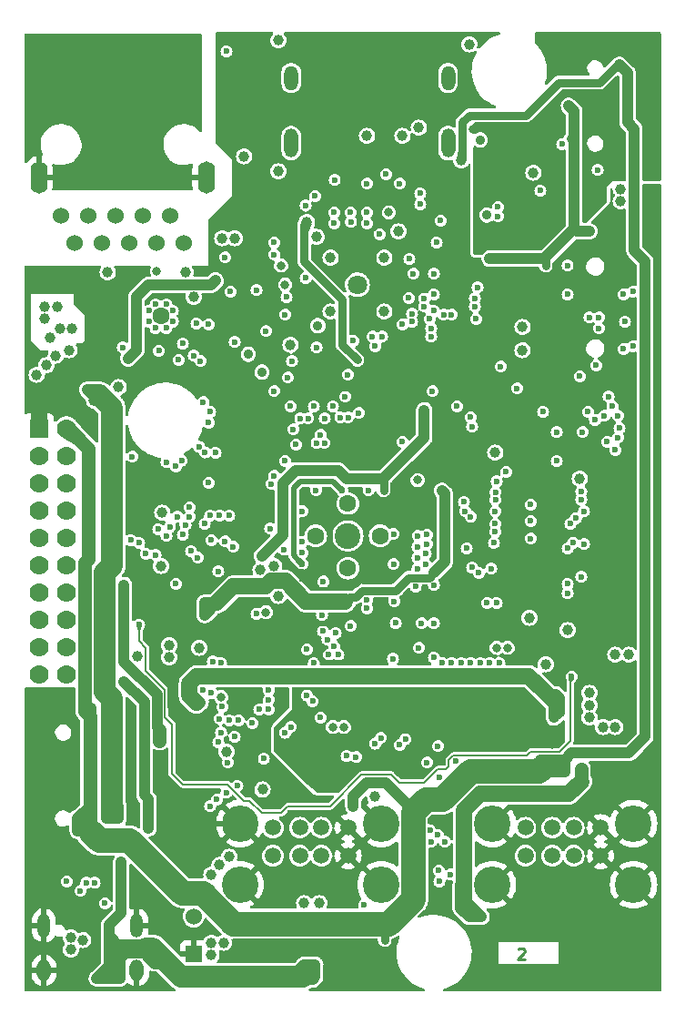
<source format=gbr>
%TF.GenerationSoftware,KiCad,Pcbnew,7.0.9-7.0.9~ubuntu22.04.1*%
%TF.CreationDate,2026-01-29T14:23:21+02:00*%
%TF.ProjectId,ESP32-P4-PC_Rev_B,45535033-322d-4503-942d-50435f526576,B*%
%TF.SameCoordinates,PX80befc0PY7459280*%
%TF.FileFunction,Copper,L2,Inr*%
%TF.FilePolarity,Positive*%
%FSLAX46Y46*%
G04 Gerber Fmt 4.6, Leading zero omitted, Abs format (unit mm)*
G04 Created by KiCad (PCBNEW 7.0.9-7.0.9~ubuntu22.04.1) date 2026-01-29 14:23:21*
%MOMM*%
%LPD*%
G01*
G04 APERTURE LIST*
%ADD10C,0.254000*%
%TA.AperFunction,NonConductor*%
%ADD11C,0.254000*%
%TD*%
%TA.AperFunction,ComponentPad*%
%ADD12O,1.300000X2.000000*%
%TD*%
%TA.AperFunction,ComponentPad*%
%ADD13O,1.200000X2.200000*%
%TD*%
%TA.AperFunction,ComponentPad*%
%ADD14O,1.300000X2.300000*%
%TD*%
%TA.AperFunction,ComponentPad*%
%ADD15O,1.300000X2.700000*%
%TD*%
%TA.AperFunction,ComponentPad*%
%ADD16C,1.600000*%
%TD*%
%TA.AperFunction,ComponentPad*%
%ADD17C,2.400000*%
%TD*%
%TA.AperFunction,ComponentPad*%
%ADD18C,3.400000*%
%TD*%
%TA.AperFunction,ComponentPad*%
%ADD19C,1.500000*%
%TD*%
%TA.AperFunction,ComponentPad*%
%ADD20C,1.000000*%
%TD*%
%TA.AperFunction,ComponentPad*%
%ADD21C,1.800000*%
%TD*%
%TA.AperFunction,ComponentPad*%
%ADD22O,1.600000X2.999999*%
%TD*%
%TA.AperFunction,ComponentPad*%
%ADD23C,1.524000*%
%TD*%
%TA.AperFunction,ComponentPad*%
%ADD24R,1.524000X1.524000*%
%TD*%
%TA.AperFunction,ComponentPad*%
%ADD25R,1.778000X1.778000*%
%TD*%
%TA.AperFunction,ComponentPad*%
%ADD26C,1.778000*%
%TD*%
%TA.AperFunction,ComponentPad*%
%ADD27C,0.600000*%
%TD*%
%TA.AperFunction,HeatsinkPad*%
%ADD28R,1.400000X1.400000*%
%TD*%
%TA.AperFunction,ViaPad*%
%ADD29C,0.600000*%
%TD*%
%TA.AperFunction,ViaPad*%
%ADD30C,1.000000*%
%TD*%
%TA.AperFunction,ViaPad*%
%ADD31C,0.900000*%
%TD*%
%TA.AperFunction,ViaPad*%
%ADD32C,0.800000*%
%TD*%
%TA.AperFunction,Conductor*%
%ADD33C,1.016000*%
%TD*%
%TA.AperFunction,Conductor*%
%ADD34C,0.254000*%
%TD*%
%TA.AperFunction,Conductor*%
%ADD35C,1.270000*%
%TD*%
%TA.AperFunction,Conductor*%
%ADD36C,2.286000*%
%TD*%
%TA.AperFunction,Conductor*%
%ADD37C,0.127000*%
%TD*%
%TA.AperFunction,Conductor*%
%ADD38C,0.508000*%
%TD*%
%TA.AperFunction,Conductor*%
%ADD39C,0.762000*%
%TD*%
%TA.AperFunction,Conductor*%
%ADD40C,1.524000*%
%TD*%
%TA.AperFunction,Conductor*%
%ADD41C,2.032000*%
%TD*%
%TA.AperFunction,Conductor*%
%ADD42C,1.778000*%
%TD*%
G04 APERTURE END LIST*
D10*
D11*
X46335628Y4311786D02*
X46384009Y4360167D01*
X46384009Y4360167D02*
X46480771Y4408548D01*
X46480771Y4408548D02*
X46722676Y4408548D01*
X46722676Y4408548D02*
X46819438Y4360167D01*
X46819438Y4360167D02*
X46867819Y4311786D01*
X46867819Y4311786D02*
X46916200Y4215024D01*
X46916200Y4215024D02*
X46916200Y4118262D01*
X46916200Y4118262D02*
X46867819Y3973119D01*
X46867819Y3973119D02*
X46287247Y3392548D01*
X46287247Y3392548D02*
X46916200Y3392548D01*
D12*
%TO.N,GND*%
%TO.C,USB-Serial/JTAG1*%
X2180000Y2350000D03*
X10820000Y2350000D03*
D13*
X2180000Y6530000D03*
X10820000Y6530000D03*
%TD*%
D14*
%TO.N,GND*%
%TO.C,HDMI1*%
X25200000Y85350000D03*
D15*
X25200000Y79300000D03*
D14*
X39800000Y85350000D03*
D15*
X39800000Y79300000D03*
%TD*%
D16*
%TO.N,GND*%
%TO.C,U1*%
X30481000Y39752000D03*
X27481000Y42752000D03*
D17*
X30481000Y42752000D03*
D16*
X33481000Y42752000D03*
X30481000Y45752000D03*
%TD*%
D18*
%TO.N,GND*%
%TO.C,USB_HOST3-4*%
X43930000Y16000000D03*
X43930000Y10300000D03*
X57070000Y16000000D03*
X57070000Y10300000D03*
D19*
%TO.N,/+5V_USB_HOST*%
X47000000Y15620000D03*
%TO.N,/USB_D3-*%
X49500000Y15620000D03*
%TO.N,/USB_D3+*%
X51500000Y15620000D03*
%TO.N,GND*%
X54000000Y15620000D03*
%TO.N,/+5V_USB_HOST*%
X47000000Y13000000D03*
%TO.N,/USB_D4-*%
X49500000Y13000000D03*
%TO.N,/USB_D4+*%
X51500000Y13000000D03*
%TO.N,GND*%
X54000000Y13000000D03*
%TD*%
D18*
%TO.N,GND*%
%TO.C,USB_HOST1-2*%
X20430000Y16000000D03*
X20430000Y10300000D03*
X33570000Y16000000D03*
X33570000Y10300000D03*
D19*
%TO.N,/+5V_USB_HOST*%
X23500000Y15620000D03*
%TO.N,/USB_D1-*%
X26000000Y15620000D03*
%TO.N,/USB_D1+*%
X28000000Y15620000D03*
%TO.N,GND*%
X30500000Y15620000D03*
%TO.N,/+5V_USB_HOST*%
X23500000Y13000000D03*
%TO.N,/USB_D2-*%
X26000000Y13000000D03*
%TO.N,/USB_D2+*%
X28000000Y13000000D03*
%TO.N,GND*%
X30500000Y13000000D03*
%TD*%
D20*
%TO.N,GND*%
%TO.C,U12*%
X28870000Y63620000D03*
X33870000Y63620000D03*
D21*
X31370000Y66120000D03*
D20*
X28870000Y68620000D03*
X33870000Y68620000D03*
%TD*%
D22*
%TO.N,/LAN_Shield*%
%TO.C,LAN1*%
X17300000Y76100000D03*
X1700000Y76100000D03*
D23*
%TO.N,/TD+*%
X15215000Y69960000D03*
%TO.N,/TD-*%
X13945000Y72500000D03*
%TO.N,/RD+*%
X12675000Y69960000D03*
%TO.N,Net-(LAN1-TCT)*%
X11405000Y72500000D03*
%TO.N,Net-(LAN1-RCT)*%
X10135000Y69960000D03*
%TO.N,/RD-*%
X8865000Y72500000D03*
%TO.N,GND*%
X7595000Y69960000D03*
X6325000Y72500000D03*
%TO.N,/PW+*%
X5055000Y69960000D03*
%TO.N,/PW-*%
X3785000Y72500000D03*
%TD*%
%TO.N,/DCDC_VIN*%
%TO.C,C117*%
X16130000Y7367200D03*
D24*
%TO.N,GND*%
X16130000Y3867200D03*
%TD*%
D25*
%TO.N,+3.3V*%
%TO.C,EXT1*%
X1730000Y52730000D03*
D26*
%TO.N,+5V*%
X4270000Y52730000D03*
%TO.N,GND*%
X1730000Y50190000D03*
%TO.N,/GPIO26{slash}USB1P1_1N*%
X4270000Y50190000D03*
%TO.N,/ESP_EN*%
X1730000Y47650000D03*
%TO.N,/GPIO27{slash}USB1P1_1P*%
X4270000Y47650000D03*
%TO.N,/GPIO2\u005CUser_Led*%
X1730000Y45110000D03*
%TO.N,/GPIO14*%
X4270000Y45110000D03*
%TO.N,/GPIO15*%
X1730000Y42570000D03*
%TO.N,/GPIO16*%
X4270000Y42570000D03*
%TO.N,/GPIO17*%
X1730000Y40030000D03*
%TO.N,/GPIO18*%
X4270000Y40030000D03*
%TO.N,/GPIO19*%
X1730000Y37490000D03*
%TO.N,/GPIO20{slash}BAT_SENSE*%
X4270000Y37490000D03*
%TO.N,/GPIO32{slash}EXT_PWR_SEN*%
X1730000Y34950000D03*
%TO.N,/GPIO33*%
X4270000Y34950000D03*
%TO.N,/GPIO36*%
X1730000Y32410000D03*
%TO.N,/GPIO46*%
X4270000Y32410000D03*
%TO.N,/GPIO47*%
X1730000Y29870000D03*
%TO.N,/GPIO48*%
X4270000Y29870000D03*
%TD*%
D27*
%TO.N,GND*%
%TO.C,U2*%
X13582000Y64299000D03*
X12582000Y64299000D03*
X14182000Y63699000D03*
X11982000Y63699000D03*
D16*
X13082000Y63199000D03*
D27*
X14182000Y62699000D03*
X11982000Y62699000D03*
X13582000Y62099000D03*
X12582000Y62099000D03*
%TD*%
D28*
%TO.N,GNDA*%
%TO.C,U8*%
X47118000Y73359000D03*
%TD*%
D29*
%TO.N,GND*%
X29592000Y31703000D03*
X42419000Y62945000D03*
D30*
X46102000Y1223000D03*
X29973000Y4779000D03*
D29*
X30735000Y72851000D03*
X54611000Y51515000D03*
X40641000Y54817000D03*
D30*
X52960000Y27004000D03*
D29*
X27941000Y52150000D03*
D30*
X10288000Y25480000D03*
D29*
X30989000Y60913000D03*
X52452000Y41990000D03*
D30*
X19178000Y22686000D03*
D29*
X17527000Y47705000D03*
D30*
X13844000Y31449000D03*
X1525000Y57738000D03*
D29*
X32259000Y72851000D03*
X35307000Y75518000D03*
D30*
X1525000Y13796000D03*
D29*
X31497000Y54182000D03*
X38736000Y70057000D03*
X41530000Y41609000D03*
X15749000Y45419000D03*
X25147000Y16971000D03*
X37339000Y34624000D03*
D30*
X27560000Y70565000D03*
X44197000Y23575000D03*
D29*
X35561000Y51515000D03*
D30*
X9145000Y56595000D03*
D29*
X41276000Y45927000D03*
X24639000Y63326000D03*
D30*
X30608000Y3636000D03*
D29*
X34037000Y76407000D03*
D30*
X3303000Y59516000D03*
D29*
X26544000Y73486000D03*
X54357000Y53928000D03*
D31*
X22480000Y57992000D03*
D29*
X27941000Y24972000D03*
D30*
X54865000Y18114000D03*
X53087000Y18114000D03*
X54230000Y24972000D03*
X37847000Y26623000D03*
X58421000Y71581000D03*
X49277000Y6049000D03*
X32259000Y79963000D03*
X41784000Y88472000D03*
D29*
X26544000Y66755000D03*
X27814000Y20781000D03*
D30*
X19940000Y70438000D03*
X8129000Y67263000D03*
D29*
X25655000Y51261000D03*
D32*
X45340000Y32338000D03*
D30*
X49531000Y24591000D03*
D29*
X24766000Y64977000D03*
D30*
X3430000Y19384000D03*
D29*
X52325000Y52404000D03*
X20194000Y19511000D03*
X26671000Y32211000D03*
X47499000Y44149000D03*
X17527000Y53293000D03*
D30*
X10542000Y17860000D03*
D29*
X24639000Y23194000D03*
X48642000Y54309000D03*
X38482000Y38180000D03*
D30*
X4573000Y19384000D03*
D29*
X10415000Y50118000D03*
X37212000Y74629000D03*
X32259000Y75518000D03*
X53595000Y58627000D03*
X28322000Y53674000D03*
X27306000Y54817000D03*
D30*
X13209000Y44911000D03*
X32132000Y28147000D03*
D29*
X32259000Y71835000D03*
X52071000Y57611000D03*
D30*
X18797000Y70438000D03*
D32*
X36958000Y47959000D03*
D29*
X22861000Y61802000D03*
X29084000Y54817000D03*
X35561000Y62437000D03*
X8002000Y9732000D03*
X19940000Y60786000D03*
X53849000Y62056000D03*
X52452000Y45038000D03*
X36577000Y67136000D03*
D30*
X16638000Y32338000D03*
D29*
X27433000Y74375000D03*
X18670000Y30941000D03*
X17781000Y42371000D03*
D30*
X24004000Y76661000D03*
D29*
X38482000Y65231000D03*
D30*
X5081000Y23194000D03*
X13844000Y32592000D03*
D29*
X30481000Y57738000D03*
D30*
X24004000Y37164000D03*
D29*
X44324000Y47832000D03*
X38355000Y56214000D03*
D30*
X35180000Y71073000D03*
D29*
X43943000Y26242000D03*
X25147000Y21924000D03*
D30*
X10288000Y24337000D03*
X20829000Y78058000D03*
D29*
X38126400Y16234400D03*
D30*
X2414000Y58627000D03*
D29*
X50928000Y67898000D03*
X30735000Y34370000D03*
X46229000Y56468000D03*
D30*
X50928000Y33989000D03*
D29*
X13590000Y49610000D03*
X36780200Y38053000D03*
D30*
X58675000Y1604000D03*
D29*
X49912000Y52404000D03*
X18416000Y39450000D03*
X39371000Y21924000D03*
X24893000Y57484000D03*
X49912000Y49737000D03*
X26163000Y9859000D03*
D30*
X10288000Y26623000D03*
X52960000Y28147000D03*
X2668000Y27258000D03*
D29*
X44197000Y45038000D03*
X30100000Y23956000D03*
D30*
X15368000Y67263000D03*
D29*
X25147000Y54817000D03*
X56262000Y62691000D03*
D30*
X55881000Y73867000D03*
X46737000Y62183000D03*
D29*
X52198000Y38942000D03*
X23242000Y43437800D03*
X19559000Y65485000D03*
X29248000Y75859800D03*
X18162000Y50499000D03*
X5208000Y10621000D03*
D30*
X2731500Y12970500D03*
X56643000Y31703000D03*
D29*
X25528000Y25861000D03*
X9526000Y60278000D03*
X40133000Y26750000D03*
X45213000Y48721000D03*
D30*
X47372000Y35132000D03*
X35561000Y79963000D03*
X55373000Y31703000D03*
D29*
X33529000Y25099000D03*
D30*
X10923000Y31576000D03*
X10542000Y16717000D03*
D29*
X38482000Y67136000D03*
X47499000Y42498000D03*
D30*
X52071000Y48086000D03*
X4573000Y60024000D03*
D32*
X44324000Y32338000D03*
D29*
X40260000Y23321000D03*
X37085000Y32338000D03*
X23623000Y68914000D03*
X43816000Y39704000D03*
D30*
X28703000Y4779000D03*
D29*
X42546000Y65866000D03*
X23623000Y70057000D03*
D30*
X52960000Y25861000D03*
X44197000Y50499000D03*
X48896000Y30814000D03*
D29*
X17527000Y62437000D03*
X34926000Y34649400D03*
X50928000Y65231000D03*
X25655000Y28274000D03*
X29211000Y71835000D03*
X33427400Y70819000D03*
D30*
X16130000Y64977000D03*
X6859000Y3128000D03*
X8002000Y12399000D03*
X51055000Y1223000D03*
X54357000Y4652000D03*
X27433000Y4779000D03*
D29*
X34672000Y31322000D03*
D30*
X24004000Y88853000D03*
D29*
X21972000Y65612000D03*
X19051000Y68660000D03*
D30*
X49531000Y23448000D03*
D29*
X25274000Y59008000D03*
X24639000Y49737000D03*
X55754000Y52785000D03*
X30227000Y55706000D03*
X17019000Y55198000D03*
X25401000Y52658000D03*
X44070000Y42117000D03*
X27560000Y60278000D03*
X54738000Y55706000D03*
D30*
X46737000Y60024000D03*
D29*
X44705000Y58500000D03*
D31*
X27687000Y62310000D03*
D30*
X1271000Y27893000D03*
D29*
X38482000Y63707000D03*
D30*
X55881000Y75010000D03*
D29*
X19178000Y87837000D03*
D30*
X13082000Y39958000D03*
D29*
X22663100Y22051000D03*
X38482000Y34624000D03*
X38101000Y62945000D03*
X29211000Y72851000D03*
D30*
X55373000Y24972000D03*
D29*
X23623000Y48340000D03*
X33021000Y60405000D03*
X35688000Y24845000D03*
D30*
X48261000Y26623000D03*
X58421000Y70438000D03*
D29*
X45657500Y28464500D03*
D31*
X21210000Y59643000D03*
D29*
X47499000Y45673000D03*
%TO.N,+2.5V*%
X26239200Y40140000D03*
X29947600Y46993800D03*
D30*
%TO.N,/LAN_Shield*%
X15876000Y84154000D03*
X15876000Y88853000D03*
X8510000Y86694000D03*
X11558000Y84408000D03*
X13971000Y86821000D03*
X12320000Y78566000D03*
X2160000Y84535000D03*
X4573000Y82249000D03*
X7240000Y79328000D03*
X14225000Y81995000D03*
X9399000Y81995000D03*
X5462000Y88853000D03*
X11558000Y88726000D03*
X6478000Y84535000D03*
%TO.N,+3.3V*%
X54738000Y70819000D03*
X41149000Y83138000D03*
D29*
X26240000Y38730000D03*
D30*
X56897000Y30179000D03*
D29*
X26239200Y43971200D03*
X52833000Y56849000D03*
X57151000Y67771000D03*
X32055800Y38510200D03*
X34722800Y41177200D03*
X53214000Y65485000D03*
D30*
X55754000Y29036000D03*
X13209000Y38180000D03*
X55881000Y70819000D03*
X4446000Y57611000D03*
X52198000Y33989000D03*
D29*
X34722800Y45368200D03*
X26239200Y39410000D03*
D30*
X42292000Y83138000D03*
D29*
X14098000Y39704000D03*
X45467000Y30941000D03*
D30*
X55754000Y30179000D03*
D29*
X41149000Y75899000D03*
X40006000Y67263000D03*
X26366200Y46943000D03*
D30*
X23877000Y17860000D03*
X13209000Y37037000D03*
D29*
X33808400Y38510200D03*
D30*
X42927000Y34878000D03*
X56897000Y29036000D03*
D29*
X34621200Y38611800D03*
%TO.N,VDD_CORE*%
X30227000Y36656000D03*
D30*
X22099000Y38053000D03*
X17146000Y35386000D03*
X17146000Y36529000D03*
X39244000Y46943000D03*
D29*
%TO.N,Net-(U1-NC(VDD_HP_1))*%
X23369000Y47578000D03*
D32*
%TO.N,Net-(U2-REGOUT)*%
X12701000Y67390000D03*
D30*
%TO.N,/3.3V_PHY*%
X18162000Y66501000D03*
X10034000Y59262000D03*
D29*
X12882000Y59970000D03*
%TO.N,/PHY_RSTN*%
X29338000Y33735000D03*
%TO.N,/ESP_EN*%
X17654000Y54309000D03*
X34799000Y36656000D03*
X15749000Y44530000D03*
X28703000Y31703000D03*
X23623000Y56214000D03*
D30*
%TO.N,+5V*%
X41022000Y77677000D03*
X49531000Y20781000D03*
X55754000Y86567000D03*
X5335000Y16463000D03*
X49531000Y21924000D03*
X5335000Y15320000D03*
D29*
X33910000Y5160000D03*
X6605000Y26750000D03*
D30*
X6478000Y15320000D03*
X30989000Y17606000D03*
X6478000Y16463000D03*
X48388000Y21924000D03*
X50674000Y20781000D03*
%TO.N,/VDD_SD*%
X22530800Y19155400D03*
D29*
%TO.N,+1V8*%
X26239200Y45038000D03*
X26239200Y42218600D03*
D30*
X23623000Y39970502D03*
%TO.N,/ESP_LDO_VO1*%
X22480000Y40847000D03*
D29*
X33808400Y46993800D03*
X37593000Y54436000D03*
D30*
%TO.N,/ESP_LDO_VO4*%
X22353000Y39577000D03*
D29*
X28195000Y38510200D03*
D32*
X22861000Y35640000D03*
D29*
X21591000Y25353000D03*
D32*
X18670000Y27766000D03*
D30*
%TO.N,/PW+*%
X2795000Y61167000D03*
X4827000Y62056000D03*
X3684000Y62056000D03*
%TO.N,/PW-*%
X2287000Y62945000D03*
X3430000Y64088000D03*
X2287000Y64088000D03*
%TO.N,+5VP*%
X6859000Y55325000D03*
X6224000Y56341000D03*
X7494000Y56341000D03*
X8002000Y17606000D03*
X9145000Y16463000D03*
X9145000Y17606000D03*
X8129000Y55325000D03*
X8002000Y16463000D03*
D29*
%TO.N,/GPIO18*%
X10288000Y42371000D03*
X41911000Y30941000D03*
%TO.N,/GPIO19*%
X12574000Y40974000D03*
X42800000Y30941000D03*
D30*
%TO.N,+5V_EXT*%
X7113000Y1604000D03*
X27433000Y1731000D03*
X27433000Y2874000D03*
X11939000Y15574000D03*
X26290000Y1731000D03*
D29*
X12447000Y2874000D03*
X13209000Y2874000D03*
D30*
X9653000Y29163000D03*
X8129000Y1604000D03*
X9399000Y12399000D03*
X9272000Y1604000D03*
D29*
%TO.N,/GPIO16*%
X40133000Y30933807D03*
X12828000Y43387000D03*
%TO.N,/GPIO17*%
X11050000Y42117000D03*
X41022000Y30941000D03*
%TO.N,/GPIO15*%
X39244000Y30941000D03*
X13590000Y42752000D03*
%TO.N,/GPIO14*%
X14606000Y44530000D03*
X38482000Y31449000D03*
%TO.N,Net-(ACT/SUS1-A)*%
X32005000Y8462000D03*
X38126400Y15370800D03*
D32*
%TO.N,/VD33_O*%
X29084000Y24972000D03*
D30*
X33021000Y18495000D03*
D29*
%TO.N,/GPIO48*%
X17781000Y28147000D03*
X23115000Y27512000D03*
%TO.N,/VD18_O*%
X37847000Y21670000D03*
D32*
X30100000Y24972000D03*
D29*
%TO.N,/GPIO46*%
X21972000Y35513000D03*
X28068000Y35386000D03*
%TO.N,/GPIO33*%
X15114000Y42879000D03*
X15876000Y41355000D03*
%TO.N,/GPIO36*%
X14479000Y38307000D03*
X17908000Y31068000D03*
%TO.N,/GPIO20{slash}BAT_SENSE*%
X11685000Y41101000D03*
X43689000Y30941000D03*
%TO.N,/USB_DP*%
X17171400Y50524400D03*
X25159014Y24984014D03*
%TO.N,/CSI_DATA0N*%
X30508346Y53761681D03*
X44207327Y46828444D03*
%TO.N,/CSI_DATA0P*%
X29781346Y53761681D03*
X44207327Y46101444D03*
%TO.N,/CSI_DATA1N*%
X26780500Y53674000D03*
X44197000Y43877500D03*
%TO.N,/CSI_DATA1P*%
X44197000Y43150500D03*
X26053500Y53674000D03*
%TO.N,/CSI_CLKN*%
X41914034Y44526966D03*
X27577500Y51388000D03*
%TO.N,/CSI_CLKP*%
X41399966Y45041034D03*
X28304500Y51388000D03*
%TO.N,/DSI_DATA1N*%
X52198000Y46863500D03*
X42299332Y64850000D03*
X37593000Y64832500D03*
%TO.N,/DSI_DATA1P*%
X42299332Y64088000D03*
X52198000Y46136500D03*
X37593000Y64105500D03*
%TO.N,/DSI_CLKN*%
X40115500Y63326000D03*
X51693034Y44406034D03*
%TO.N,/DSI_CLKP*%
X51178966Y43891966D03*
X39388500Y63326000D03*
%TO.N,/DSI_DATA0N*%
X38228000Y62038500D03*
X36450000Y63417503D03*
X51439034Y42120034D03*
%TO.N,/DSI_DATA0P*%
X50924966Y41605966D03*
X38228000Y61311500D03*
X36450000Y62691000D03*
%TO.N,/SD1_PWR_EN*%
X23115000Y26623000D03*
%TO.N,/SD1_D2*%
X19432000Y25607000D03*
X17654000Y17606000D03*
%TO.N,/SD1_D3*%
X18289000Y18241000D03*
X20321000Y25607000D03*
%TO.N,/SD1_CMD*%
X19178000Y18876000D03*
X22226000Y26623000D03*
%TO.N,/SD1_CLK*%
X19940000Y24083000D03*
X19305000Y21670000D03*
%TO.N,/SD1_D0*%
X18416000Y23575000D03*
X18797000Y26872500D03*
%TO.N,/SD1_D1*%
X18670000Y24464000D03*
X18543000Y25734000D03*
%TO.N,Net-(U1-DSI_REXT)*%
X32406000Y46998502D03*
D30*
%TO.N,+5V_USB*%
X5843000Y5160000D03*
X4700000Y4271000D03*
X4700000Y5414000D03*
D29*
%TO.N,Net-(U1-CSI_REXT)*%
X27509200Y46993800D03*
%TO.N,/LED0\u005CPHY_AD0*%
X16130000Y59516000D03*
D30*
%TO.N,GNDA*%
X57913000Y86059000D03*
D29*
X52706000Y76788000D03*
D30*
X51182000Y86440000D03*
X55500000Y80090000D03*
D29*
X49404000Y71835000D03*
X52579000Y80090000D03*
D30*
X49531000Y82376000D03*
D29*
X45848000Y71859000D03*
D30*
X42673000Y76153000D03*
X52833000Y73994000D03*
D29*
X54484000Y78185000D03*
X58421000Y76153000D03*
D30*
X53976000Y73994000D03*
D29*
X58421000Y79963000D03*
X48896000Y79201000D03*
X49277000Y74883000D03*
D32*
X43562000Y77804000D03*
D29*
X42419000Y72597000D03*
D30*
X54230000Y83138000D03*
D32*
X42165000Y80598000D03*
D30*
X49277000Y88853000D03*
X57913000Y83392000D03*
X53722000Y88853000D03*
D29*
%TO.N,/RMII_RXDV*%
X17654000Y44657000D03*
%TO.N,/RMII_RXD0*%
X18543000Y44657000D03*
%TO.N,/RMII_RXD1*%
X19432000Y44657000D03*
%TO.N,/MDC*%
X17146000Y43895000D03*
%TO.N,/RMII_TXEN*%
X28160483Y33896517D03*
%TO.N,/RMII_CLK*%
X15114000Y60659000D03*
X14733000Y59135000D03*
X28576000Y33100000D03*
%TO.N,/MDIO*%
X29211000Y32465000D03*
%TO.N,Net-(U2-COL{slash}RMII)*%
X16384000Y62513200D03*
%TO.N,/LED3\u005CPHY_AD3*%
X16765000Y59008000D03*
%TO.N,/GPIO35\u005CRMII_TXD1*%
X19813000Y41736000D03*
%TO.N,/GPIO34\u005CRMII_TXD0*%
X19051000Y42244000D03*
%TO.N,/CSI_IO1\u005CStrobe*%
X44324000Y36529000D03*
%TO.N,/CSI_IO0\u005CReset*%
X43435000Y36529000D03*
%TO.N,/GPIO8\u005CI2C_SCL*%
X37720000Y41101000D03*
X42673000Y39323000D03*
X50928000Y38307000D03*
X52833000Y54309000D03*
X41911000Y53801000D03*
%TO.N,/GPIO7\u005CI2C_SDA*%
X50928000Y37418000D03*
X42038000Y52912000D03*
X36958000Y40720000D03*
X53468000Y53547000D03*
X42038000Y39831000D03*
%TO.N,Net-(USB-Serial/JTAG1-CC2)*%
X7875000Y8589000D03*
%TO.N,Net-(USB-Serial/JTAG1-CC1)*%
X4319000Y10621000D03*
%TO.N,/USB1P1_0N*%
X5589000Y9732000D03*
X14999014Y49749014D03*
X6900200Y10487423D03*
%TO.N,/USB1P1_0P*%
X14466986Y49216986D03*
X6147800Y10487423D03*
%TO.N,/GPIO2\u005CUser_Led*%
X27306000Y30941000D03*
X13907500Y43577500D03*
%TO.N,/USB_DN*%
X24626986Y24451986D03*
X16638000Y51032400D03*
%TO.N,/UART0_TX*%
X24512000Y41482000D03*
X56135000Y65231000D03*
%TO.N,/UART0_RX*%
X57024000Y65485000D03*
X26239200Y41177200D03*
%TO.N,/GPIO4\u005CSPI_SCK(CLK)*%
X36958000Y39704000D03*
X55627000Y51896000D03*
%TO.N,/GPIO5\u005CSPI_CSn(CS#)*%
X37720000Y40085000D03*
X55373000Y50753000D03*
%TO.N,/GPIO54\u005CSPI_RX(MISO)*%
X32259000Y36021000D03*
X56135000Y60151000D03*
%TO.N,/GPIO53\u005CSPI_TX(MOSI)*%
X57024000Y60405000D03*
X32259000Y36783000D03*
D30*
%TO.N,+3.3VA*%
X43689000Y68533000D03*
D29*
X48896000Y67898000D03*
D30*
X51055000Y82757000D03*
X52960000Y71073000D03*
D29*
X51182000Y79709000D03*
D30*
%TO.N,/+5V_USB_HOST*%
X27814000Y8589000D03*
X26417000Y8589000D03*
D32*
%TO.N,LT8912_VCCA*%
X24639000Y66120000D03*
D29*
X30770000Y71962000D03*
D30*
X25147000Y60532000D03*
D29*
X36145200Y64875400D03*
D30*
%TO.N,LT8912_VDD*%
X26671000Y71962000D03*
D29*
X31370000Y59135000D03*
D32*
X34291000Y72851000D03*
D30*
%TO.N,/MICP*%
X47753000Y76534000D03*
D31*
%TO.N,Net-(U8-AVDD)*%
X43435000Y72597000D03*
X42800000Y79582000D03*
D29*
%TO.N,Net-(U8-OUTN)*%
X44451000Y73359000D03*
%TO.N,Net-(U8-OUTP)*%
X44451000Y72470000D03*
D32*
%TO.N,LT8912_VCCA_HDMIPLL*%
X24258000Y67898000D03*
D29*
%TO.N,Net-(D2-K)*%
X39117000Y72089000D03*
D30*
%TO.N,/+5V_HDMI*%
X37085000Y80725000D03*
D29*
%TO.N,/GPIO9\u005CI2S_DSDIN*%
X36958000Y41736000D03*
%TO.N,/GPIO10\u005CI2S_LRCK*%
X37847000Y41990000D03*
%TO.N,/GPIO11\u005CI2S_ASDOUT*%
X36986983Y42770000D03*
%TO.N,/GPIO12\u005CI2S_SCLK*%
X37847000Y42879000D03*
%TO.N,/GPIO13\u005CI2S_MCLK*%
X34730000Y42930000D03*
%TO.N,/GPIO6\u005CCODEC_PWR_DIS#*%
X34722800Y40135800D03*
%TO.N,/GPIO47*%
X23115000Y28401000D03*
X17019000Y28401000D03*
%TO.N,Net-(FET3-S)*%
X50420000Y79201000D03*
%TO.N,Net-(FET4-S)*%
X53722000Y76788000D03*
%TO.N,/LT8912_SCL*%
X33656000Y61294000D03*
%TO.N,/LT8912_SDA*%
X32767000Y61294000D03*
%TO.N,/HPD_DET*%
X37212000Y73613000D03*
%TO.N,/HUB_DRV*%
X38931800Y11637000D03*
X38228000Y14304000D03*
%TO.N,Net-(LED_HOST1-K)*%
X38990000Y10621000D03*
X38863000Y14939000D03*
%TO.N,Net-(LED_HOST2-K)*%
X39498000Y14304000D03*
X40006000Y11256000D03*
%TO.N,/TX_HPD*%
X36196000Y68533000D03*
%TO.N,Net-(U7-REXT)*%
X27941000Y25861000D03*
%TO.N,Net-(U7-BUSJ)*%
X31243000Y22178000D03*
%TO.N,Net-(U8-CE{slash}AD0)*%
X48388000Y74883000D03*
%TO.N,/PWREN#*%
X39015400Y20273000D03*
%TO.N,/OVCUR#*%
X40514000Y21797000D03*
%TO.N,/USB_D4-*%
X35827014Y23841014D03*
%TO.N,/USB_D4+*%
X35294986Y23308986D03*
%TO.N,/USB_D2-*%
X33541014Y23968014D03*
%TO.N,/USB_D2+*%
X33008986Y23435986D03*
%TO.N,/USB_D1-*%
X26658986Y27905014D03*
%TO.N,/USB_D1+*%
X27191014Y27372986D03*
%TO.N,/GPIO21{slash}HUB_RST#*%
X38863000Y23194000D03*
X44578000Y30941000D03*
X30354000Y22305000D03*
%TO.N,/GPIO22{slash}I2C_SDA2*%
X53849000Y63072000D03*
X55627000Y53928000D03*
%TO.N,/GPIO23{slash}I2C_SCL2*%
X55119000Y54817000D03*
X52960000Y63072000D03*
D30*
%TO.N,VBAT*%
X18924000Y4906000D03*
X15749000Y27893000D03*
X49658000Y25861000D03*
X17781000Y4906000D03*
X17781000Y3763000D03*
X19432000Y12907000D03*
X49658000Y27004000D03*
X16765000Y27258000D03*
X18543000Y12145000D03*
X17781000Y11256000D03*
D29*
%TO.N,/GPIO32{slash}EXT_PWR_SEN*%
X15368000Y43768000D03*
X16511000Y40720000D03*
D30*
%TO.N,/DCDC_VIN*%
X52198000Y19892000D03*
X12955000Y23702000D03*
X42927000Y7319000D03*
X9653000Y37037000D03*
X41784000Y7319000D03*
X52198000Y21035000D03*
X9653000Y38180000D03*
X12955000Y24718000D03*
D29*
%TO.N,Net-(U15-CHRGb)*%
X11050000Y34497000D03*
X51309000Y29671000D03*
%TD*%
D33*
%TO.N,/ESP_LDO_VO1*%
X22480000Y40847000D02*
X24435800Y42802800D01*
X30354000Y48086000D02*
X33783000Y48086000D01*
X24435800Y42802800D02*
X24435800Y47628800D01*
X24435800Y47628800D02*
X25655000Y48848000D01*
X25655000Y48848000D02*
X29592000Y48848000D01*
X29592000Y48848000D02*
X30354000Y48086000D01*
D34*
%TO.N,GND*%
X25959800Y28578800D02*
X27255200Y28578800D01*
X25655000Y28274000D02*
X25959800Y28578800D01*
D35*
%TO.N,+5V*%
X6478000Y25988000D02*
X5995400Y26470600D01*
X5995400Y26470600D02*
X5995400Y40237400D01*
X5995400Y40237400D02*
X6351000Y40593000D01*
X6351000Y40593000D02*
X6351000Y50880000D01*
X6351000Y50880000D02*
X4501000Y52730000D01*
X4501000Y52730000D02*
X4270000Y52730000D01*
D36*
X34291000Y6684000D02*
X19813000Y6684000D01*
X19813000Y6684000D02*
X16968200Y9528800D01*
X16968200Y9528800D02*
X15063200Y9528800D01*
X15063200Y9528800D02*
X10161000Y14431000D01*
X10161000Y14431000D02*
X7339923Y14431000D01*
X7339923Y14431000D02*
X6464461Y15306462D01*
D37*
%TO.N,Net-(U15-CHRGb)*%
X50166000Y22686000D02*
X51182000Y23702000D01*
X20829000Y18114000D02*
X21337000Y18114000D01*
X47499000Y22686000D02*
X50166000Y22686000D01*
X47118000Y22305000D02*
X47499000Y22686000D01*
X40260000Y22305000D02*
X47118000Y22305000D01*
X39879000Y21924000D02*
X40260000Y22305000D01*
X31751000Y20527000D02*
X34545000Y20527000D01*
X39625000Y21035000D02*
X39879000Y21289000D01*
X24258000Y16971000D02*
X24893000Y17606000D01*
X38863000Y21035000D02*
X39625000Y21035000D01*
X22480000Y16971000D02*
X24258000Y16971000D01*
X37593000Y19765000D02*
X38863000Y21035000D01*
X21337000Y18114000D02*
X22480000Y16971000D01*
X35307000Y19765000D02*
X37593000Y19765000D01*
X34545000Y20527000D02*
X35307000Y19765000D01*
X28830000Y17606000D02*
X31751000Y20527000D01*
X11050000Y34497000D02*
X11050000Y32973000D01*
X11050000Y32973000D02*
X11685000Y32338000D01*
X51182000Y23702000D02*
X51182000Y29544000D01*
X11685000Y30164914D02*
X13463000Y28386914D01*
X13463000Y25861000D02*
X14098000Y25226000D01*
X11685000Y32338000D02*
X11685000Y30164914D01*
X13463000Y28386914D02*
X13463000Y25861000D01*
X14098000Y25226000D02*
X14098000Y20654000D01*
X14098000Y20654000D02*
X15114000Y19638000D01*
X15114000Y19638000D02*
X19305000Y19638000D01*
X24893000Y17606000D02*
X28830000Y17606000D01*
X19305000Y19638000D02*
X20829000Y18114000D01*
X39879000Y21289000D02*
X39879000Y21924000D01*
X51182000Y29544000D02*
X51309000Y29671000D01*
D38*
%TO.N,GND*%
X20430000Y16000000D02*
X17699000Y16000000D01*
%TO.N,+2.5V*%
X29109400Y47832000D02*
X29947600Y46993800D01*
X26239200Y40135800D02*
X25451800Y40923200D01*
X25451800Y40923200D02*
X25451800Y47247800D01*
X26036000Y47832000D02*
X29109400Y47832000D01*
X25451800Y47247800D02*
X26036000Y47832000D01*
%TO.N,+3.3V*%
X28830000Y40110400D02*
X28830000Y43641000D01*
D33*
X1730000Y54895000D02*
X4446000Y57611000D01*
D38*
X26798000Y33735000D02*
X27814000Y32719000D01*
D33*
X25554145Y56722000D02*
X33656000Y56722000D01*
X34672000Y41609000D02*
X33579800Y40516800D01*
X52325000Y33989000D02*
X52198000Y33989000D01*
X13209000Y34878000D02*
X15114000Y34878000D01*
X33579800Y40516800D02*
X33452800Y40516800D01*
X4446000Y57611000D02*
X4700000Y57865000D01*
X41149000Y75899000D02*
X41149000Y74248000D01*
X56897000Y29036000D02*
X55500000Y29036000D01*
D39*
X29820600Y38307000D02*
X28423600Y39704000D01*
D33*
X34722800Y45368200D02*
X35815000Y44276000D01*
X14225000Y26877000D02*
X14225000Y28909000D01*
X41149000Y83138000D02*
X40133000Y83138000D01*
X23903145Y55071000D02*
X25554145Y56722000D01*
X12574000Y30560000D02*
X12574000Y34243000D01*
X38355000Y75899000D02*
X41149000Y75899000D01*
X12574000Y34243000D02*
X13209000Y34878000D01*
X55119000Y70438000D02*
X55119000Y67136000D01*
D40*
X1730000Y52730000D02*
X1730000Y54895000D01*
D33*
X40133000Y83138000D02*
X38355000Y81360000D01*
X52198000Y33989000D02*
X52198000Y34497000D01*
D38*
X32970200Y45368200D02*
X32132000Y44530000D01*
D33*
X4700000Y57865000D02*
X17527000Y57865000D01*
D38*
X26239200Y43971200D02*
X27052000Y43971200D01*
D33*
X39498000Y53801000D02*
X41530000Y51769000D01*
X41784000Y67009000D02*
X43816000Y67009000D01*
D38*
X28957000Y44530000D02*
X28576000Y44911000D01*
D33*
X53976000Y32338000D02*
X52325000Y33989000D01*
D38*
X32055800Y38510200D02*
X34519600Y38510200D01*
D33*
X36704000Y49229000D02*
X35053000Y47578000D01*
X20321000Y55071000D02*
X23903145Y55071000D01*
X53976000Y30560000D02*
X53976000Y32338000D01*
X41149000Y74248000D02*
X40514000Y73613000D01*
X48007000Y49610000D02*
X48007000Y51261000D01*
D38*
X27052000Y43971200D02*
X27204400Y44123600D01*
D33*
X49277000Y48340000D02*
X48007000Y49610000D01*
X33656000Y56722000D02*
X34926000Y57992000D01*
X39498000Y57992000D02*
X39498000Y53801000D01*
X16257000Y33735000D02*
X26798000Y33735000D01*
D39*
X28423600Y39704000D02*
X27941000Y39704000D01*
D33*
X17146000Y23956000D02*
X14225000Y26877000D01*
X17654000Y21035000D02*
X17654000Y22051000D01*
D38*
X27814000Y31474400D02*
X28347400Y30941000D01*
X32132000Y44530000D02*
X28957000Y44530000D01*
D33*
X18162000Y20527000D02*
X17654000Y21035000D01*
X23877000Y19765000D02*
X23115000Y20527000D01*
D38*
X27814000Y32719000D02*
X27814000Y31474400D01*
D33*
X23877000Y17860000D02*
X23877000Y18622000D01*
X15114000Y34878000D02*
X16257000Y33735000D01*
X13209000Y34878000D02*
X13209000Y37037000D01*
X54738000Y70819000D02*
X55119000Y70438000D01*
D39*
X33452800Y40516800D02*
X33325800Y40516800D01*
D33*
X41530000Y49229000D02*
X36704000Y49229000D01*
X35053000Y45698400D02*
X34722800Y45368200D01*
D39*
X31116000Y38307000D02*
X29820600Y38307000D01*
D33*
X38355000Y81360000D02*
X38355000Y75899000D01*
X34926000Y57992000D02*
X39498000Y57992000D01*
X51690000Y59643000D02*
X47499000Y55452000D01*
X41530000Y51769000D02*
X41530000Y49229000D01*
X47499000Y51769000D02*
X41530000Y51769000D01*
X51690000Y63707000D02*
X51690000Y59643000D01*
X17146000Y22559000D02*
X17146000Y23956000D01*
X55500000Y29036000D02*
X53976000Y30560000D01*
X35815000Y41609000D02*
X34672000Y41609000D01*
X17527000Y57865000D02*
X20321000Y55071000D01*
X35053000Y47578000D02*
X35053000Y45698400D01*
X55119000Y67136000D02*
X51690000Y63707000D01*
X35815000Y44276000D02*
X35815000Y41609000D01*
D38*
X28347400Y30941000D02*
X29846000Y30941000D01*
D33*
X14225000Y28909000D02*
X12574000Y30560000D01*
X23115000Y20527000D02*
X18162000Y20527000D01*
X49277000Y37418000D02*
X49277000Y48340000D01*
X52198000Y34497000D02*
X49277000Y37418000D01*
D38*
X27687000Y34624000D02*
X28957000Y34624000D01*
X26798000Y33735000D02*
X27687000Y34624000D01*
D33*
X40514000Y73613000D02*
X40514000Y68279000D01*
D38*
X34722800Y45368200D02*
X32970200Y45368200D01*
X34519600Y38510200D02*
X34621200Y38611800D01*
D33*
X17654000Y22051000D02*
X17146000Y22559000D01*
D38*
X28423600Y39704000D02*
X28830000Y40110400D01*
D33*
X48007000Y51261000D02*
X47499000Y51769000D01*
X47499000Y55452000D02*
X47499000Y51769000D01*
X40514000Y68279000D02*
X41784000Y67009000D01*
D39*
X33325800Y40516800D02*
X31116000Y38307000D01*
D33*
X23877000Y17860000D02*
X23877000Y19765000D01*
D40*
%TO.N,VDD_CORE*%
X22099000Y38053000D02*
X19813000Y38053000D01*
X19813000Y38053000D02*
X18289000Y36529000D01*
X23369000Y38561000D02*
X24664400Y38561000D01*
D39*
X36119800Y38865800D02*
X34926000Y37672000D01*
D40*
X29592000Y36656000D02*
X30227000Y36656000D01*
D33*
X17146000Y36529000D02*
X17146000Y35386000D01*
D40*
X26569400Y36656000D02*
X29592000Y36656000D01*
D39*
X31808118Y37672000D02*
X31173118Y37037000D01*
X38482000Y39323000D02*
X38024800Y38865800D01*
X31173118Y37037000D02*
X30608000Y37037000D01*
D33*
X18289000Y36529000D02*
X17146000Y36529000D01*
X17146000Y35386000D02*
X18289000Y36529000D01*
D39*
X34926000Y37672000D02*
X31808118Y37672000D01*
X38024800Y38865800D02*
X36119800Y38865800D01*
D40*
X22099000Y38053000D02*
X22861000Y38053000D01*
D33*
X39498000Y40339000D02*
X39498000Y46689000D01*
D39*
X30608000Y37037000D02*
X30227000Y36656000D01*
D33*
X30227000Y36656000D02*
X30227000Y36452800D01*
D40*
X22861000Y38053000D02*
X23369000Y38561000D01*
D33*
X39498000Y46689000D02*
X39244000Y46943000D01*
X38482000Y39323000D02*
X39498000Y40339000D01*
D40*
X24664400Y38561000D02*
X26569400Y36656000D01*
D33*
%TO.N,/3.3V_PHY*%
X10034000Y59262000D02*
X10796000Y60024000D01*
X17781000Y66120000D02*
X18162000Y66501000D01*
X10796000Y60024000D02*
X10796000Y64977000D01*
X10796000Y64977000D02*
X11939000Y66120000D01*
X11939000Y66120000D02*
X17781000Y66120000D01*
%TO.N,+5V*%
X34037000Y19765000D02*
X36640500Y17161500D01*
D36*
X36551600Y8944600D02*
X36551600Y17072600D01*
D33*
X50674000Y20781000D02*
X50674000Y21289000D01*
X50674000Y21924000D02*
X49531000Y21924000D01*
D39*
X55754000Y86567000D02*
X55563500Y86567000D01*
X41149000Y81233000D02*
X41149000Y77804000D01*
D36*
X48261000Y20908000D02*
X48642000Y21289000D01*
D33*
X34037000Y19765000D02*
X32259000Y19765000D01*
X58167000Y24083000D02*
X56643000Y22559000D01*
D39*
X34291000Y6684000D02*
X33910000Y6303000D01*
D33*
X32259000Y19765000D02*
X30989000Y18495000D01*
D36*
X34291000Y6684000D02*
X36551600Y8944600D01*
D33*
X56516000Y85805000D02*
X56516000Y81233000D01*
X51309000Y22559000D02*
X50674000Y21924000D01*
X5335000Y16463000D02*
X6478000Y17606000D01*
X50674000Y21289000D02*
X50674000Y21924000D01*
X6605000Y26115000D02*
X6478000Y25988000D01*
D35*
X6456200Y16441200D02*
X6478000Y16463000D01*
D33*
X56516000Y81233000D02*
X57151000Y80598000D01*
X50674000Y20781000D02*
X49150000Y20781000D01*
X6605000Y26750000D02*
X6605000Y26115000D01*
D36*
X41911000Y20908000D02*
X48261000Y20908000D01*
D33*
X58167000Y68279000D02*
X58167000Y24083000D01*
D39*
X41784000Y81868000D02*
X41149000Y81233000D01*
D33*
X5335000Y15320000D02*
X5335000Y16463000D01*
X6478000Y16463000D02*
X6478000Y15320000D01*
D39*
X41149000Y77804000D02*
X41022000Y77677000D01*
D33*
X48642000Y21289000D02*
X50674000Y21289000D01*
X30989000Y18495000D02*
X30989000Y17606000D01*
D39*
X55563500Y86567000D02*
X53912500Y84916000D01*
D33*
X49150000Y20781000D02*
X48642000Y21289000D01*
D39*
X53912500Y84916000D02*
X50102500Y84916000D01*
D35*
X5356800Y16441200D02*
X6456200Y16441200D01*
D39*
X50102500Y84916000D02*
X47054500Y81868000D01*
D33*
X57151000Y80598000D02*
X57151000Y69295000D01*
D39*
X47054500Y81868000D02*
X41784000Y81868000D01*
D33*
X6478000Y15320000D02*
X5335000Y15320000D01*
X48388000Y21924000D02*
X49531000Y21924000D01*
D35*
X6478000Y16463000D02*
X6478000Y17606000D01*
D36*
X36640500Y17161500D02*
X37720000Y18241000D01*
D33*
X57151000Y69295000D02*
X58167000Y68279000D01*
D35*
X6478000Y17606000D02*
X6478000Y25988000D01*
D36*
X39244000Y18241000D02*
X41911000Y20908000D01*
X36551600Y17072600D02*
X36640500Y17161500D01*
D33*
X55754000Y86567000D02*
X56516000Y85805000D01*
X56643000Y22559000D02*
X51309000Y22559000D01*
D36*
X37720000Y18241000D02*
X39244000Y18241000D01*
D39*
X33910000Y6303000D02*
X33910000Y5160000D01*
D33*
%TO.N,/ESP_LDO_VO1*%
X37593000Y51896000D02*
X33783000Y48086000D01*
X37593000Y54436000D02*
X37593000Y51896000D01*
D39*
X33808400Y48060600D02*
X33783000Y48086000D01*
X33808400Y46993800D02*
X33808400Y48060600D01*
D33*
%TO.N,+5VP*%
X8256000Y17352000D02*
X8002000Y17606000D01*
D41*
X8510000Y17352000D02*
X8510000Y27639000D01*
X7875000Y39323000D02*
X8510000Y39958000D01*
D33*
X9145000Y16463000D02*
X9145000Y17606000D01*
D41*
X7875000Y28274000D02*
X7875000Y39323000D01*
D33*
X8002000Y17606000D02*
X8002000Y16463000D01*
D41*
X8510000Y54690000D02*
X7367000Y55833000D01*
X8510000Y39958000D02*
X8510000Y54690000D01*
X8510000Y27639000D02*
X7875000Y28274000D01*
D33*
X6224000Y56341000D02*
X7367000Y56341000D01*
X8510000Y17352000D02*
X8256000Y17352000D01*
X8002000Y16463000D02*
X9145000Y16463000D01*
X6732000Y55833000D02*
X7367000Y55833000D01*
X6224000Y56341000D02*
X6732000Y55833000D01*
D41*
%TO.N,+5V_EXT*%
X14987000Y1731000D02*
X13145500Y3572500D01*
D40*
X8510000Y2112000D02*
X8510000Y3001000D01*
D33*
X9399000Y12399000D02*
X9399000Y7700000D01*
D40*
X8510000Y3001000D02*
X8510000Y3763000D01*
D33*
X9145000Y4601200D02*
X8306800Y5439400D01*
X8256000Y3255000D02*
X8510000Y3001000D01*
X9272000Y1604000D02*
X7113000Y1604000D01*
X9145000Y4398000D02*
X9145000Y4601200D01*
X27433000Y1718300D02*
X27204400Y1489700D01*
X11532600Y27283400D02*
X9653000Y29163000D01*
D38*
X9526000Y3382000D02*
X10542000Y4398000D01*
D33*
X7113000Y1604000D02*
X8510000Y3001000D01*
X26417000Y2874000D02*
X27433000Y2874000D01*
X11939000Y18241000D02*
X11532600Y18647400D01*
D40*
X8510000Y3763000D02*
X9145000Y4398000D01*
D42*
X9145000Y4398000D02*
X10542000Y4398000D01*
D33*
X8510000Y1858000D02*
X8256000Y1604000D01*
X8764000Y2112000D02*
X8510000Y2112000D01*
D39*
X12447000Y2874000D02*
X13145500Y3572500D01*
D33*
X8256000Y6557000D02*
X8256000Y5287000D01*
X11532600Y18647400D02*
X11532600Y27283400D01*
D41*
X26290000Y1731000D02*
X14987000Y1731000D01*
D33*
X8510000Y2112000D02*
X8510000Y1858000D01*
X25274000Y1731000D02*
X26417000Y2874000D01*
D41*
X12320000Y4398000D02*
X13145500Y3572500D01*
D33*
X27204400Y1489700D02*
X26544000Y1489700D01*
X8256000Y5287000D02*
X8256000Y3255000D01*
X27433000Y2378700D02*
X27433000Y1718300D01*
D39*
X11685000Y3636000D02*
X11685000Y4398000D01*
D33*
X11939000Y15574000D02*
X11939000Y18241000D01*
D38*
X9272000Y1604000D02*
X9526000Y1858000D01*
D33*
X26544000Y1489700D02*
X27433000Y2378700D01*
X9272000Y1604000D02*
X8764000Y2112000D01*
D39*
X12447000Y2874000D02*
X13209000Y2874000D01*
X12447000Y2874000D02*
X11685000Y3636000D01*
D42*
X10542000Y4398000D02*
X11685000Y4398000D01*
D38*
X9526000Y1858000D02*
X9526000Y3382000D01*
D33*
X8306800Y5439400D02*
X8256000Y5388600D01*
X27433000Y2874000D02*
X27433000Y2378700D01*
D41*
X11685000Y4398000D02*
X12320000Y4398000D01*
D33*
X9399000Y7700000D02*
X8256000Y6557000D01*
X26290000Y1731000D02*
X26302700Y1731000D01*
X8256000Y5388600D02*
X8256000Y5287000D01*
X26302700Y1731000D02*
X26544000Y1489700D01*
%TO.N,+3.3VA*%
X51563000Y82249000D02*
X51563000Y79709000D01*
D39*
X51563000Y79709000D02*
X51182000Y79709000D01*
D33*
X51563000Y79709000D02*
X51563000Y71327000D01*
X51563000Y71327000D02*
X48769000Y68533000D01*
X52960000Y71073000D02*
X51817000Y71073000D01*
X48769000Y68533000D02*
X43689000Y68533000D01*
D39*
X48896000Y67898000D02*
X48896000Y68406000D01*
D33*
X51055000Y82757000D02*
X51563000Y82249000D01*
X51817000Y71073000D02*
X51563000Y71327000D01*
D39*
X48896000Y68406000D02*
X48769000Y68533000D01*
%TO.N,LT8912_VDD*%
X31370000Y59135000D02*
X29973000Y60532000D01*
X29973000Y60532000D02*
X29973000Y64723000D01*
X26417000Y71708000D02*
X26671000Y71962000D01*
X26417000Y68279000D02*
X26417000Y71708000D01*
X29973000Y64723000D02*
X26417000Y68279000D01*
D38*
%TO.N,VBAT*%
X50039000Y25861000D02*
X50420000Y26242000D01*
D40*
X49658000Y27385000D02*
X48642000Y28401000D01*
X16384000Y27258000D02*
X15749000Y27893000D01*
X15749000Y27893000D02*
X15749000Y29036000D01*
X48642000Y28401000D02*
X47326000Y29717000D01*
D38*
X49658000Y25861000D02*
X50039000Y25861000D01*
X50420000Y27766000D02*
X49912000Y28274000D01*
D40*
X47326000Y29717000D02*
X16430000Y29717000D01*
D38*
X50420000Y26242000D02*
X50420000Y27766000D01*
X48769000Y28274000D02*
X49912000Y28274000D01*
D33*
X16765000Y27258000D02*
X16384000Y27258000D01*
D38*
X48642000Y28401000D02*
X48769000Y28274000D01*
D40*
X16430000Y29717000D02*
X15749000Y29036000D01*
D33*
X49658000Y27385000D02*
X49658000Y25861000D01*
%TO.N,/DCDC_VIN*%
X9653000Y37037000D02*
X9653000Y38180000D01*
D40*
X51055000Y18749000D02*
X52198000Y19892000D01*
D33*
X12726400Y27994600D02*
X9653000Y31068000D01*
X12726400Y24946600D02*
X12726400Y27994600D01*
X12955000Y24718000D02*
X12726400Y24946600D01*
D40*
X41276000Y8970000D02*
X41276000Y10595600D01*
D33*
X41784000Y7319000D02*
X42927000Y7319000D01*
X42927000Y7319000D02*
X41276000Y8970000D01*
X40971200Y8131800D02*
X41784000Y7319000D01*
X9653000Y31068000D02*
X9653000Y37037000D01*
D40*
X41276000Y17225000D02*
X42800000Y18749000D01*
D35*
X12955000Y24718000D02*
X12955000Y23702000D01*
D40*
X42800000Y18749000D02*
X51055000Y18749000D01*
D33*
X40971200Y10290800D02*
X40971200Y8131800D01*
X41276000Y10595600D02*
X40971200Y10290800D01*
D35*
X52198000Y21035000D02*
X52198000Y19892000D01*
D40*
X41276000Y10595600D02*
X41276000Y17225000D01*
%TD*%
%TA.AperFunction,Conductor*%
%TO.N,/LAN_Shield*%
G36*
X16834121Y89467998D02*
G01*
X16880614Y89414342D01*
X16892000Y89362000D01*
X16892000Y80460559D01*
X16871998Y80392438D01*
X16818342Y80345945D01*
X16748068Y80335841D01*
X16683488Y80365335D01*
X16669151Y80379960D01*
X16589725Y80475400D01*
X16589721Y80475404D01*
X16382104Y80661429D01*
X16382094Y80661438D01*
X16149590Y80815261D01*
X16013539Y80879039D01*
X15897167Y80933592D01*
X15817530Y80957552D01*
X15630204Y81013910D01*
X15630199Y81013911D01*
X15630195Y81013912D01*
X15354394Y81054501D01*
X15354391Y81054501D01*
X15145401Y81054501D01*
X15145399Y81054501D01*
X14936962Y81039246D01*
X14664843Y80978628D01*
X14664841Y80978627D01*
X14404457Y80879039D01*
X14404454Y80879037D01*
X14161358Y80742606D01*
X14161349Y80742600D01*
X13940689Y80572212D01*
X13940688Y80572211D01*
X13747196Y80371518D01*
X13747191Y80371512D01*
X13584985Y80144790D01*
X13584978Y80144779D01*
X13457511Y79896853D01*
X13457510Y79896851D01*
X13367499Y79633006D01*
X13367496Y79632994D01*
X13316860Y79358852D01*
X13306679Y79080258D01*
X13337170Y78803147D01*
X13337171Y78803142D01*
X13407683Y78533427D01*
X13516716Y78276853D01*
X13519335Y78272562D01*
X13661946Y78038885D01*
X13840276Y77824599D01*
X13840278Y77824597D01*
X13840280Y77824595D01*
X13948325Y77727787D01*
X14047906Y77638562D01*
X14280410Y77484739D01*
X14532834Y77366408D01*
X14799796Y77286090D01*
X14842387Y77279822D01*
X15075605Y77245499D01*
X15075609Y77245499D01*
X15284601Y77245499D01*
X15388819Y77253127D01*
X15493039Y77260755D01*
X15765153Y77321371D01*
X15891521Y77369704D01*
X15962291Y77375356D01*
X16024883Y77341850D01*
X16059425Y77279822D01*
X16058238Y77219406D01*
X16006951Y77028002D01*
X15992000Y76857103D01*
X15992000Y76354000D01*
X17000000Y76354000D01*
X17000000Y75846000D01*
X15992000Y75846000D01*
X15992000Y75342897D01*
X16006951Y75171999D01*
X16041889Y75041611D01*
X16040199Y74970635D01*
X16000405Y74911839D01*
X15935141Y74883891D01*
X15920182Y74883000D01*
X3079818Y74883000D01*
X3011697Y74903002D01*
X2965204Y74956658D01*
X2955100Y75026932D01*
X2958111Y75041611D01*
X2993048Y75171999D01*
X3008000Y75342897D01*
X3008000Y75846000D01*
X2000000Y75846000D01*
X2000000Y76354000D01*
X3008000Y76354000D01*
X3008000Y76857103D01*
X2993048Y77028003D01*
X2993047Y77028008D01*
X2943319Y77213592D01*
X2945008Y77284569D01*
X2984802Y77343365D01*
X3050066Y77371313D01*
X3101326Y77366862D01*
X3102832Y77366409D01*
X3102834Y77366408D01*
X3369796Y77286090D01*
X3412387Y77279822D01*
X3645605Y77245499D01*
X3645609Y77245499D01*
X3854601Y77245499D01*
X3958819Y77253127D01*
X4063039Y77260755D01*
X4335153Y77321371D01*
X4595540Y77420961D01*
X4838653Y77557402D01*
X5059309Y77727787D01*
X5252805Y77928484D01*
X5415017Y78155215D01*
X5475448Y78272753D01*
X5542488Y78403148D01*
X5542489Y78403150D01*
X5632500Y78666995D01*
X5632502Y78667000D01*
X5683139Y78941145D01*
X5693321Y79219742D01*
X5662830Y79496853D01*
X5592317Y79766571D01*
X5483283Y80023148D01*
X5338054Y80261115D01*
X5159724Y80475401D01*
X5159720Y80475404D01*
X5159719Y80475406D01*
X4952104Y80661429D01*
X4952094Y80661438D01*
X4719590Y80815261D01*
X4583539Y80879039D01*
X4467167Y80933592D01*
X4387530Y80957552D01*
X4200204Y81013910D01*
X4200199Y81013911D01*
X4200195Y81013912D01*
X3924394Y81054501D01*
X3924391Y81054501D01*
X3715401Y81054501D01*
X3715399Y81054501D01*
X3506962Y81039246D01*
X3234843Y80978628D01*
X3234841Y80978627D01*
X2974457Y80879039D01*
X2974454Y80879037D01*
X2731358Y80742606D01*
X2731349Y80742600D01*
X2510689Y80572212D01*
X2510688Y80572211D01*
X2317196Y80371518D01*
X2317191Y80371512D01*
X2154985Y80144790D01*
X2154978Y80144779D01*
X2027511Y79896853D01*
X2027510Y79896851D01*
X1937499Y79633006D01*
X1937496Y79632994D01*
X1886860Y79358852D01*
X1876679Y79080258D01*
X1907170Y78803147D01*
X1907171Y78803142D01*
X1977683Y78533427D01*
X2086718Y78276849D01*
X2087757Y78275147D01*
X2087936Y78274481D01*
X2088824Y78272753D01*
X2088451Y78272562D01*
X2106172Y78206580D01*
X2084594Y78138942D01*
X2029873Y78093708D01*
X1959383Y78085239D01*
X1954332Y78086336D01*
X1954000Y78086082D01*
X1954000Y76959651D01*
X1925543Y77005610D01*
X1836038Y77073201D01*
X1728160Y77103895D01*
X1616479Y77093546D01*
X1516078Y77043552D01*
X1446000Y76966682D01*
X1446000Y78086082D01*
X1445999Y78086082D01*
X1250928Y78033812D01*
X1250926Y78033811D01*
X1043501Y77937087D01*
X856025Y77805815D01*
X856019Y77805810D01*
X694189Y77643980D01*
X694184Y77643974D01*
X611213Y77525479D01*
X555756Y77481151D01*
X485136Y77473842D01*
X421776Y77505873D01*
X385791Y77567074D01*
X382000Y77597750D01*
X382000Y89362000D01*
X402002Y89430121D01*
X455658Y89476614D01*
X508000Y89488000D01*
X16766000Y89488000D01*
X16834121Y89467998D01*
G37*
%TD.AperFunction*%
%TD*%
%TA.AperFunction,Conductor*%
%TO.N,GNDA*%
G36*
X55673016Y85567392D02*
G01*
X55688275Y85554388D01*
X55716595Y85526068D01*
X55750621Y85463756D01*
X55753500Y85436973D01*
X55753500Y81297729D01*
X55752170Y81279470D01*
X55748634Y81255332D01*
X55748634Y81255327D01*
X55753260Y81202445D01*
X55753500Y81196952D01*
X55753500Y81188584D01*
X55757368Y81155489D01*
X55764168Y81077763D01*
X55765652Y81070577D01*
X55765593Y81070565D01*
X55767251Y81063084D01*
X55767310Y81063097D01*
X55769001Y81055960D01*
X55795690Y80982631D01*
X55820234Y80908562D01*
X55823335Y80901912D01*
X55823280Y80901887D01*
X55826619Y80894990D01*
X55826673Y80895017D01*
X55829962Y80888468D01*
X55829965Y80888464D01*
X55829966Y80888461D01*
X55872848Y80823262D01*
X55913812Y80756851D01*
X55913813Y80756850D01*
X55913815Y80756847D01*
X55918362Y80751097D01*
X55918314Y80751060D01*
X55923154Y80745119D01*
X55923200Y80745157D01*
X55927911Y80739543D01*
X55927912Y80739542D01*
X55927915Y80739538D01*
X55984683Y80685980D01*
X56351596Y80319067D01*
X56385620Y80256756D01*
X56388500Y80229973D01*
X56388500Y75898000D01*
X56368498Y75829879D01*
X56314842Y75783386D01*
X56262500Y75772000D01*
X55118998Y75772000D01*
X54611000Y75264002D01*
X54611000Y73918236D01*
X54590998Y73850115D01*
X54575245Y73830305D01*
X53672708Y72904016D01*
X52687129Y71892500D01*
X52668683Y71873569D01*
X52606818Y71838738D01*
X52578438Y71835500D01*
X52451500Y71835500D01*
X52383379Y71855502D01*
X52336886Y71909158D01*
X52325500Y71961500D01*
X52325500Y76788000D01*
X53162715Y76788000D01*
X53181771Y76643248D01*
X53237644Y76508359D01*
X53237649Y76508351D01*
X53326525Y76392526D01*
X53442350Y76303650D01*
X53442357Y76303645D01*
X53577246Y76247772D01*
X53722000Y76228715D01*
X53866754Y76247772D01*
X54001643Y76303645D01*
X54117474Y76392526D01*
X54206355Y76508357D01*
X54262228Y76643246D01*
X54281285Y76788000D01*
X54262228Y76932754D01*
X54206355Y77067642D01*
X54117474Y77183474D01*
X54117472Y77183476D01*
X54117471Y77183477D01*
X54001649Y77272351D01*
X54001641Y77272356D01*
X53866752Y77328229D01*
X53722000Y77347285D01*
X53577247Y77328229D01*
X53509802Y77300292D01*
X53442358Y77272355D01*
X53442357Y77272354D01*
X53442356Y77272354D01*
X53326526Y77183474D01*
X53237646Y77067644D01*
X53237645Y77067642D01*
X53212693Y77007403D01*
X53181771Y76932753D01*
X53162715Y76788001D01*
X53162715Y76788000D01*
X52325500Y76788000D01*
X52325500Y79205831D01*
X52741649Y79205831D01*
X52771240Y79038013D01*
X52772278Y79032130D01*
X52772278Y79032129D01*
X52842134Y78870185D01*
X52842136Y78870181D01*
X52947460Y78728707D01*
X53082571Y78615334D01*
X53082573Y78615333D01*
X53240189Y78536176D01*
X53411812Y78495500D01*
X53411814Y78495500D01*
X53543944Y78495500D01*
X53642373Y78507005D01*
X53675184Y78510840D01*
X53840924Y78571164D01*
X53988285Y78668085D01*
X54109322Y78796377D01*
X54197510Y78949124D01*
X54248095Y79118091D01*
X54258351Y79294169D01*
X54227723Y79467866D01*
X54227721Y79467871D01*
X54227721Y79467872D01*
X54157865Y79629816D01*
X54157863Y79629820D01*
X54052539Y79771294D01*
X53917428Y79884667D01*
X53759811Y79963824D01*
X53588188Y80004500D01*
X53456059Y80004500D01*
X53456056Y80004500D01*
X53324816Y79989161D01*
X53324814Y79989160D01*
X53159080Y79928838D01*
X53159073Y79928835D01*
X53011714Y79831915D01*
X52890679Y79703625D01*
X52890676Y79703621D01*
X52802492Y79550882D01*
X52802490Y79550876D01*
X52777641Y79467872D01*
X52751905Y79381908D01*
X52744350Y79252196D01*
X52741649Y79205831D01*
X52325500Y79205831D01*
X52325500Y82184273D01*
X52326830Y82202533D01*
X52327153Y82204743D01*
X52330366Y82226673D01*
X52325739Y82279550D01*
X52325500Y82285036D01*
X52325500Y82293415D01*
X52321629Y82326528D01*
X52319336Y82352733D01*
X52314830Y82404241D01*
X52314828Y82404246D01*
X52313346Y82411426D01*
X52313407Y82411439D01*
X52311749Y82418917D01*
X52311690Y82418902D01*
X52309998Y82426038D01*
X52309998Y82426042D01*
X52283301Y82499390D01*
X52258764Y82573441D01*
X52258761Y82573446D01*
X52255660Y82580098D01*
X52255715Y82580124D01*
X52252382Y82587009D01*
X52252327Y82586981D01*
X52249032Y82593543D01*
X52206154Y82658735D01*
X52198023Y82671917D01*
X52165188Y82725150D01*
X52165186Y82725152D01*
X52165185Y82725154D01*
X52160639Y82730904D01*
X52160686Y82730942D01*
X52155845Y82736884D01*
X52155799Y82736844D01*
X52151082Y82742466D01*
X52094333Y82796006D01*
X51562771Y83327568D01*
X51562767Y83327571D01*
X51562765Y83327573D01*
X51458020Y83410395D01*
X51296473Y83485725D01*
X51296471Y83485726D01*
X51121911Y83521769D01*
X51121909Y83521769D01*
X51003127Y83518313D01*
X50943736Y83516585D01*
X50771563Y83470452D01*
X50614672Y83385858D01*
X50614671Y83385857D01*
X50481516Y83267359D01*
X50481514Y83267356D01*
X50379278Y83121348D01*
X50379275Y83121344D01*
X50362392Y83078845D01*
X50313468Y82955693D01*
X50287634Y82779328D01*
X50303169Y82601760D01*
X50351511Y82455869D01*
X50359236Y82432558D01*
X50452808Y82280855D01*
X50452811Y82280852D01*
X50452812Y82280851D01*
X50763596Y81970067D01*
X50797620Y81907756D01*
X50800500Y81880973D01*
X50800500Y80281546D01*
X50780498Y80213425D01*
X50748563Y80179611D01*
X50743512Y80175942D01*
X50641164Y80052224D01*
X50572799Y79906939D01*
X50564053Y79861091D01*
X50531640Y79797925D01*
X50470223Y79762310D01*
X50423843Y79759780D01*
X50420000Y79760285D01*
X50419999Y79760285D01*
X50275247Y79741229D01*
X50207802Y79713292D01*
X50140358Y79685355D01*
X50140357Y79685354D01*
X50140356Y79685354D01*
X50024526Y79596474D01*
X49935646Y79480644D01*
X49935645Y79480642D01*
X49930353Y79467866D01*
X49879771Y79345753D01*
X49860715Y79201001D01*
X49860715Y79201000D01*
X49879771Y79056248D01*
X49935644Y78921359D01*
X49935649Y78921351D01*
X50024525Y78805526D01*
X50140350Y78716650D01*
X50140357Y78716645D01*
X50275246Y78660772D01*
X50420000Y78641715D01*
X50564754Y78660772D01*
X50626283Y78686259D01*
X50696870Y78693848D01*
X50760358Y78662070D01*
X50796586Y78601012D01*
X50800500Y78569850D01*
X50800500Y71695028D01*
X50780498Y71626907D01*
X50763595Y71605933D01*
X48490067Y69332405D01*
X48427755Y69298379D01*
X48400972Y69295500D01*
X43644585Y69295500D01*
X43511958Y69279999D01*
X43511956Y69279998D01*
X43344463Y69219036D01*
X43344457Y69219033D01*
X43195542Y69121090D01*
X43073215Y68991431D01*
X43064885Y68977002D01*
X43013504Y68928008D01*
X42955765Y68914000D01*
X42291000Y68914000D01*
X42222879Y68934002D01*
X42176386Y68987658D01*
X42165000Y69040000D01*
X42165000Y72596998D01*
X42725326Y72596998D01*
X42745947Y72427167D01*
X42745947Y72427165D01*
X42745948Y72427164D01*
X42784600Y72325246D01*
X42806616Y72267196D01*
X42903799Y72126401D01*
X42903802Y72126398D01*
X43031853Y72012955D01*
X43031862Y72012948D01*
X43083874Y71985650D01*
X43183346Y71933443D01*
X43349458Y71892500D01*
X43349459Y71892500D01*
X43520541Y71892500D01*
X43520542Y71892500D01*
X43686654Y71933443D01*
X43838141Y72012950D01*
X43898485Y72066410D01*
X43962736Y72096610D01*
X44033117Y72087279D01*
X44058737Y72072062D01*
X44171357Y71985645D01*
X44306246Y71929772D01*
X44451000Y71910715D01*
X44595754Y71929772D01*
X44730643Y71985645D01*
X44846474Y72074526D01*
X44935355Y72190357D01*
X44991228Y72325246D01*
X45010285Y72470000D01*
X44991228Y72614754D01*
X44935355Y72749642D01*
X44867711Y72837797D01*
X44842111Y72904016D01*
X44856376Y72973565D01*
X44867706Y72991197D01*
X44935355Y73079357D01*
X44991228Y73214246D01*
X45010285Y73359000D01*
X44991228Y73503754D01*
X44935355Y73638642D01*
X44846474Y73754474D01*
X44846472Y73754476D01*
X44846471Y73754477D01*
X44730649Y73843351D01*
X44730641Y73843356D01*
X44595752Y73899229D01*
X44451000Y73918285D01*
X44306247Y73899229D01*
X44249121Y73875566D01*
X44171358Y73843355D01*
X44171357Y73843354D01*
X44171356Y73843354D01*
X44055526Y73754474D01*
X43966646Y73638644D01*
X43966645Y73638642D01*
X43951436Y73601925D01*
X43910771Y73503753D01*
X43890637Y73350812D01*
X43888692Y73351069D01*
X43871713Y73293241D01*
X43818057Y73246748D01*
X43747783Y73236644D01*
X43707160Y73249795D01*
X43686658Y73260555D01*
X43686656Y73260556D01*
X43686654Y73260557D01*
X43686652Y73260558D01*
X43686651Y73260558D01*
X43520543Y73301500D01*
X43520542Y73301500D01*
X43349458Y73301500D01*
X43349456Y73301500D01*
X43183348Y73260558D01*
X43183341Y73260555D01*
X43031862Y73181053D01*
X43031853Y73181046D01*
X42903802Y73067603D01*
X42903799Y73067600D01*
X42806616Y72926805D01*
X42745947Y72766834D01*
X42725326Y72597003D01*
X42725326Y72596998D01*
X42165000Y72596998D01*
X42165000Y74883000D01*
X47828715Y74883000D01*
X47847771Y74738248D01*
X47903644Y74603359D01*
X47903649Y74603351D01*
X47992525Y74487526D01*
X48108350Y74398650D01*
X48108357Y74398645D01*
X48243246Y74342772D01*
X48388000Y74323715D01*
X48532754Y74342772D01*
X48667643Y74398645D01*
X48783474Y74487526D01*
X48872355Y74603357D01*
X48928228Y74738246D01*
X48947285Y74883000D01*
X48928228Y75027754D01*
X48872355Y75162642D01*
X48783474Y75278474D01*
X48783472Y75278476D01*
X48783471Y75278477D01*
X48667649Y75367351D01*
X48667641Y75367356D01*
X48532752Y75423229D01*
X48388000Y75442285D01*
X48243247Y75423229D01*
X48175802Y75395292D01*
X48108358Y75367355D01*
X48108357Y75367354D01*
X48108356Y75367354D01*
X47992526Y75278474D01*
X47903646Y75162644D01*
X47903645Y75162642D01*
X47892817Y75136500D01*
X47847771Y75027753D01*
X47828715Y74883001D01*
X47828715Y74883000D01*
X42165000Y74883000D01*
X42165000Y76534000D01*
X46993726Y76534000D01*
X47012763Y76365046D01*
X47012764Y76365044D01*
X47068918Y76204563D01*
X47068919Y76204561D01*
X47159375Y76060601D01*
X47159377Y76060598D01*
X47279597Y75940378D01*
X47279600Y75940376D01*
X47423563Y75849918D01*
X47584046Y75793763D01*
X47753000Y75774726D01*
X47921954Y75793763D01*
X48082437Y75849918D01*
X48226400Y75940376D01*
X48346624Y76060600D01*
X48437082Y76204563D01*
X48493237Y76365046D01*
X48512274Y76534000D01*
X48493237Y76702954D01*
X48437082Y76863437D01*
X48346624Y77007400D01*
X48346622Y77007403D01*
X48226402Y77127623D01*
X48226399Y77127625D01*
X48082439Y77218081D01*
X48082437Y77218082D01*
X47921954Y77274237D01*
X47753000Y77293274D01*
X47584046Y77274237D01*
X47584043Y77274237D01*
X47584043Y77274236D01*
X47423562Y77218082D01*
X47423560Y77218081D01*
X47279600Y77127625D01*
X47279597Y77127623D01*
X47159377Y77007403D01*
X47159375Y77007400D01*
X47068919Y76863440D01*
X47068918Y76863438D01*
X47012764Y76702957D01*
X47012763Y76702954D01*
X46993726Y76534000D01*
X42165000Y76534000D01*
X42165000Y78923399D01*
X42185002Y78991520D01*
X42238658Y79038013D01*
X42308932Y79048117D01*
X42373512Y79018623D01*
X42374499Y79017759D01*
X42396859Y78997950D01*
X42396860Y78997950D01*
X42396862Y78997948D01*
X42409110Y78991520D01*
X42548346Y78918443D01*
X42714458Y78877500D01*
X42714459Y78877500D01*
X42885541Y78877500D01*
X42885542Y78877500D01*
X43051654Y78918443D01*
X43203141Y78997950D01*
X43331199Y79111399D01*
X43428385Y79252198D01*
X43489052Y79412164D01*
X43509674Y79582000D01*
X43489052Y79751836D01*
X43428385Y79911802D01*
X43364401Y80004500D01*
X43331200Y80052600D01*
X43331197Y80052603D01*
X43203146Y80166046D01*
X43203137Y80166053D01*
X43051658Y80245555D01*
X43051656Y80245556D01*
X43051654Y80245557D01*
X43051652Y80245558D01*
X43051651Y80245558D01*
X42885543Y80286500D01*
X42885542Y80286500D01*
X42714458Y80286500D01*
X42714456Y80286500D01*
X42548348Y80245558D01*
X42548341Y80245555D01*
X42396862Y80166053D01*
X42396859Y80166050D01*
X42388556Y80158696D01*
X42374552Y80146288D01*
X42310299Y80116089D01*
X42239918Y80125421D01*
X42185756Y80171323D01*
X42165008Y80239220D01*
X42165000Y80240602D01*
X42165000Y81053810D01*
X42185002Y81121931D01*
X42201905Y81142905D01*
X42254595Y81195595D01*
X42316907Y81229621D01*
X42343690Y81232500D01*
X46970430Y81232500D01*
X46986298Y81230748D01*
X46986326Y81231038D01*
X46994218Y81230292D01*
X46994218Y81230293D01*
X46994219Y81230292D01*
X47064485Y81232500D01*
X47094483Y81232500D01*
X47101469Y81233383D01*
X47107373Y81233848D01*
X47154705Y81235335D01*
X47174251Y81241015D01*
X47193602Y81245022D01*
X47213799Y81247573D01*
X47257832Y81265008D01*
X47263415Y81266919D01*
X47308893Y81280131D01*
X47326407Y81290490D01*
X47344156Y81299186D01*
X47363088Y81306681D01*
X47401403Y81334520D01*
X47406340Y81337763D01*
X47447098Y81361866D01*
X47461484Y81376253D01*
X47476518Y81389094D01*
X47492987Y81401058D01*
X47523178Y81437554D01*
X47527146Y81441916D01*
X50328830Y84243598D01*
X50391140Y84277621D01*
X50417923Y84280500D01*
X53828430Y84280500D01*
X53844298Y84278748D01*
X53844326Y84279038D01*
X53852218Y84278292D01*
X53852218Y84278293D01*
X53852219Y84278292D01*
X53922485Y84280500D01*
X53952483Y84280500D01*
X53959469Y84281383D01*
X53965373Y84281848D01*
X54012705Y84283335D01*
X54032251Y84289015D01*
X54051602Y84293022D01*
X54071799Y84295573D01*
X54115832Y84313008D01*
X54121415Y84314919D01*
X54166893Y84328131D01*
X54184407Y84338490D01*
X54202156Y84347186D01*
X54221088Y84354681D01*
X54259403Y84382520D01*
X54264340Y84385763D01*
X54305098Y84409866D01*
X54319484Y84424253D01*
X54334518Y84437094D01*
X54350987Y84449058D01*
X54381178Y84485555D01*
X54385145Y84489915D01*
X55370238Y85475008D01*
X55397124Y85495483D01*
X55536983Y85574871D01*
X55606096Y85591103D01*
X55673016Y85567392D01*
G37*
%TD.AperFunction*%
%TA.AperFunction,Conductor*%
G36*
X59560621Y89598498D02*
G01*
X59607114Y89544842D01*
X59618500Y89492500D01*
X59618500Y75903500D01*
X59598498Y75835379D01*
X59544842Y75788886D01*
X59492500Y75777500D01*
X58039500Y75777500D01*
X57971379Y75797502D01*
X57924886Y75851158D01*
X57913500Y75903500D01*
X57913500Y80533265D01*
X57914830Y80551525D01*
X57915973Y80559332D01*
X57918367Y80575672D01*
X57913739Y80628560D01*
X57913500Y80634047D01*
X57913500Y80642415D01*
X57909633Y80675497D01*
X57902832Y80753233D01*
X57901347Y80760425D01*
X57901407Y80760438D01*
X57899750Y80767915D01*
X57899691Y80767900D01*
X57897998Y80775041D01*
X57893414Y80787635D01*
X57871309Y80848370D01*
X57846765Y80922440D01*
X57846762Y80922444D01*
X57843664Y80929090D01*
X57843718Y80929116D01*
X57840380Y80936012D01*
X57840325Y80935984D01*
X57837031Y80942544D01*
X57794160Y81007725D01*
X57757532Y81067108D01*
X57753189Y81074149D01*
X57753188Y81074150D01*
X57748636Y81079907D01*
X57748683Y81079945D01*
X57743845Y81085884D01*
X57743799Y81085844D01*
X57739082Y81091466D01*
X57682333Y81145006D01*
X57315405Y81511934D01*
X57281379Y81574246D01*
X57278500Y81601029D01*
X57278500Y85740266D01*
X57279830Y85758527D01*
X57283367Y85782672D01*
X57278739Y85835560D01*
X57278500Y85841047D01*
X57278500Y85849415D01*
X57274633Y85882497D01*
X57267832Y85960233D01*
X57266347Y85967425D01*
X57266407Y85967438D01*
X57264750Y85974915D01*
X57264691Y85974900D01*
X57262998Y85982041D01*
X57244767Y86032130D01*
X57236309Y86055370D01*
X57211765Y86129440D01*
X57211762Y86129444D01*
X57208664Y86136090D01*
X57208718Y86136116D01*
X57205380Y86143012D01*
X57205325Y86142984D01*
X57202031Y86149544D01*
X57159160Y86214725D01*
X57118188Y86281150D01*
X57113636Y86286907D01*
X57113683Y86286945D01*
X57108845Y86292884D01*
X57108799Y86292844D01*
X57104082Y86298466D01*
X57047333Y86352006D01*
X56261771Y87137568D01*
X56261767Y87137571D01*
X56261765Y87137573D01*
X56157020Y87220395D01*
X55995473Y87295725D01*
X55995471Y87295726D01*
X55820911Y87331769D01*
X55820909Y87331769D01*
X55702127Y87328313D01*
X55642736Y87326585D01*
X55470563Y87280452D01*
X55313672Y87195858D01*
X55313666Y87195854D01*
X55194532Y87089833D01*
X55174914Y87075509D01*
X55170904Y87073138D01*
X55170902Y87073137D01*
X55156506Y87058740D01*
X55141481Y87045908D01*
X55125013Y87033942D01*
X55125012Y87033941D01*
X55094828Y86997457D01*
X55090832Y86993066D01*
X54741839Y86644073D01*
X54528059Y86437082D01*
X54526784Y86435816D01*
X54526776Y86435808D01*
X54526101Y86435136D01*
X54519290Y86424944D01*
X54503627Y86405862D01*
X54449524Y86351759D01*
X54387212Y86317733D01*
X54316397Y86322798D01*
X54259561Y86365345D01*
X54236344Y86418972D01*
X54227723Y86467866D01*
X54227721Y86467871D01*
X54227721Y86467872D01*
X54157865Y86629816D01*
X54157863Y86629820D01*
X54052539Y86771294D01*
X53917428Y86884667D01*
X53759811Y86963824D01*
X53588188Y87004500D01*
X53456059Y87004500D01*
X53456056Y87004500D01*
X53324816Y86989161D01*
X53324814Y86989160D01*
X53159080Y86928838D01*
X53159073Y86928835D01*
X53011714Y86831915D01*
X52890679Y86703625D01*
X52890676Y86703621D01*
X52802492Y86550882D01*
X52802490Y86550876D01*
X52767840Y86435134D01*
X52751905Y86381908D01*
X52742470Y86219920D01*
X52741649Y86205831D01*
X52755118Y86129443D01*
X52772278Y86032130D01*
X52772278Y86032129D01*
X52842134Y85870185D01*
X52842136Y85870181D01*
X52929567Y85752742D01*
X52954202Y85686157D01*
X52938928Y85616823D01*
X52888593Y85566753D01*
X52828500Y85551500D01*
X50186575Y85551500D01*
X50170702Y85553253D01*
X50170675Y85552963D01*
X50162782Y85553710D01*
X50092497Y85551500D01*
X50062514Y85551500D01*
X50055529Y85550618D01*
X50049618Y85550153D01*
X50002298Y85548666D01*
X50002290Y85548664D01*
X49982743Y85542986D01*
X49963393Y85538979D01*
X49943204Y85536428D01*
X49943203Y85536428D01*
X49899181Y85519000D01*
X49893567Y85517078D01*
X49848111Y85503871D01*
X49848104Y85503868D01*
X49830583Y85493507D01*
X49812843Y85484816D01*
X49793911Y85477320D01*
X49755612Y85449494D01*
X49750652Y85446236D01*
X49709900Y85422133D01*
X49695510Y85407744D01*
X49680486Y85394912D01*
X49664013Y85382943D01*
X49633823Y85346451D01*
X49629827Y85342060D01*
X49018662Y84730896D01*
X48956350Y84696870D01*
X48885535Y84701935D01*
X48828699Y84744482D01*
X48803888Y84811002D01*
X48811039Y84862735D01*
X48856210Y84987994D01*
X48856212Y84988000D01*
X48942712Y85342060D01*
X48944768Y85350476D01*
X48994293Y85720312D01*
X49002782Y86039092D01*
X49004226Y86093311D01*
X49004226Y86093317D01*
X48974456Y86465260D01*
X48963026Y86525877D01*
X48905316Y86831941D01*
X48851023Y87012000D01*
X48797599Y87189181D01*
X48797595Y87189190D01*
X48784425Y87220395D01*
X48652510Y87532967D01*
X48471706Y87859374D01*
X48257231Y88164713D01*
X48183521Y88248951D01*
X48011516Y88445526D01*
X48011514Y88445528D01*
X47920533Y88529517D01*
X47884047Y88590421D01*
X47880000Y88622099D01*
X47880000Y89492500D01*
X47900002Y89560621D01*
X47953658Y89607114D01*
X48006000Y89618500D01*
X59492500Y89618500D01*
X59560621Y89598498D01*
G37*
%TD.AperFunction*%
%TD*%
%TA.AperFunction,Conductor*%
%TO.N,GND*%
G36*
X26598843Y28680498D02*
G01*
X26645336Y28626842D01*
X26655440Y28556568D01*
X26625946Y28491988D01*
X26566220Y28453604D01*
X26547168Y28449578D01*
X26514233Y28445243D01*
X26446788Y28417306D01*
X26379344Y28389369D01*
X26379343Y28389368D01*
X26379342Y28389368D01*
X26263512Y28300488D01*
X26174632Y28184658D01*
X26174631Y28184656D01*
X26148411Y28121357D01*
X26118757Y28049767D01*
X26099701Y27905015D01*
X26099701Y27905014D01*
X26118757Y27760262D01*
X26174630Y27625373D01*
X26174635Y27625365D01*
X26263511Y27509540D01*
X26379336Y27420664D01*
X26379343Y27420659D01*
X26514232Y27364786D01*
X26539042Y27361520D01*
X26603969Y27332799D01*
X26643062Y27273534D01*
X26647519Y27253046D01*
X26650785Y27228234D01*
X26650786Y27228232D01*
X26706659Y27093343D01*
X26706661Y27093340D01*
X26706663Y27093337D01*
X26795539Y26977512D01*
X26911364Y26888636D01*
X26911371Y26888631D01*
X27046260Y26832758D01*
X27191014Y26813701D01*
X27335768Y26832758D01*
X27470657Y26888631D01*
X27586488Y26977512D01*
X27675369Y27093343D01*
X27731242Y27228232D01*
X27750299Y27372986D01*
X27731242Y27517740D01*
X27675369Y27652628D01*
X27586488Y27768460D01*
X27586486Y27768462D01*
X27586485Y27768463D01*
X27470663Y27857337D01*
X27470660Y27857339D01*
X27470657Y27857341D01*
X27335768Y27913214D01*
X27335766Y27913215D01*
X27310954Y27916481D01*
X27246028Y27945204D01*
X27206936Y28004470D01*
X27202480Y28024958D01*
X27199214Y28049767D01*
X27184508Y28085270D01*
X27143341Y28184656D01*
X27054460Y28300488D01*
X27054458Y28300490D01*
X27054457Y28300491D01*
X26938635Y28389365D01*
X26938627Y28389370D01*
X26803738Y28445243D01*
X26770804Y28449578D01*
X26705877Y28478300D01*
X26666785Y28537565D01*
X26665940Y28608557D01*
X26703610Y28668736D01*
X26767835Y28698995D01*
X26787250Y28700500D01*
X46852762Y28700500D01*
X46920883Y28680498D01*
X46941857Y28663595D01*
X48858595Y26746857D01*
X48892621Y26684545D01*
X48895500Y26657762D01*
X48895500Y25816586D01*
X48911001Y25683959D01*
X48911002Y25683957D01*
X48971964Y25516464D01*
X48971967Y25516458D01*
X49069910Y25367543D01*
X49069914Y25367539D01*
X49069915Y25367538D01*
X49199567Y25245217D01*
X49353933Y25156094D01*
X49524692Y25104972D01*
X49702637Y25094608D01*
X49878176Y25125560D01*
X49878181Y25125562D01*
X50041839Y25196157D01*
X50041840Y25196158D01*
X50041839Y25196158D01*
X50041845Y25196160D01*
X50184822Y25302602D01*
X50251154Y25381655D01*
X50278489Y25404042D01*
X50277989Y25404710D01*
X50289120Y25413043D01*
X50312292Y25426792D01*
X50316743Y25428824D01*
X50356585Y25463350D01*
X50360055Y25466145D01*
X50372848Y25475720D01*
X50384141Y25487015D01*
X50387418Y25490066D01*
X50427250Y25524579D01*
X50429894Y25528695D01*
X50446794Y25549668D01*
X50458910Y25561784D01*
X50521222Y25595805D01*
X50592037Y25590737D01*
X50648871Y25548188D01*
X50673679Y25481667D01*
X50674000Y25472683D01*
X50674000Y23695910D01*
X50653998Y23627789D01*
X50637095Y23606815D01*
X50071185Y23040905D01*
X50008873Y23006879D01*
X49982090Y23004000D01*
X47515642Y23004000D01*
X47510150Y23004240D01*
X47475130Y23007304D01*
X47470857Y23007677D01*
X47470856Y23007677D01*
X47470855Y23007677D01*
X47432756Y22997469D01*
X47427392Y22996280D01*
X47403030Y22991984D01*
X47388560Y22989432D01*
X47388558Y22989432D01*
X47381907Y22987011D01*
X47368971Y22981653D01*
X47362530Y22978650D01*
X47330225Y22956031D01*
X47325591Y22953079D01*
X47291441Y22933362D01*
X47266089Y22903150D01*
X47262375Y22899097D01*
X47023185Y22659905D01*
X46960873Y22625880D01*
X46934089Y22623000D01*
X40276642Y22623000D01*
X40271150Y22623240D01*
X40236130Y22626304D01*
X40231857Y22626677D01*
X40231856Y22626677D01*
X40231855Y22626677D01*
X40193756Y22616469D01*
X40188392Y22615280D01*
X40164030Y22610984D01*
X40149560Y22608432D01*
X40149558Y22608432D01*
X40142907Y22606011D01*
X40129971Y22600653D01*
X40123530Y22597650D01*
X40091225Y22575031D01*
X40086591Y22572079D01*
X40052441Y22552362D01*
X40027084Y22522144D01*
X40023370Y22518091D01*
X39665909Y22160630D01*
X39661856Y22156916D01*
X39631639Y22131560D01*
X39611914Y22097399D01*
X39608963Y22092767D01*
X39586348Y22060467D01*
X39583352Y22054043D01*
X39577994Y22041107D01*
X39575566Y22034437D01*
X39568718Y21995601D01*
X39567529Y21990236D01*
X39557323Y21952149D01*
X39557323Y21952144D01*
X39560760Y21912850D01*
X39561000Y21907358D01*
X39561000Y21479000D01*
X39540998Y21410879D01*
X39487342Y21364386D01*
X39435000Y21353000D01*
X38879642Y21353000D01*
X38874150Y21353240D01*
X38839130Y21356304D01*
X38834857Y21356677D01*
X38834856Y21356677D01*
X38834851Y21356677D01*
X38796764Y21346471D01*
X38791399Y21345282D01*
X38752563Y21338434D01*
X38745893Y21336006D01*
X38732957Y21330648D01*
X38726533Y21327652D01*
X38694233Y21305037D01*
X38689601Y21302086D01*
X38655440Y21282361D01*
X38630084Y21252144D01*
X38626369Y21248091D01*
X37498183Y20119904D01*
X37435873Y20085880D01*
X37409090Y20083000D01*
X35490910Y20083000D01*
X35422789Y20103002D01*
X35401815Y20119905D01*
X35137501Y20384219D01*
X34781613Y20740107D01*
X34777909Y20744150D01*
X34764686Y20759908D01*
X34752560Y20774360D01*
X34752559Y20774361D01*
X34737777Y20782896D01*
X34718395Y20794086D01*
X34713775Y20797030D01*
X34681468Y20819651D01*
X34675029Y20822653D01*
X34662124Y20827999D01*
X34655437Y20830433D01*
X34616602Y20837281D01*
X34611235Y20838471D01*
X34573144Y20848677D01*
X34573143Y20848677D01*
X34533850Y20845240D01*
X34528358Y20845000D01*
X31767645Y20845000D01*
X31762153Y20845240D01*
X31727504Y20848271D01*
X31722857Y20848677D01*
X31722856Y20848677D01*
X31722851Y20848677D01*
X31684764Y20838471D01*
X31679399Y20837282D01*
X31640563Y20830434D01*
X31633893Y20828006D01*
X31620957Y20822648D01*
X31614533Y20819652D01*
X31582233Y20797037D01*
X31577601Y20794086D01*
X31543440Y20774361D01*
X31518084Y20744144D01*
X31514374Y20740095D01*
X29687183Y18912904D01*
X29624873Y18878880D01*
X29598090Y18876000D01*
X27610985Y18876000D01*
X27542864Y18896002D01*
X27523362Y18911456D01*
X26751414Y19658502D01*
X24016700Y22305000D01*
X29794715Y22305000D01*
X29813771Y22160248D01*
X29869644Y22025359D01*
X29869649Y22025351D01*
X29958525Y21909526D01*
X30024746Y21858713D01*
X30074357Y21820645D01*
X30209246Y21764772D01*
X30354000Y21745715D01*
X30498754Y21764772D01*
X30633643Y21820645D01*
X30649889Y21833112D01*
X30716108Y21858713D01*
X30785657Y21844449D01*
X30826555Y21809856D01*
X30847526Y21782526D01*
X30847528Y21782524D01*
X30955506Y21699669D01*
X30963357Y21693645D01*
X31098246Y21637772D01*
X31243000Y21618715D01*
X31387754Y21637772D01*
X31465559Y21670000D01*
X37287715Y21670000D01*
X37306771Y21525248D01*
X37362644Y21390359D01*
X37362649Y21390351D01*
X37451525Y21274526D01*
X37531663Y21213034D01*
X37567357Y21185645D01*
X37702246Y21129772D01*
X37847000Y21110715D01*
X37991754Y21129772D01*
X38126643Y21185645D01*
X38242474Y21274526D01*
X38331355Y21390357D01*
X38387228Y21525246D01*
X38406285Y21670000D01*
X38403171Y21693650D01*
X38387228Y21814753D01*
X38387228Y21814754D01*
X38331355Y21949642D01*
X38242474Y22065474D01*
X38242472Y22065476D01*
X38242471Y22065477D01*
X38126649Y22154351D01*
X38126641Y22154356D01*
X37991752Y22210229D01*
X37847000Y22229285D01*
X37702247Y22210229D01*
X37634802Y22182292D01*
X37567358Y22154355D01*
X37567357Y22154354D01*
X37567356Y22154354D01*
X37451526Y22065474D01*
X37362646Y21949644D01*
X37362645Y21949642D01*
X37347622Y21913373D01*
X37306771Y21814753D01*
X37287715Y21670001D01*
X37287715Y21670000D01*
X31465559Y21670000D01*
X31522643Y21693645D01*
X31638474Y21782526D01*
X31727355Y21898357D01*
X31783228Y22033246D01*
X31802285Y22178000D01*
X31783228Y22322754D01*
X31727355Y22457642D01*
X31638474Y22573474D01*
X31638472Y22573476D01*
X31638471Y22573477D01*
X31522649Y22662351D01*
X31522641Y22662356D01*
X31387752Y22718229D01*
X31243000Y22737285D01*
X31098247Y22718229D01*
X31055384Y22700474D01*
X30963358Y22662355D01*
X30963357Y22662354D01*
X30963356Y22662354D01*
X30960165Y22659905D01*
X30947108Y22649887D01*
X30880889Y22624287D01*
X30811341Y22638552D01*
X30770444Y22673145D01*
X30749474Y22700474D01*
X30749472Y22700476D01*
X30749471Y22700477D01*
X30633649Y22789351D01*
X30633641Y22789356D01*
X30498752Y22845229D01*
X30354000Y22864285D01*
X30209247Y22845229D01*
X30159533Y22824636D01*
X30074358Y22789355D01*
X30074357Y22789354D01*
X30074356Y22789354D01*
X29958526Y22700474D01*
X29869646Y22584644D01*
X29869645Y22584642D01*
X29843757Y22522144D01*
X29813771Y22449753D01*
X29794715Y22305001D01*
X29794715Y22305000D01*
X24016700Y22305000D01*
X23684300Y22626677D01*
X23661377Y22648861D01*
X23626335Y22710607D01*
X23623000Y22739405D01*
X23623000Y23435986D01*
X32449701Y23435986D01*
X32468757Y23291234D01*
X32524630Y23156345D01*
X32524635Y23156337D01*
X32613511Y23040512D01*
X32729336Y22951636D01*
X32729343Y22951631D01*
X32864232Y22895758D01*
X33008986Y22876701D01*
X33153740Y22895758D01*
X33288629Y22951631D01*
X33404460Y23040512D01*
X33493341Y23156343D01*
X33549214Y23291232D01*
X33551551Y23308986D01*
X34735701Y23308986D01*
X34754757Y23164234D01*
X34810630Y23029345D01*
X34810635Y23029337D01*
X34899511Y22913512D01*
X35015336Y22824636D01*
X35015343Y22824631D01*
X35150232Y22768758D01*
X35294986Y22749701D01*
X35439740Y22768758D01*
X35574629Y22824631D01*
X35690460Y22913512D01*
X35779341Y23029343D01*
X35835214Y23164232D01*
X35838480Y23189043D01*
X35840673Y23194000D01*
X38303715Y23194000D01*
X38322771Y23049248D01*
X38378644Y22914359D01*
X38378649Y22914351D01*
X38467525Y22798526D01*
X38582103Y22710607D01*
X38583357Y22709645D01*
X38718246Y22653772D01*
X38863000Y22634715D01*
X39007754Y22653772D01*
X39142643Y22709645D01*
X39258474Y22798526D01*
X39347355Y22914357D01*
X39403228Y23049246D01*
X39422285Y23194000D01*
X39403228Y23338754D01*
X39347355Y23473642D01*
X39258474Y23589474D01*
X39258472Y23589476D01*
X39258471Y23589477D01*
X39142649Y23678351D01*
X39142641Y23678356D01*
X39007752Y23734229D01*
X38863000Y23753285D01*
X38718247Y23734229D01*
X38673344Y23715629D01*
X38583358Y23678355D01*
X38583357Y23678354D01*
X38583356Y23678354D01*
X38467526Y23589474D01*
X38378646Y23473644D01*
X38378645Y23473642D01*
X38370401Y23453739D01*
X38322771Y23338753D01*
X38303715Y23194001D01*
X38303715Y23194000D01*
X35840673Y23194000D01*
X35867201Y23253970D01*
X35926466Y23293063D01*
X35946955Y23297520D01*
X35971768Y23300786D01*
X36106657Y23356659D01*
X36222488Y23445540D01*
X36311369Y23561371D01*
X36367242Y23696260D01*
X36386299Y23841014D01*
X36385219Y23849214D01*
X36367242Y23985767D01*
X36367242Y23985768D01*
X36311369Y24120656D01*
X36222488Y24236488D01*
X36222486Y24236490D01*
X36222485Y24236491D01*
X36106663Y24325365D01*
X36106655Y24325370D01*
X35971766Y24381243D01*
X35827014Y24400299D01*
X35682261Y24381243D01*
X35620203Y24355537D01*
X35547372Y24325369D01*
X35547371Y24325368D01*
X35547370Y24325368D01*
X35431540Y24236488D01*
X35342660Y24120658D01*
X35342659Y24120656D01*
X35329114Y24087955D01*
X35286785Y23985767D01*
X35283519Y23960955D01*
X35254795Y23896028D01*
X35195530Y23856937D01*
X35175045Y23852481D01*
X35150233Y23849215D01*
X35107370Y23831460D01*
X35015344Y23793341D01*
X35015343Y23793340D01*
X35015342Y23793340D01*
X34899512Y23704460D01*
X34810632Y23588630D01*
X34810631Y23588628D01*
X34786749Y23530973D01*
X34754757Y23453739D01*
X34735701Y23308987D01*
X34735701Y23308986D01*
X33551551Y23308986D01*
X33552480Y23316043D01*
X33581201Y23380970D01*
X33640466Y23420063D01*
X33660955Y23424520D01*
X33685768Y23427786D01*
X33820657Y23483659D01*
X33936488Y23572540D01*
X34025369Y23688371D01*
X34081242Y23823260D01*
X34100299Y23968014D01*
X34099219Y23976214D01*
X34081242Y24112767D01*
X34081242Y24112768D01*
X34025369Y24247656D01*
X33936488Y24363488D01*
X33936486Y24363490D01*
X33936485Y24363491D01*
X33820663Y24452365D01*
X33820655Y24452370D01*
X33685766Y24508243D01*
X33541014Y24527299D01*
X33396261Y24508243D01*
X33328816Y24480306D01*
X33261372Y24452369D01*
X33261371Y24452368D01*
X33261370Y24452368D01*
X33145540Y24363488D01*
X33056660Y24247658D01*
X33056659Y24247656D01*
X33028722Y24180212D01*
X33000785Y24112767D01*
X32997519Y24087955D01*
X32968795Y24023028D01*
X32909530Y23983937D01*
X32889045Y23979481D01*
X32864233Y23976215D01*
X32796788Y23948278D01*
X32729344Y23920341D01*
X32729343Y23920340D01*
X32729342Y23920340D01*
X32613512Y23831460D01*
X32524632Y23715630D01*
X32524631Y23715628D01*
X32509190Y23678351D01*
X32468757Y23580739D01*
X32449701Y23435987D01*
X32449701Y23435986D01*
X23623000Y23435986D01*
X23623000Y24451986D01*
X24067701Y24451986D01*
X24086757Y24307234D01*
X24142630Y24172345D01*
X24142635Y24172337D01*
X24231511Y24056512D01*
X24347336Y23967636D01*
X24347343Y23967631D01*
X24482232Y23911758D01*
X24626986Y23892701D01*
X24771740Y23911758D01*
X24906629Y23967631D01*
X25022460Y24056512D01*
X25111341Y24172343D01*
X25167214Y24307232D01*
X25170480Y24332043D01*
X25199201Y24396970D01*
X25258466Y24436063D01*
X25278955Y24440520D01*
X25303768Y24443786D01*
X25438657Y24499659D01*
X25554488Y24588540D01*
X25643369Y24704371D01*
X25699242Y24839260D01*
X25716717Y24971997D01*
X28424693Y24971997D01*
X28443849Y24814221D01*
X28485510Y24704373D01*
X28500213Y24665605D01*
X28590502Y24534799D01*
X28709471Y24429401D01*
X28709472Y24429401D01*
X28709474Y24429399D01*
X28764920Y24400299D01*
X28850207Y24355537D01*
X29004529Y24317500D01*
X29004530Y24317500D01*
X29163470Y24317500D01*
X29163471Y24317500D01*
X29317793Y24355537D01*
X29458529Y24429401D01*
X29508446Y24473625D01*
X29572699Y24503825D01*
X29643080Y24494494D01*
X29675553Y24473625D01*
X29725471Y24429401D01*
X29725472Y24429401D01*
X29725474Y24429399D01*
X29780920Y24400299D01*
X29866207Y24355537D01*
X30020529Y24317500D01*
X30020530Y24317500D01*
X30179470Y24317500D01*
X30179471Y24317500D01*
X30333793Y24355537D01*
X30474529Y24429401D01*
X30593498Y24534799D01*
X30683787Y24665605D01*
X30740149Y24814218D01*
X30740149Y24814219D01*
X30740150Y24814221D01*
X30759307Y24971997D01*
X30759307Y24972004D01*
X30740150Y25129780D01*
X30714976Y25196157D01*
X30683787Y25278395D01*
X30593498Y25409201D01*
X30474529Y25514599D01*
X30474528Y25514600D01*
X30474525Y25514602D01*
X30333797Y25588461D01*
X30333795Y25588462D01*
X30333793Y25588463D01*
X30333791Y25588464D01*
X30333790Y25588464D01*
X30179472Y25626500D01*
X30179471Y25626500D01*
X30020529Y25626500D01*
X30020527Y25626500D01*
X29866209Y25588464D01*
X29866202Y25588461D01*
X29725474Y25514602D01*
X29725469Y25514598D01*
X29725466Y25514595D01*
X29677655Y25472237D01*
X29675554Y25470376D01*
X29611301Y25440175D01*
X29540920Y25449506D01*
X29508446Y25470376D01*
X29506345Y25472237D01*
X29458529Y25514599D01*
X29458528Y25514600D01*
X29458525Y25514602D01*
X29317797Y25588461D01*
X29317795Y25588462D01*
X29317793Y25588463D01*
X29317791Y25588464D01*
X29317790Y25588464D01*
X29163472Y25626500D01*
X29163471Y25626500D01*
X29004529Y25626500D01*
X29004527Y25626500D01*
X28850209Y25588464D01*
X28850202Y25588461D01*
X28709474Y25514602D01*
X28709465Y25514595D01*
X28626113Y25440751D01*
X28561860Y25410550D01*
X28510565Y25417351D01*
X28526415Y25348451D01*
X28504337Y25284370D01*
X28500215Y25278400D01*
X28500212Y25278393D01*
X28443849Y25129780D01*
X28424693Y24972004D01*
X28424693Y24971997D01*
X25716717Y24971997D01*
X25718299Y24984014D01*
X25717219Y24992214D01*
X25699242Y25128767D01*
X25699242Y25128768D01*
X25643369Y25263656D01*
X25554488Y25379488D01*
X25554486Y25379490D01*
X25554485Y25379491D01*
X25438663Y25468365D01*
X25438655Y25468370D01*
X25303766Y25524243D01*
X25159014Y25543299D01*
X25014261Y25524243D01*
X24950313Y25497754D01*
X24879372Y25468369D01*
X24879371Y25468368D01*
X24879370Y25468368D01*
X24763540Y25379488D01*
X24674660Y25263658D01*
X24674659Y25263656D01*
X24651707Y25208246D01*
X24618785Y25128767D01*
X24615519Y25103955D01*
X24586795Y25039028D01*
X24527530Y24999937D01*
X24507045Y24995481D01*
X24482233Y24992215D01*
X24433424Y24971997D01*
X24347344Y24936341D01*
X24347343Y24936340D01*
X24347342Y24936340D01*
X24231512Y24847460D01*
X24142632Y24731630D01*
X24142631Y24731628D01*
X24115284Y24665608D01*
X24086757Y24596739D01*
X24067701Y24451987D01*
X24067701Y24451986D01*
X23623000Y24451986D01*
X23623000Y24919810D01*
X23643002Y24987931D01*
X23659905Y25008905D01*
X24512000Y25861000D01*
X27381715Y25861000D01*
X27400771Y25716248D01*
X27456644Y25581359D01*
X27456649Y25581351D01*
X27545525Y25465526D01*
X27661350Y25376650D01*
X27661357Y25376645D01*
X27796246Y25320772D01*
X27941000Y25301715D01*
X28085754Y25320772D01*
X28220643Y25376645D01*
X28323935Y25455906D01*
X28390153Y25481505D01*
X28435344Y25472237D01*
X28416568Y25533679D01*
X28426149Y25583276D01*
X28481228Y25716246D01*
X28500285Y25861000D01*
X28481228Y26005754D01*
X28425355Y26140642D01*
X28336474Y26256474D01*
X28336472Y26256476D01*
X28336471Y26256477D01*
X28220649Y26345351D01*
X28220641Y26345356D01*
X28085752Y26401229D01*
X27941000Y26420285D01*
X27796247Y26401229D01*
X27728802Y26373292D01*
X27661358Y26345355D01*
X27661357Y26345354D01*
X27661356Y26345354D01*
X27545526Y26256474D01*
X27456646Y26140644D01*
X27456645Y26140642D01*
X27455818Y26138645D01*
X27400771Y26005753D01*
X27381715Y25861001D01*
X27381715Y25861000D01*
X24512000Y25861000D01*
X25274000Y26623000D01*
X25274000Y28574500D01*
X25294002Y28642621D01*
X25347658Y28689114D01*
X25400000Y28700500D01*
X26530722Y28700500D01*
X26598843Y28680498D01*
G37*
%TD.AperFunction*%
%TD*%
%TA.AperFunction,Conductor*%
%TO.N,+2.5V*%
G36*
X26001079Y40734374D02*
G01*
X26441686Y40360321D01*
X26445775Y40352355D01*
X26443033Y40343830D01*
X26442415Y40343157D01*
X26239907Y40139293D01*
X26035955Y39936698D01*
X26027671Y39933299D01*
X26019409Y39936754D01*
X26018866Y39937339D01*
X25640778Y40373908D01*
X25637952Y40382406D01*
X25641348Y40389840D01*
X25985236Y40733728D01*
X25993508Y40737154D01*
X26001079Y40734374D01*
G37*
%TD.AperFunction*%
%TD*%
%TA.AperFunction,Conductor*%
%TO.N,Net-(U15-CHRGb)*%
G36*
X11316160Y34386793D02*
G01*
X11322472Y34380441D01*
X11322445Y34371486D01*
X11322357Y34371282D01*
X11116576Y33903985D01*
X11110105Y33897794D01*
X11105868Y33897000D01*
X10994132Y33897000D01*
X10985859Y33900427D01*
X10983424Y33903985D01*
X10777642Y34371282D01*
X10777444Y34380234D01*
X10783635Y34386705D01*
X10783786Y34386771D01*
X11045490Y34496117D01*
X11054444Y34496143D01*
X11316160Y34386793D01*
G37*
%TD.AperFunction*%
%TD*%
%TA.AperFunction,Conductor*%
%TO.N,+5V*%
G36*
X41526476Y78648311D02*
G01*
X41529903Y78640038D01*
X41529903Y78639942D01*
X41522095Y77688581D01*
X41518600Y77680336D01*
X41510418Y77676977D01*
X41024349Y77676005D01*
X41019829Y77676904D01*
X40569492Y77864415D01*
X40563171Y77870759D01*
X40562681Y77878218D01*
X40765691Y78643040D01*
X40771125Y78650157D01*
X40776999Y78651738D01*
X41518203Y78651738D01*
X41526476Y78648311D01*
G37*
%TD.AperFunction*%
%TD*%
%TA.AperFunction,Conductor*%
%TO.N,+2.5V*%
G36*
X29711168Y47590614D02*
G01*
X30150175Y47214128D01*
X30154224Y47206141D01*
X30151439Y47197630D01*
X30150859Y47197002D01*
X29948307Y46993093D01*
X29744398Y46790541D01*
X29736114Y46787142D01*
X29727852Y46790597D01*
X29727272Y46791225D01*
X29350786Y47230232D01*
X29348001Y47238743D01*
X29351393Y47246121D01*
X29695279Y47590007D01*
X29703551Y47593433D01*
X29711168Y47590614D01*
G37*
%TD.AperFunction*%
%TD*%
%TA.AperFunction,Conductor*%
%TO.N,VBAT*%
G36*
X49670068Y26360586D02*
G01*
X50166000Y26343556D01*
X50649802Y26343556D01*
X50658075Y26340129D01*
X50661502Y26331856D01*
X50658973Y26324590D01*
X50019697Y25517727D01*
X50011873Y25513371D01*
X50003260Y25515822D01*
X50002271Y25516702D01*
X49661439Y25856571D01*
X49658000Y25864839D01*
X49658000Y26348892D01*
X49661427Y26357165D01*
X49669700Y26360592D01*
X49670068Y26360586D01*
G37*
%TD.AperFunction*%
%TD*%
%TA.AperFunction,Conductor*%
%TO.N,+3.3V*%
G36*
X23466406Y89598498D02*
G01*
X23512899Y89544842D01*
X23523003Y89474568D01*
X23493509Y89409988D01*
X23487380Y89403405D01*
X23410377Y89326403D01*
X23410375Y89326400D01*
X23319919Y89182440D01*
X23319918Y89182438D01*
X23294776Y89110584D01*
X23263763Y89021954D01*
X23244726Y88853000D01*
X23263763Y88684046D01*
X23301665Y88575727D01*
X23319918Y88523563D01*
X23319919Y88523561D01*
X23410375Y88379601D01*
X23410377Y88379598D01*
X23530597Y88259378D01*
X23530600Y88259376D01*
X23674563Y88168918D01*
X23835046Y88112763D01*
X24004000Y88093726D01*
X24172954Y88112763D01*
X24333437Y88168918D01*
X24477400Y88259376D01*
X24597624Y88379600D01*
X24688082Y88523563D01*
X24744237Y88684046D01*
X24763274Y88853000D01*
X24744237Y89021954D01*
X24688082Y89182437D01*
X24597624Y89326400D01*
X24597622Y89326403D01*
X24520620Y89403405D01*
X24486594Y89465717D01*
X24491659Y89536532D01*
X24534206Y89593368D01*
X24600726Y89618179D01*
X24609715Y89618500D01*
X44523012Y89618500D01*
X44591133Y89598498D01*
X44637626Y89544842D01*
X44647730Y89474568D01*
X44618236Y89409988D01*
X44558510Y89371604D01*
X44556163Y89370939D01*
X44399012Y89328083D01*
X44399009Y89328082D01*
X44051515Y89192208D01*
X44051508Y89192206D01*
X44051498Y89192201D01*
X44051489Y89192197D01*
X44051486Y89192195D01*
X43720400Y89020154D01*
X43720397Y89020152D01*
X43409452Y88813880D01*
X43409445Y88813875D01*
X43122193Y88575722D01*
X43122192Y88575721D01*
X42861889Y88308394D01*
X42861877Y88308381D01*
X42724855Y88133853D01*
X42667056Y88092624D01*
X42596143Y88089189D01*
X42534629Y88124638D01*
X42502046Y88187716D01*
X42506820Y88253273D01*
X42524237Y88303046D01*
X42543274Y88472000D01*
X42524237Y88640954D01*
X42468082Y88801437D01*
X42377624Y88945400D01*
X42377622Y88945403D01*
X42257402Y89065623D01*
X42257399Y89065625D01*
X42113439Y89156081D01*
X42113437Y89156082D01*
X42038115Y89182438D01*
X41952954Y89212237D01*
X41784000Y89231274D01*
X41615046Y89212237D01*
X41615043Y89212237D01*
X41615043Y89212236D01*
X41454562Y89156082D01*
X41454560Y89156081D01*
X41310600Y89065625D01*
X41310597Y89065623D01*
X41190377Y88945403D01*
X41190375Y88945400D01*
X41099919Y88801440D01*
X41099918Y88801438D01*
X41099918Y88801437D01*
X41043763Y88640954D01*
X41024726Y88472000D01*
X41043763Y88303046D01*
X41043764Y88303044D01*
X41099918Y88142563D01*
X41099919Y88142561D01*
X41190375Y87998601D01*
X41190377Y87998598D01*
X41310597Y87878378D01*
X41310600Y87878376D01*
X41454563Y87787918D01*
X41615046Y87731763D01*
X41784000Y87712726D01*
X41952954Y87731763D01*
X42113437Y87787918D01*
X42211189Y87849341D01*
X42263391Y87882140D01*
X42264122Y87880976D01*
X42322749Y87904916D01*
X42392553Y87891961D01*
X42444273Y87843323D01*
X42461487Y87774445D01*
X42442408Y87712743D01*
X42433548Y87698583D01*
X42433544Y87698575D01*
X42270371Y87363014D01*
X42270370Y87363013D01*
X42143789Y87012007D01*
X42143787Y87012001D01*
X42055233Y86649532D01*
X42055229Y86649509D01*
X42005707Y86279696D01*
X42005706Y86279687D01*
X41995773Y85906690D01*
X41995773Y85906684D01*
X42025543Y85534741D01*
X42094684Y85168057D01*
X42094687Y85168048D01*
X42202400Y84810820D01*
X42202404Y84810811D01*
X42347485Y84467044D01*
X42347493Y84467027D01*
X42472871Y84240682D01*
X42528294Y84140626D01*
X42742769Y83835287D01*
X42742771Y83835285D01*
X42988483Y83554475D01*
X42988485Y83554473D01*
X43262655Y83301372D01*
X43562171Y83078850D01*
X43562172Y83078848D01*
X43562176Y83078846D01*
X43562177Y83078845D01*
X43883655Y82889416D01*
X44203597Y82744239D01*
X44257363Y82697877D01*
X44277530Y82629805D01*
X44257693Y82561636D01*
X44204150Y82515013D01*
X44151530Y82503500D01*
X41868075Y82503500D01*
X41852202Y82505253D01*
X41852175Y82504963D01*
X41844282Y82505710D01*
X41773997Y82503500D01*
X41744014Y82503500D01*
X41737029Y82502618D01*
X41731118Y82502153D01*
X41683798Y82500666D01*
X41683790Y82500664D01*
X41664243Y82494986D01*
X41644893Y82490979D01*
X41624704Y82488428D01*
X41624703Y82488428D01*
X41580681Y82471000D01*
X41575067Y82469078D01*
X41529607Y82455869D01*
X41512080Y82445505D01*
X41494339Y82436814D01*
X41475411Y82429319D01*
X41437110Y82401493D01*
X41432149Y82398234D01*
X41391402Y82374135D01*
X41377005Y82359739D01*
X41361978Y82346905D01*
X41345513Y82334942D01*
X41315328Y82298457D01*
X41311332Y82294066D01*
X40759077Y81741812D01*
X40746616Y81731827D01*
X40746801Y81731603D01*
X40740697Y81726554D01*
X40692574Y81675308D01*
X40671358Y81654091D01*
X40671353Y81654086D01*
X40667032Y81648517D01*
X40663185Y81644013D01*
X40630785Y81609510D01*
X40630784Y81609508D01*
X40620976Y81591668D01*
X40610124Y81575150D01*
X40597654Y81559075D01*
X40597650Y81559068D01*
X40578843Y81515612D01*
X40576233Y81510284D01*
X40553433Y81468809D01*
X40553430Y81468801D01*
X40548370Y81449093D01*
X40541968Y81430393D01*
X40533882Y81411707D01*
X40533881Y81411703D01*
X40526476Y81364949D01*
X40525272Y81359135D01*
X40513500Y81313283D01*
X40513500Y81292935D01*
X40511949Y81273225D01*
X40508765Y81253122D01*
X40508765Y81253121D01*
X40513220Y81205990D01*
X40513500Y81200057D01*
X40513500Y80846925D01*
X40493498Y80778804D01*
X40439842Y80732311D01*
X40369568Y80722207D01*
X40313440Y80744988D01*
X40289192Y80762605D01*
X40254741Y80787635D01*
X40081045Y80864969D01*
X39895067Y80904500D01*
X39704933Y80904500D01*
X39518954Y80864969D01*
X39345258Y80787635D01*
X39191438Y80675878D01*
X39064215Y80534582D01*
X39064215Y80534581D01*
X38969148Y80369923D01*
X38910391Y80189092D01*
X38895500Y80047407D01*
X38895500Y78552594D01*
X38910391Y78410909D01*
X38946506Y78299762D01*
X38969147Y78230080D01*
X39064214Y78065420D01*
X39191438Y77924123D01*
X39345259Y77812365D01*
X39518955Y77735031D01*
X39704933Y77695500D01*
X39895067Y77695500D01*
X40081045Y77735031D01*
X40090629Y77739299D01*
X40160994Y77748734D01*
X40225292Y77718628D01*
X40263107Y77658540D01*
X40267085Y77638306D01*
X40281763Y77508046D01*
X40281764Y77508044D01*
X40337918Y77347563D01*
X40337919Y77347561D01*
X40428375Y77203601D01*
X40428377Y77203598D01*
X40548597Y77083378D01*
X40548600Y77083376D01*
X40692563Y76992918D01*
X40853046Y76936763D01*
X41022000Y76917726D01*
X41190954Y76936763D01*
X41351437Y76992918D01*
X41495400Y77083376D01*
X41615624Y77203600D01*
X41672813Y77294615D01*
X41725991Y77341653D01*
X41796159Y77352473D01*
X41861037Y77323640D01*
X41900028Y77264308D01*
X41905500Y77227579D01*
X41905500Y72831344D01*
X41895909Y72783126D01*
X41878771Y72741753D01*
X41859715Y72597001D01*
X41859715Y72597000D01*
X41878771Y72452247D01*
X41878772Y72452246D01*
X41895909Y72410874D01*
X41905500Y72362656D01*
X41905500Y69039994D01*
X41911430Y68984838D01*
X41922813Y68932510D01*
X41922814Y68932510D01*
X41922816Y68932499D01*
X41930166Y68905709D01*
X41980269Y68817722D01*
X42026762Y68764066D01*
X42060051Y68731944D01*
X42149770Y68685013D01*
X42217891Y68665011D01*
X42291000Y68654500D01*
X42798732Y68654500D01*
X42866853Y68634498D01*
X42913346Y68580842D01*
X42924518Y68521174D01*
X42922608Y68488363D01*
X42953560Y68312824D01*
X42953561Y68312820D01*
X42953561Y68312819D01*
X43024156Y68149161D01*
X43024157Y68149160D01*
X43024159Y68149158D01*
X43024160Y68149155D01*
X43130602Y68006178D01*
X43130604Y68006177D01*
X43130605Y68006175D01*
X43180469Y67964335D01*
X43267147Y67891604D01*
X43267151Y67891602D01*
X43426427Y67811609D01*
X43426430Y67811608D01*
X43426434Y67811606D01*
X43599877Y67770500D01*
X48177353Y67770500D01*
X48245474Y67750498D01*
X48291967Y67696842D01*
X48294505Y67690884D01*
X48334681Y67589412D01*
X48334682Y67589409D01*
X48429056Y67459515D01*
X48429057Y67459514D01*
X48429058Y67459513D01*
X48552776Y67357165D01*
X48698059Y67288800D01*
X48698061Y67288800D01*
X48698062Y67288799D01*
X48855772Y67258714D01*
X48855775Y67258714D01*
X48855779Y67258713D01*
X48855781Y67258714D01*
X48855783Y67258713D01*
X48935903Y67263754D01*
X49016027Y67268795D01*
X49016028Y67268795D01*
X49097380Y67295228D01*
X49168733Y67318412D01*
X49304303Y67404447D01*
X49414217Y67521494D01*
X49491569Y67662197D01*
X49493815Y67670942D01*
X49519762Y67772000D01*
X49531500Y67817718D01*
X49531500Y67898000D01*
X50368715Y67898000D01*
X50387771Y67753248D01*
X50443644Y67618359D01*
X50443649Y67618351D01*
X50532525Y67502526D01*
X50645753Y67415643D01*
X50648357Y67413645D01*
X50783246Y67357772D01*
X50928000Y67338715D01*
X51072754Y67357772D01*
X51207643Y67413645D01*
X51323474Y67502526D01*
X51412355Y67618357D01*
X51468228Y67753246D01*
X51481826Y67856535D01*
X52641722Y67856535D01*
X52651783Y67670945D01*
X52651785Y67670934D01*
X52701505Y67491860D01*
X52701507Y67491855D01*
X52701508Y67491852D01*
X52788569Y67327638D01*
X52908895Y67185979D01*
X53056861Y67073498D01*
X53056864Y67073496D01*
X53225548Y66995455D01*
X53407067Y66955500D01*
X53407070Y66955500D01*
X53546324Y66955500D01*
X53546332Y66955500D01*
X53684775Y66970557D01*
X53860911Y67029904D01*
X54020171Y67125727D01*
X54155108Y67253546D01*
X54259413Y67407385D01*
X54328209Y67580049D01*
X54358278Y67763465D01*
X54355336Y67817721D01*
X54348216Y67949056D01*
X54348214Y67949067D01*
X54298494Y68128141D01*
X54298493Y68128142D01*
X54298492Y68128148D01*
X54211431Y68292362D01*
X54091105Y68434021D01*
X53943139Y68546502D01*
X53943138Y68546503D01*
X53943135Y68546505D01*
X53774451Y68624546D01*
X53592939Y68664499D01*
X53592936Y68664500D01*
X53592933Y68664500D01*
X53453668Y68664500D01*
X53453660Y68664500D01*
X53315225Y68649444D01*
X53315224Y68649444D01*
X53139091Y68590098D01*
X53139090Y68590097D01*
X52979827Y68494272D01*
X52979825Y68494270D01*
X52844894Y68366457D01*
X52740587Y68212617D01*
X52671790Y68039951D01*
X52641722Y67856536D01*
X52641722Y67856535D01*
X51481826Y67856535D01*
X51487285Y67898000D01*
X51487284Y67898004D01*
X51474047Y67998555D01*
X51468228Y68042754D01*
X51412355Y68177642D01*
X51323474Y68293474D01*
X51323472Y68293476D01*
X51323471Y68293477D01*
X51207649Y68382351D01*
X51207641Y68382356D01*
X51072752Y68438229D01*
X50928000Y68457285D01*
X50783247Y68438229D01*
X50715802Y68410292D01*
X50648358Y68382355D01*
X50648357Y68382354D01*
X50648356Y68382354D01*
X50532526Y68293474D01*
X50443646Y68177644D01*
X50443645Y68177642D01*
X50419646Y68119703D01*
X50387771Y68042753D01*
X50368715Y67898001D01*
X50368715Y67898000D01*
X49531500Y67898000D01*
X49531500Y68164973D01*
X49551502Y68233094D01*
X49568405Y68254068D01*
X50578782Y69264445D01*
X51594855Y70280519D01*
X51657165Y70314542D01*
X51713008Y70314025D01*
X51727877Y70310500D01*
X51727885Y70310500D01*
X51735166Y70309648D01*
X51735158Y70309588D01*
X51742773Y70308810D01*
X51742779Y70308871D01*
X51750083Y70308233D01*
X51750091Y70308231D01*
X51828076Y70310500D01*
X53004412Y70310500D01*
X53004415Y70310500D01*
X53103884Y70322127D01*
X53137042Y70326002D01*
X53304539Y70386966D01*
X53318344Y70396046D01*
X53453457Y70484911D01*
X53453458Y70484913D01*
X53453462Y70484915D01*
X53575783Y70614567D01*
X53664906Y70768933D01*
X53716028Y70939692D01*
X53726392Y71117637D01*
X53695440Y71293176D01*
X53695438Y71293181D01*
X53695438Y71293182D01*
X53624843Y71456840D01*
X53624842Y71456841D01*
X53624841Y71456842D01*
X53624840Y71456845D01*
X53518398Y71599822D01*
X53518395Y71599825D01*
X53518394Y71599826D01*
X53428869Y71674945D01*
X53381853Y71714396D01*
X53381850Y71714398D01*
X53381848Y71714399D01*
X53222572Y71794392D01*
X53222564Y71794395D01*
X53221159Y71794728D01*
X53220619Y71794856D01*
X53219424Y71795537D01*
X53215671Y71796903D01*
X53215904Y71797545D01*
X53158949Y71830030D01*
X53126085Y71892962D01*
X53132462Y71963672D01*
X53159434Y72005387D01*
X53983366Y72851001D01*
X54765659Y73653881D01*
X54765659Y73653882D01*
X54774292Y73663682D01*
X54774291Y73663680D01*
X54794106Y73688599D01*
X54794108Y73688601D01*
X54839987Y73777006D01*
X54859989Y73845127D01*
X54870500Y73918236D01*
X54870500Y74996055D01*
X54890502Y75064176D01*
X54944158Y75110669D01*
X55014432Y75120773D01*
X55079012Y75091279D01*
X55117396Y75031553D01*
X55121708Y75010163D01*
X55121726Y75010002D01*
X55121726Y75010000D01*
X55140763Y74841046D01*
X55187341Y74707934D01*
X55196918Y74680563D01*
X55196919Y74680561D01*
X55287375Y74536601D01*
X55287377Y74536598D01*
X55296380Y74527595D01*
X55330406Y74465283D01*
X55325341Y74394468D01*
X55296380Y74349405D01*
X55287377Y74340403D01*
X55287375Y74340400D01*
X55196919Y74196440D01*
X55196918Y74196438D01*
X55161549Y74095357D01*
X55140763Y74035954D01*
X55121726Y73867000D01*
X55140763Y73698046D01*
X55156217Y73653882D01*
X55196918Y73537563D01*
X55196919Y73537561D01*
X55287375Y73393601D01*
X55287377Y73393598D01*
X55407597Y73273378D01*
X55407600Y73273376D01*
X55551563Y73182918D01*
X55712046Y73126763D01*
X55881000Y73107726D01*
X56049954Y73126763D01*
X56210437Y73182918D01*
X56210436Y73182918D01*
X56217116Y73185255D01*
X56217798Y73183305D01*
X56277885Y73193198D01*
X56343054Y73165028D01*
X56382647Y73106097D01*
X56388500Y73068141D01*
X56388500Y69359729D01*
X56387170Y69341470D01*
X56383634Y69317332D01*
X56383634Y69317327D01*
X56388260Y69264445D01*
X56388500Y69258952D01*
X56388500Y69250584D01*
X56392368Y69217489D01*
X56399168Y69139763D01*
X56400652Y69132577D01*
X56400593Y69132565D01*
X56402251Y69125084D01*
X56402310Y69125097D01*
X56404001Y69117960D01*
X56430690Y69044631D01*
X56455234Y68970562D01*
X56458335Y68963912D01*
X56458280Y68963887D01*
X56461619Y68956990D01*
X56461673Y68957017D01*
X56464962Y68950468D01*
X56464965Y68950464D01*
X56464966Y68950461D01*
X56507848Y68885262D01*
X56548812Y68818851D01*
X56548813Y68818850D01*
X56548815Y68818847D01*
X56553362Y68813097D01*
X56553314Y68813060D01*
X56558154Y68807119D01*
X56558200Y68807157D01*
X56562911Y68801543D01*
X56562912Y68801542D01*
X56562915Y68801538D01*
X56619684Y68747979D01*
X57367596Y68000067D01*
X57401620Y67937756D01*
X57404500Y67910973D01*
X57404500Y66116151D01*
X57384498Y66048030D01*
X57330842Y66001537D01*
X57260568Y65991433D01*
X57230282Y65999742D01*
X57211608Y66007477D01*
X57168754Y66025228D01*
X57168752Y66025229D01*
X57024000Y66044285D01*
X56879247Y66025229D01*
X56836384Y66007474D01*
X56744358Y65969355D01*
X56744357Y65969354D01*
X56744356Y65969354D01*
X56628523Y65880472D01*
X56539655Y65764656D01*
X56482317Y65722789D01*
X56411446Y65718567D01*
X56391480Y65724950D01*
X56279754Y65771228D01*
X56279752Y65771229D01*
X56135000Y65790285D01*
X55990247Y65771229D01*
X55922802Y65743292D01*
X55855358Y65715355D01*
X55855357Y65715354D01*
X55855356Y65715354D01*
X55739526Y65626474D01*
X55650646Y65510644D01*
X55650645Y65510642D01*
X55629097Y65458621D01*
X55594771Y65375753D01*
X55575715Y65231001D01*
X55575715Y65231000D01*
X55594771Y65086248D01*
X55650644Y64951359D01*
X55650649Y64951351D01*
X55739525Y64835526D01*
X55834065Y64762983D01*
X55855357Y64746645D01*
X55990246Y64690772D01*
X56135000Y64671715D01*
X56279754Y64690772D01*
X56414643Y64746645D01*
X56530474Y64835526D01*
X56619345Y64951345D01*
X56676683Y64993211D01*
X56747554Y64997433D01*
X56767519Y64991051D01*
X56879246Y64944772D01*
X57024000Y64925715D01*
X57168754Y64944772D01*
X57230283Y64970259D01*
X57300870Y64977848D01*
X57364358Y64946070D01*
X57400586Y64885012D01*
X57404500Y64853850D01*
X57404500Y61036151D01*
X57384498Y60968030D01*
X57330842Y60921537D01*
X57260568Y60911433D01*
X57230282Y60919742D01*
X57168752Y60945229D01*
X57024000Y60964285D01*
X56879247Y60945229D01*
X56822051Y60921537D01*
X56744358Y60889355D01*
X56744357Y60889354D01*
X56744356Y60889354D01*
X56628523Y60800472D01*
X56539655Y60684656D01*
X56482317Y60642789D01*
X56411446Y60638567D01*
X56391480Y60644950D01*
X56279754Y60691228D01*
X56279752Y60691229D01*
X56135000Y60710285D01*
X55990247Y60691229D01*
X55922802Y60663292D01*
X55855358Y60635355D01*
X55855357Y60635354D01*
X55855356Y60635354D01*
X55739526Y60546474D01*
X55650646Y60430644D01*
X55650645Y60430642D01*
X55626646Y60372703D01*
X55594771Y60295753D01*
X55575715Y60151001D01*
X55575715Y60151000D01*
X55594771Y60006248D01*
X55650644Y59871359D01*
X55650649Y59871351D01*
X55739525Y59755526D01*
X55855350Y59666650D01*
X55855357Y59666645D01*
X55990246Y59610772D01*
X56135000Y59591715D01*
X56279754Y59610772D01*
X56414643Y59666645D01*
X56530474Y59755526D01*
X56619345Y59871345D01*
X56676683Y59913211D01*
X56747554Y59917433D01*
X56767519Y59911051D01*
X56879246Y59864772D01*
X57024000Y59845715D01*
X57168754Y59864772D01*
X57230283Y59890259D01*
X57300870Y59897848D01*
X57364358Y59866070D01*
X57400586Y59805012D01*
X57404500Y59773850D01*
X57404500Y32312715D01*
X57384498Y32244594D01*
X57330842Y32198101D01*
X57260568Y32187997D01*
X57195988Y32217491D01*
X57189405Y32223620D01*
X57116402Y32296623D01*
X57116399Y32296625D01*
X56972439Y32387081D01*
X56972437Y32387082D01*
X56908081Y32409601D01*
X56811954Y32443237D01*
X56643000Y32462274D01*
X56474046Y32443237D01*
X56474043Y32443237D01*
X56474043Y32443236D01*
X56313562Y32387082D01*
X56313560Y32387081D01*
X56169600Y32296625D01*
X56169597Y32296623D01*
X56097095Y32224120D01*
X56034783Y32190094D01*
X55963968Y32195159D01*
X55918905Y32224120D01*
X55846402Y32296623D01*
X55846399Y32296625D01*
X55702439Y32387081D01*
X55702437Y32387082D01*
X55638081Y32409601D01*
X55541954Y32443237D01*
X55373000Y32462274D01*
X55204046Y32443237D01*
X55204043Y32443237D01*
X55204043Y32443236D01*
X55043562Y32387082D01*
X55043560Y32387081D01*
X54899600Y32296625D01*
X54899597Y32296623D01*
X54779377Y32176403D01*
X54779375Y32176400D01*
X54688919Y32032440D01*
X54688918Y32032438D01*
X54653549Y31931357D01*
X54632763Y31871954D01*
X54613726Y31703000D01*
X54632763Y31534046D01*
X54671497Y31423351D01*
X54688918Y31373563D01*
X54688919Y31373561D01*
X54779375Y31229601D01*
X54779377Y31229598D01*
X54899597Y31109378D01*
X54899600Y31109376D01*
X55043563Y31018918D01*
X55204046Y30962763D01*
X55373000Y30943726D01*
X55541954Y30962763D01*
X55702437Y31018918D01*
X55846400Y31109376D01*
X55880739Y31143715D01*
X55918905Y31181880D01*
X55981217Y31215906D01*
X56052032Y31210841D01*
X56097095Y31181880D01*
X56169597Y31109378D01*
X56169600Y31109376D01*
X56313563Y31018918D01*
X56474046Y30962763D01*
X56643000Y30943726D01*
X56811954Y30962763D01*
X56972437Y31018918D01*
X57116400Y31109376D01*
X57150739Y31143715D01*
X57189405Y31182380D01*
X57251717Y31216406D01*
X57322532Y31211341D01*
X57379368Y31168794D01*
X57404179Y31102274D01*
X57404500Y31093285D01*
X57404500Y24451028D01*
X57384498Y24382907D01*
X57367595Y24361933D01*
X56364067Y23358405D01*
X56301755Y23324379D01*
X56274972Y23321500D01*
X51547752Y23321500D01*
X51479631Y23341502D01*
X51433138Y23395158D01*
X51423034Y23465432D01*
X51438631Y23510496D01*
X51449076Y23528589D01*
X51452031Y23533228D01*
X51474651Y23565533D01*
X51474652Y23565534D01*
X51474652Y23565537D01*
X51477679Y23572027D01*
X51482984Y23584837D01*
X51485431Y23591557D01*
X51486681Y23598645D01*
X51492282Y23630417D01*
X51493461Y23635738D01*
X51503677Y23673857D01*
X51501574Y23697890D01*
X51500240Y23713150D01*
X51500000Y23718642D01*
X51500000Y25861000D01*
X52200726Y25861000D01*
X52219763Y25692046D01*
X52242748Y25626358D01*
X52275918Y25531563D01*
X52275919Y25531561D01*
X52366375Y25387601D01*
X52366377Y25387598D01*
X52486597Y25267378D01*
X52486600Y25267376D01*
X52630563Y25176918D01*
X52791046Y25120763D01*
X52960000Y25101726D01*
X53128954Y25120763D01*
X53289437Y25176918D01*
X53289443Y25176923D01*
X53295817Y25179990D01*
X53296589Y25178386D01*
X53356148Y25195227D01*
X53424065Y25174542D01*
X53470017Y25120423D01*
X53480092Y25055126D01*
X53474957Y25009550D01*
X53470726Y24972000D01*
X53489763Y24803046D01*
X53510549Y24743643D01*
X53545918Y24642563D01*
X53545919Y24642561D01*
X53636375Y24498601D01*
X53636377Y24498598D01*
X53756597Y24378378D01*
X53756600Y24378376D01*
X53900563Y24287918D01*
X54061046Y24231763D01*
X54230000Y24212726D01*
X54398954Y24231763D01*
X54559437Y24287918D01*
X54703400Y24378376D01*
X54712403Y24387380D01*
X54774712Y24421406D01*
X54845528Y24416343D01*
X54890596Y24387380D01*
X54899600Y24378376D01*
X55043563Y24287918D01*
X55204046Y24231763D01*
X55373000Y24212726D01*
X55541954Y24231763D01*
X55702437Y24287918D01*
X55846400Y24378376D01*
X55966624Y24498600D01*
X56057082Y24642563D01*
X56113237Y24803046D01*
X56132274Y24972000D01*
X56113237Y25140954D01*
X56057082Y25301437D01*
X55966624Y25445400D01*
X55966622Y25445403D01*
X55846402Y25565623D01*
X55846399Y25565625D01*
X55702439Y25656081D01*
X55702437Y25656082D01*
X55606770Y25689557D01*
X55541954Y25712237D01*
X55373000Y25731274D01*
X55204046Y25712237D01*
X55204043Y25712237D01*
X55204043Y25712236D01*
X55043562Y25656082D01*
X55043560Y25656081D01*
X54899600Y25565625D01*
X54899597Y25565623D01*
X54890595Y25556620D01*
X54828283Y25522594D01*
X54757468Y25527659D01*
X54712405Y25556620D01*
X54703402Y25565623D01*
X54703399Y25565625D01*
X54559439Y25656081D01*
X54559437Y25656082D01*
X54463770Y25689557D01*
X54398954Y25712237D01*
X54230000Y25731274D01*
X54061046Y25712237D01*
X54061043Y25712237D01*
X54061043Y25712236D01*
X53900562Y25656082D01*
X53894183Y25653010D01*
X53893413Y25654609D01*
X53833818Y25637775D01*
X53765907Y25658477D01*
X53719969Y25712608D01*
X53709907Y25777874D01*
X53719274Y25861000D01*
X53700237Y26029954D01*
X53644082Y26190437D01*
X53553624Y26334400D01*
X53544620Y26343404D01*
X53510594Y26405712D01*
X53515657Y26476528D01*
X53544620Y26521597D01*
X53553624Y26530600D01*
X53644082Y26674563D01*
X53700237Y26835046D01*
X53719274Y27004000D01*
X53700237Y27172954D01*
X53644082Y27333437D01*
X53553624Y27477400D01*
X53544620Y27486404D01*
X53510594Y27548712D01*
X53515657Y27619528D01*
X53544620Y27664597D01*
X53553624Y27673600D01*
X53644082Y27817563D01*
X53700237Y27978046D01*
X53719274Y28147000D01*
X53700237Y28315954D01*
X53644082Y28476437D01*
X53553624Y28620400D01*
X53553622Y28620403D01*
X53433402Y28740623D01*
X53433399Y28740625D01*
X53289439Y28831081D01*
X53289437Y28831082D01*
X53128954Y28887237D01*
X52960000Y28906274D01*
X52791046Y28887237D01*
X52791043Y28887237D01*
X52791043Y28887236D01*
X52630562Y28831082D01*
X52630560Y28831081D01*
X52486600Y28740625D01*
X52486597Y28740623D01*
X52366377Y28620403D01*
X52366375Y28620400D01*
X52275919Y28476440D01*
X52275918Y28476438D01*
X52239733Y28373025D01*
X52219763Y28315954D01*
X52200726Y28147000D01*
X52219763Y27978046D01*
X52275918Y27817563D01*
X52275919Y27817561D01*
X52366375Y27673601D01*
X52366377Y27673598D01*
X52375380Y27664595D01*
X52409406Y27602283D01*
X52404341Y27531468D01*
X52375380Y27486405D01*
X52366377Y27477403D01*
X52366375Y27477400D01*
X52275919Y27333440D01*
X52275918Y27333438D01*
X52223028Y27182285D01*
X52219763Y27172954D01*
X52200726Y27004000D01*
X52219763Y26835046D01*
X52219764Y26835044D01*
X52275918Y26674563D01*
X52275919Y26674561D01*
X52366375Y26530601D01*
X52366377Y26530598D01*
X52375380Y26521595D01*
X52409406Y26459283D01*
X52404341Y26388468D01*
X52375380Y26343405D01*
X52366377Y26334403D01*
X52366375Y26334400D01*
X52275919Y26190440D01*
X52275918Y26190438D01*
X52224996Y26044910D01*
X52219763Y26029954D01*
X52200726Y25861000D01*
X51500000Y25861000D01*
X51500000Y28963977D01*
X51520002Y29032098D01*
X51526268Y29040981D01*
X51720232Y29292122D01*
X51722524Y29296381D01*
X51733511Y29313370D01*
X51793355Y29391357D01*
X51849228Y29526246D01*
X51868285Y29671000D01*
X51849228Y29815754D01*
X51793355Y29950642D01*
X51704474Y30066474D01*
X51704472Y30066476D01*
X51704471Y30066477D01*
X51588649Y30155351D01*
X51588641Y30155356D01*
X51453752Y30211229D01*
X51309000Y30230285D01*
X51164247Y30211229D01*
X51096802Y30183292D01*
X51029358Y30155355D01*
X51029357Y30155354D01*
X51029356Y30155354D01*
X50913526Y30066474D01*
X50824646Y29950644D01*
X50824645Y29950642D01*
X50812832Y29922123D01*
X50768771Y29815753D01*
X50749715Y29671001D01*
X50749715Y29670999D01*
X50756328Y29620767D01*
X50756866Y29612151D01*
X50756841Y29608104D01*
X50760141Y29590954D01*
X50760736Y29587274D01*
X50768772Y29526244D01*
X50771010Y29520841D01*
X50778329Y29496440D01*
X50813558Y29313378D01*
X50861730Y29063050D01*
X50864000Y29039246D01*
X50864000Y28345318D01*
X50843998Y28277197D01*
X50790342Y28230704D01*
X50720068Y28220600D01*
X50655488Y28250094D01*
X50648905Y28256223D01*
X50319799Y28585329D01*
X50302893Y28606309D01*
X50300251Y28610420D01*
X50260421Y28644933D01*
X50257140Y28647988D01*
X50245848Y28659280D01*
X50245847Y28659281D01*
X50245845Y28659283D01*
X50233067Y28668848D01*
X50229564Y28671671D01*
X50189743Y28706176D01*
X50189740Y28706178D01*
X50185286Y28708212D01*
X50162128Y28721952D01*
X50158206Y28724888D01*
X50158202Y28724890D01*
X50108819Y28743310D01*
X50104665Y28745031D01*
X50056738Y28766918D01*
X50056724Y28766922D01*
X50051876Y28767619D01*
X50025801Y28774274D01*
X50021204Y28775989D01*
X50021199Y28775990D01*
X49968627Y28779751D01*
X49964160Y28780231D01*
X49948370Y28782500D01*
X49948368Y28782500D01*
X49932413Y28782500D01*
X49927917Y28782661D01*
X49875352Y28786421D01*
X49875351Y28786420D01*
X49870566Y28785379D01*
X49843784Y28782500D01*
X49750238Y28782500D01*
X49682117Y28802502D01*
X49661143Y28819405D01*
X48620737Y29859811D01*
X48586711Y29922123D01*
X48591776Y29992938D01*
X48634323Y30049774D01*
X48700843Y30074585D01*
X48723940Y30074114D01*
X48727041Y30073765D01*
X48727046Y30073763D01*
X48896000Y30054726D01*
X49064954Y30073763D01*
X49225437Y30129918D01*
X49369400Y30220376D01*
X49489624Y30340600D01*
X49580082Y30484563D01*
X49636237Y30645046D01*
X49655274Y30814000D01*
X49636237Y30982954D01*
X49580082Y31143437D01*
X49489624Y31287400D01*
X49489622Y31287403D01*
X49369402Y31407623D01*
X49369399Y31407625D01*
X49225439Y31498081D01*
X49225437Y31498082D01*
X49152373Y31523648D01*
X49064954Y31554237D01*
X48896000Y31573274D01*
X48727046Y31554237D01*
X48727043Y31554237D01*
X48727043Y31554236D01*
X48566562Y31498082D01*
X48566560Y31498081D01*
X48422600Y31407625D01*
X48422597Y31407623D01*
X48302377Y31287403D01*
X48302375Y31287400D01*
X48211919Y31143440D01*
X48211918Y31143438D01*
X48168347Y31018918D01*
X48155763Y30982954D01*
X48136726Y30814000D01*
X48154605Y30655319D01*
X48155764Y30645041D01*
X48156375Y30642365D01*
X48156266Y30640588D01*
X48156556Y30638015D01*
X48156105Y30637965D01*
X48152032Y30571502D01*
X48110067Y30514235D01*
X48043803Y30488748D01*
X47974278Y30503132D01*
X47953601Y30516929D01*
X47893470Y30566277D01*
X47893469Y30566278D01*
X47893467Y30566279D01*
X47893466Y30566280D01*
X47716883Y30660666D01*
X47716877Y30660668D01*
X47677786Y30672526D01*
X47525269Y30718792D01*
X47525266Y30718793D01*
X47525261Y30718794D01*
X47425721Y30728597D01*
X47326002Y30738419D01*
X47325998Y30738419D01*
X47279145Y30733804D01*
X47272966Y30733500D01*
X45253643Y30733500D01*
X45185522Y30753502D01*
X45139029Y30807158D01*
X45128721Y30875945D01*
X45137285Y30940999D01*
X45137285Y30941001D01*
X45118228Y31085753D01*
X45118228Y31085754D01*
X45062355Y31220642D01*
X44973474Y31336474D01*
X44973472Y31336476D01*
X44973471Y31336477D01*
X44857649Y31425351D01*
X44857641Y31425356D01*
X44722752Y31481229D01*
X44618719Y31494925D01*
X44553792Y31523648D01*
X44514701Y31582913D01*
X44513856Y31653905D01*
X44551527Y31714083D01*
X44576601Y31731409D01*
X44698529Y31795401D01*
X44748446Y31839625D01*
X44812699Y31869825D01*
X44883080Y31860494D01*
X44915553Y31839625D01*
X44965471Y31795401D01*
X44965472Y31795401D01*
X44965474Y31795399D01*
X44997263Y31778715D01*
X45106207Y31721537D01*
X45260529Y31683500D01*
X45260530Y31683500D01*
X45419470Y31683500D01*
X45419471Y31683500D01*
X45573793Y31721537D01*
X45714529Y31795401D01*
X45833498Y31900799D01*
X45923787Y32031605D01*
X45980149Y32180218D01*
X45980149Y32180219D01*
X45980150Y32180221D01*
X45999307Y32337997D01*
X45999307Y32338004D01*
X45980150Y32495780D01*
X45961662Y32544527D01*
X45923787Y32644395D01*
X45833498Y32775201D01*
X45714529Y32880599D01*
X45714528Y32880600D01*
X45714525Y32880602D01*
X45573797Y32954461D01*
X45573795Y32954462D01*
X45573793Y32954463D01*
X45573791Y32954464D01*
X45573790Y32954464D01*
X45419472Y32992500D01*
X45419471Y32992500D01*
X45260529Y32992500D01*
X45260527Y32992500D01*
X45106209Y32954464D01*
X45106202Y32954461D01*
X44965474Y32880602D01*
X44965469Y32880598D01*
X44915554Y32836376D01*
X44851301Y32806175D01*
X44780920Y32815506D01*
X44748446Y32836376D01*
X44698530Y32880598D01*
X44698525Y32880602D01*
X44557797Y32954461D01*
X44557795Y32954462D01*
X44557793Y32954463D01*
X44557791Y32954464D01*
X44557790Y32954464D01*
X44403472Y32992500D01*
X44403471Y32992500D01*
X44244529Y32992500D01*
X44244527Y32992500D01*
X44090209Y32954464D01*
X44090202Y32954461D01*
X43949474Y32880602D01*
X43949469Y32880598D01*
X43830501Y32775200D01*
X43740215Y32644399D01*
X43740212Y32644393D01*
X43683849Y32495780D01*
X43664693Y32338004D01*
X43664693Y32337997D01*
X43683849Y32180221D01*
X43727075Y32066246D01*
X43740213Y32031605D01*
X43830502Y31900799D01*
X43949471Y31795401D01*
X43949472Y31795401D01*
X43949474Y31795399D01*
X43981263Y31778715D01*
X44090207Y31721537D01*
X44244529Y31683500D01*
X44244530Y31683500D01*
X44288131Y31683500D01*
X44356252Y31663498D01*
X44402745Y31609842D01*
X44412849Y31539568D01*
X44383355Y31474988D01*
X44336350Y31441093D01*
X44323082Y31435596D01*
X44298359Y31425356D01*
X44298356Y31425354D01*
X44210204Y31357712D01*
X44143983Y31332112D01*
X44074435Y31346377D01*
X44056796Y31357713D01*
X43968649Y31425351D01*
X43968641Y31425356D01*
X43833752Y31481229D01*
X43689000Y31500285D01*
X43544247Y31481229D01*
X43501522Y31463531D01*
X43409358Y31425355D01*
X43409357Y31425354D01*
X43409356Y31425354D01*
X43321204Y31357712D01*
X43254983Y31332112D01*
X43185435Y31346377D01*
X43167796Y31357713D01*
X43079649Y31425351D01*
X43079641Y31425356D01*
X42944752Y31481229D01*
X42800000Y31500285D01*
X42655247Y31481229D01*
X42612522Y31463531D01*
X42520358Y31425355D01*
X42520357Y31425354D01*
X42520356Y31425354D01*
X42432204Y31357712D01*
X42365983Y31332112D01*
X42296435Y31346377D01*
X42278796Y31357713D01*
X42190649Y31425351D01*
X42190641Y31425356D01*
X42055752Y31481229D01*
X41911000Y31500285D01*
X41766247Y31481229D01*
X41723522Y31463531D01*
X41631358Y31425355D01*
X41631357Y31425354D01*
X41631356Y31425354D01*
X41543204Y31357712D01*
X41476983Y31332112D01*
X41407435Y31346377D01*
X41389796Y31357713D01*
X41301649Y31425351D01*
X41301641Y31425356D01*
X41166752Y31481229D01*
X41022000Y31500285D01*
X40877247Y31481229D01*
X40834522Y31463531D01*
X40742358Y31425355D01*
X40742357Y31425354D01*
X40742351Y31425351D01*
X40649516Y31354116D01*
X40583296Y31328516D01*
X40513747Y31342781D01*
X40496109Y31354116D01*
X40427432Y31406814D01*
X40412643Y31418162D01*
X40400102Y31423357D01*
X40277752Y31474036D01*
X40133000Y31493092D01*
X39988247Y31474036D01*
X39953474Y31459632D01*
X39853358Y31418162D01*
X39853357Y31418161D01*
X39853351Y31418158D01*
X39769890Y31354116D01*
X39703670Y31328516D01*
X39634121Y31342781D01*
X39616483Y31354116D01*
X39547806Y31406814D01*
X39523643Y31425355D01*
X39498920Y31435596D01*
X39388752Y31481229D01*
X39244000Y31500285D01*
X39243998Y31500285D01*
X39163022Y31489625D01*
X39092874Y31500565D01*
X39039775Y31547693D01*
X39025937Y31586198D01*
X39024366Y31585776D01*
X39022230Y31593747D01*
X39022228Y31593753D01*
X39022228Y31593754D01*
X38966355Y31728642D01*
X38877474Y31844474D01*
X38877472Y31844476D01*
X38877471Y31844477D01*
X38761649Y31933351D01*
X38761641Y31933356D01*
X38626752Y31989229D01*
X38482000Y32008285D01*
X38337247Y31989229D01*
X38269802Y31961292D01*
X38202358Y31933355D01*
X38202357Y31933354D01*
X38202356Y31933354D01*
X38086526Y31844474D01*
X37997646Y31728644D01*
X37997645Y31728642D01*
X37973674Y31670772D01*
X37941771Y31593753D01*
X37922715Y31449001D01*
X37922715Y31449000D01*
X37941771Y31304248D01*
X37997644Y31169359D01*
X37997649Y31169351D01*
X38086525Y31053526D01*
X38208909Y30959617D01*
X38206754Y30956809D01*
X38244510Y30917152D01*
X38257893Y30847428D01*
X38231457Y30781537D01*
X38173594Y30740399D01*
X38132473Y30733500D01*
X35174863Y30733500D01*
X35106742Y30753502D01*
X35060249Y30807158D01*
X35050145Y30877432D01*
X35074901Y30936204D01*
X35156350Y31042351D01*
X35156355Y31042357D01*
X35212228Y31177246D01*
X35231285Y31322000D01*
X35230326Y31329281D01*
X35220013Y31407623D01*
X35212228Y31466754D01*
X35156355Y31601642D01*
X35067474Y31717474D01*
X35067472Y31717476D01*
X35067471Y31717477D01*
X34951649Y31806351D01*
X34951641Y31806356D01*
X34816752Y31862229D01*
X34672000Y31881285D01*
X34527247Y31862229D01*
X34459802Y31834292D01*
X34392358Y31806355D01*
X34392357Y31806354D01*
X34392356Y31806354D01*
X34276526Y31717474D01*
X34187646Y31601644D01*
X34187645Y31601642D01*
X34167229Y31552354D01*
X34131771Y31466753D01*
X34112715Y31322001D01*
X34112715Y31322000D01*
X34131771Y31177248D01*
X34187644Y31042359D01*
X34187649Y31042351D01*
X34269099Y30936204D01*
X34294700Y30869984D01*
X34280435Y30800435D01*
X34230834Y30749639D01*
X34169137Y30733500D01*
X27981643Y30733500D01*
X27913522Y30753502D01*
X27867029Y30807158D01*
X27856721Y30875945D01*
X27865285Y30940999D01*
X27865285Y30941001D01*
X27846228Y31085753D01*
X27846228Y31085754D01*
X27790355Y31220642D01*
X27701474Y31336474D01*
X27701472Y31336476D01*
X27701471Y31336477D01*
X27585649Y31425351D01*
X27585641Y31425356D01*
X27450752Y31481229D01*
X27306000Y31500285D01*
X27161247Y31481229D01*
X27118522Y31463531D01*
X27026358Y31425355D01*
X27026357Y31425354D01*
X27026356Y31425354D01*
X26910526Y31336474D01*
X26821646Y31220644D01*
X26821645Y31220642D01*
X26803670Y31177246D01*
X26765771Y31085753D01*
X26746715Y30941001D01*
X26746715Y30940999D01*
X26755279Y30875945D01*
X26744339Y30805797D01*
X26697211Y30752699D01*
X26630357Y30733500D01*
X19345643Y30733500D01*
X19277522Y30753502D01*
X19231029Y30807158D01*
X19220721Y30875945D01*
X19229285Y30940999D01*
X19229285Y30941001D01*
X19210228Y31085753D01*
X19210228Y31085754D01*
X19154355Y31220642D01*
X19065474Y31336474D01*
X19065472Y31336476D01*
X19065471Y31336477D01*
X18949649Y31425351D01*
X18949641Y31425356D01*
X18814752Y31481229D01*
X18670000Y31500285D01*
X18525246Y31481229D01*
X18525245Y31481228D01*
X18433403Y31443185D01*
X18362814Y31435596D01*
X18308480Y31459632D01*
X18303475Y31463473D01*
X18303474Y31463474D01*
X18187643Y31552355D01*
X18183100Y31554237D01*
X18052752Y31608229D01*
X17908000Y31627285D01*
X17763247Y31608229D01*
X17702131Y31582913D01*
X17628358Y31552355D01*
X17628357Y31552354D01*
X17628356Y31552354D01*
X17512526Y31463474D01*
X17423646Y31347644D01*
X17423645Y31347642D01*
X17405670Y31304246D01*
X17367771Y31212753D01*
X17348715Y31068001D01*
X17348715Y31068000D01*
X17367772Y30923246D01*
X17374204Y30907717D01*
X17381793Y30837127D01*
X17350013Y30773640D01*
X17288954Y30737413D01*
X17257795Y30733500D01*
X16483026Y30733500D01*
X16476846Y30733804D01*
X16430002Y30738418D01*
X16429995Y30738418D01*
X16383148Y30733805D01*
X16383143Y30733803D01*
X16230739Y30718794D01*
X16230727Y30718792D01*
X16134914Y30689726D01*
X16078214Y30672526D01*
X16062161Y30667657D01*
X16039120Y30660668D01*
X15862530Y30566279D01*
X15862527Y30566277D01*
X15818547Y30530184D01*
X15793860Y30509923D01*
X15723190Y30451926D01*
X15707749Y30439253D01*
X15677874Y30402852D01*
X15673720Y30398269D01*
X15067731Y29792280D01*
X15063148Y29788126D01*
X15026747Y29758251D01*
X14899720Y29603467D01*
X14805334Y29426884D01*
X14805332Y29426878D01*
X14747206Y29235261D01*
X14738764Y29149531D01*
X14727581Y29036002D01*
X14727581Y29036000D01*
X14732196Y28989146D01*
X14732500Y28982967D01*
X14732500Y27946036D01*
X14732196Y27939856D01*
X14727581Y27893002D01*
X14727581Y27892999D01*
X14736508Y27802367D01*
X14747206Y27693739D01*
X14747207Y27693734D01*
X14747208Y27693731D01*
X14773148Y27608218D01*
X14805332Y27502123D01*
X14805334Y27502117D01*
X14895496Y27333437D01*
X14899722Y27325531D01*
X14976186Y27232359D01*
X15026748Y27170748D01*
X15063148Y27140875D01*
X15067721Y27136731D01*
X15700535Y26503917D01*
X15816531Y26408721D01*
X15993121Y26314332D01*
X16184731Y26256208D01*
X16184736Y26256208D01*
X16184738Y26256207D01*
X16184737Y26256207D01*
X16383997Y26236581D01*
X16384000Y26236581D01*
X16384003Y26236581D01*
X16583261Y26256207D01*
X16583262Y26256208D01*
X16583269Y26256208D01*
X16774880Y26314332D01*
X16951470Y26408721D01*
X17106252Y26535748D01*
X17154829Y26594941D01*
X17182987Y26620275D01*
X17258462Y26669915D01*
X17380783Y26799567D01*
X17469906Y26953933D01*
X17521028Y27124692D01*
X17531392Y27302637D01*
X17503838Y27458904D01*
X17511707Y27529461D01*
X17556474Y27584564D01*
X17623926Y27606718D01*
X17644362Y27605704D01*
X17781000Y27587715D01*
X17925754Y27606772D01*
X17925755Y27606773D01*
X17926534Y27606875D01*
X17996682Y27595936D01*
X18049781Y27548808D01*
X18060792Y27526634D01*
X18086213Y27459605D01*
X18176502Y27328799D01*
X18245159Y27267974D01*
X18262403Y27252697D01*
X18300128Y27192552D01*
X18299348Y27121560D01*
X18295258Y27110167D01*
X18256772Y27017255D01*
X18256771Y27017254D01*
X18237715Y26872501D01*
X18237715Y26872500D01*
X18256771Y26727748D01*
X18312644Y26592859D01*
X18312649Y26592851D01*
X18401526Y26477025D01*
X18407365Y26471186D01*
X18405781Y26469603D01*
X18440744Y26421714D01*
X18444961Y26350843D01*
X18410193Y26288943D01*
X18370389Y26262690D01*
X18263363Y26218358D01*
X18263356Y26218354D01*
X18147526Y26129474D01*
X18058646Y26013644D01*
X18058645Y26013642D01*
X18038189Y25964257D01*
X18002771Y25878753D01*
X17983715Y25734001D01*
X17983715Y25734000D01*
X18002771Y25589248D01*
X18058644Y25454359D01*
X18058649Y25454351D01*
X18147525Y25338526D01*
X18247111Y25262111D01*
X18263357Y25249645D01*
X18398246Y25193772D01*
X18398247Y25193772D01*
X18405876Y25190612D01*
X18404979Y25188448D01*
X18455293Y25157791D01*
X18486324Y25093935D01*
X18477906Y25023439D01*
X18432712Y24968685D01*
X18410295Y24956614D01*
X18390361Y24948357D01*
X18390356Y24948354D01*
X18274526Y24859474D01*
X18185646Y24743644D01*
X18185645Y24743642D01*
X18157708Y24676198D01*
X18129771Y24608753D01*
X18110715Y24464001D01*
X18110715Y24464000D01*
X18129771Y24319248D01*
X18129772Y24319246D01*
X18176049Y24207524D01*
X18183638Y24136935D01*
X18151859Y24073448D01*
X18136344Y24059345D01*
X18020528Y23970477D01*
X17931646Y23854644D01*
X17931645Y23854642D01*
X17910403Y23803359D01*
X17875771Y23719753D01*
X17856715Y23575001D01*
X17856715Y23575000D01*
X17875771Y23430248D01*
X17931644Y23295359D01*
X17931649Y23295351D01*
X18020525Y23179526D01*
X18046754Y23159400D01*
X18136357Y23090645D01*
X18271246Y23034772D01*
X18336902Y23026129D01*
X18401829Y22997407D01*
X18440921Y22938143D01*
X18441766Y22867151D01*
X18439389Y22859601D01*
X18437763Y22854956D01*
X18437763Y22854954D01*
X18418726Y22686000D01*
X18437763Y22517046D01*
X18437764Y22517044D01*
X18493918Y22356563D01*
X18493919Y22356561D01*
X18584375Y22212601D01*
X18584377Y22212598D01*
X18704596Y22092379D01*
X18704598Y22092378D01*
X18704600Y22092376D01*
X18739720Y22070309D01*
X18753503Y22061648D01*
X18800540Y22008469D01*
X18811360Y21938302D01*
X18802875Y21906743D01*
X18764772Y21814755D01*
X18764771Y21814754D01*
X18745715Y21670001D01*
X18764771Y21525248D01*
X18820644Y21390359D01*
X18820649Y21390351D01*
X18909525Y21274526D01*
X19025350Y21185650D01*
X19025357Y21185645D01*
X19160246Y21129772D01*
X19305000Y21110715D01*
X19449754Y21129772D01*
X19584643Y21185645D01*
X19700474Y21274526D01*
X19789355Y21390357D01*
X19845228Y21525246D01*
X19864285Y21670000D01*
X19845228Y21814754D01*
X19789355Y21949642D01*
X19734753Y22020800D01*
X19723078Y22051000D01*
X22103815Y22051000D01*
X22122871Y21906248D01*
X22178744Y21771359D01*
X22178749Y21771351D01*
X22267625Y21655526D01*
X22383450Y21566650D01*
X22383457Y21566645D01*
X22518346Y21510772D01*
X22663100Y21491715D01*
X22807854Y21510772D01*
X22942743Y21566645D01*
X23058574Y21655526D01*
X23147455Y21771357D01*
X23203328Y21906246D01*
X23222385Y22051000D01*
X23220479Y22065474D01*
X23203328Y22195753D01*
X23203328Y22195754D01*
X23147455Y22330642D01*
X23058574Y22446474D01*
X23058572Y22446476D01*
X23058571Y22446477D01*
X22942749Y22535351D01*
X22942741Y22535356D01*
X22807852Y22591229D01*
X22663100Y22610285D01*
X22518347Y22591229D01*
X22450902Y22563292D01*
X22383458Y22535355D01*
X22383457Y22535354D01*
X22383456Y22535354D01*
X22267626Y22446474D01*
X22178746Y22330644D01*
X22178745Y22330642D01*
X22168331Y22305500D01*
X22122871Y22195753D01*
X22103815Y22051001D01*
X22103815Y22051000D01*
X19723078Y22051000D01*
X19709154Y22087020D01*
X19723419Y22156568D01*
X19745620Y22186598D01*
X19771624Y22212600D01*
X19862082Y22356563D01*
X19918237Y22517046D01*
X19937274Y22686000D01*
X19918237Y22854954D01*
X19862082Y23015437D01*
X19771624Y23159400D01*
X19771622Y23159403D01*
X19651402Y23279623D01*
X19651399Y23279625D01*
X19507439Y23370081D01*
X19507437Y23370082D01*
X19410667Y23403943D01*
X19346954Y23426237D01*
X19178000Y23445274D01*
X19177999Y23445274D01*
X19114949Y23438170D01*
X19045017Y23450420D01*
X18992809Y23498533D01*
X18974901Y23567234D01*
X18975285Y23571976D01*
X18975285Y23575001D01*
X18956228Y23719754D01*
X18956226Y23719758D01*
X18909950Y23831476D01*
X18902361Y23902063D01*
X18934139Y23965551D01*
X18949643Y23979645D01*
X19065474Y24068526D01*
X19154355Y24184357D01*
X19154356Y24184362D01*
X19157439Y24188378D01*
X19214777Y24230245D01*
X19285648Y24234467D01*
X19347551Y24199703D01*
X19380832Y24136990D01*
X19382325Y24095233D01*
X19380715Y24083001D01*
X19380715Y24083000D01*
X19399771Y23938248D01*
X19455644Y23803359D01*
X19455649Y23803351D01*
X19544525Y23687526D01*
X19660350Y23598650D01*
X19660357Y23598645D01*
X19795246Y23542772D01*
X19940000Y23523715D01*
X20084754Y23542772D01*
X20219643Y23598645D01*
X20335474Y23687526D01*
X20424355Y23803357D01*
X20480228Y23938246D01*
X20499285Y24083000D01*
X20480228Y24227754D01*
X20424355Y24362642D01*
X20335474Y24478474D01*
X20335472Y24478476D01*
X20335471Y24478477D01*
X20219649Y24567351D01*
X20219641Y24567356D01*
X20084752Y24623229D01*
X19940000Y24642285D01*
X19795247Y24623229D01*
X19727802Y24595292D01*
X19660358Y24567355D01*
X19660357Y24567354D01*
X19660356Y24567354D01*
X19570756Y24498601D01*
X19544526Y24478474D01*
X19467718Y24378375D01*
X19452560Y24358621D01*
X19395222Y24316754D01*
X19324351Y24312532D01*
X19262448Y24347296D01*
X19229166Y24410009D01*
X19227675Y24451772D01*
X19229285Y24464001D01*
X19210228Y24608753D01*
X19210228Y24608754D01*
X19154355Y24743642D01*
X19065474Y24859474D01*
X19065472Y24859476D01*
X19065471Y24859477D01*
X18949649Y24948351D01*
X18949641Y24948356D01*
X18892559Y24972000D01*
X18814754Y25004228D01*
X18814752Y25004229D01*
X18807124Y25007388D01*
X18808019Y25009550D01*
X18757693Y25040225D01*
X18726672Y25104086D01*
X18735100Y25174580D01*
X18780303Y25229327D01*
X18802705Y25241387D01*
X18822643Y25249645D01*
X18838889Y25262112D01*
X18905108Y25287713D01*
X18974657Y25273449D01*
X19015555Y25238856D01*
X19036526Y25211526D01*
X19036528Y25211524D01*
X19152350Y25122650D01*
X19152357Y25122645D01*
X19287246Y25066772D01*
X19432000Y25047715D01*
X19576754Y25066772D01*
X19711643Y25122645D01*
X19799797Y25190290D01*
X19866015Y25215889D01*
X19935564Y25201625D01*
X19953196Y25190294D01*
X20041357Y25122645D01*
X20176246Y25066772D01*
X20321000Y25047715D01*
X20465754Y25066772D01*
X20600643Y25122645D01*
X20716474Y25211526D01*
X20805355Y25327357D01*
X20805358Y25327367D01*
X20806836Y25329924D01*
X20808659Y25331663D01*
X20810383Y25333909D01*
X20810733Y25333641D01*
X20858216Y25378920D01*
X20927929Y25392360D01*
X20993841Y25365977D01*
X21035027Y25308147D01*
X21040881Y25283376D01*
X21050771Y25208248D01*
X21106644Y25073359D01*
X21106649Y25073351D01*
X21195525Y24957526D01*
X21311350Y24868650D01*
X21311357Y24868645D01*
X21446246Y24812772D01*
X21591000Y24793715D01*
X21735754Y24812772D01*
X21870643Y24868645D01*
X21986474Y24957526D01*
X22075355Y25073357D01*
X22131228Y25208246D01*
X22150285Y25353000D01*
X22149888Y25356012D01*
X22131228Y25497753D01*
X22131228Y25497754D01*
X22075355Y25632642D01*
X21986474Y25748474D01*
X21986472Y25748476D01*
X21986471Y25748477D01*
X21870649Y25837351D01*
X21870641Y25837356D01*
X21735752Y25893229D01*
X21591000Y25912285D01*
X21446247Y25893229D01*
X21378802Y25865292D01*
X21311358Y25837355D01*
X21311357Y25837354D01*
X21311356Y25837354D01*
X21195526Y25748474D01*
X21106640Y25632636D01*
X21105155Y25630063D01*
X21103335Y25628329D01*
X21101618Y25626090D01*
X21101268Y25626358D01*
X21053769Y25581073D01*
X20984055Y25567641D01*
X20918146Y25594032D01*
X20876967Y25651867D01*
X20871119Y25676618D01*
X20861228Y25751754D01*
X20805355Y25886642D01*
X20716474Y26002474D01*
X20716472Y26002476D01*
X20716471Y26002477D01*
X20600649Y26091351D01*
X20600641Y26091356D01*
X20465752Y26147229D01*
X20321000Y26166285D01*
X20176247Y26147229D01*
X20147483Y26135314D01*
X20041358Y26091355D01*
X20041357Y26091354D01*
X20041356Y26091354D01*
X19953204Y26023712D01*
X19886983Y25998112D01*
X19817435Y26012377D01*
X19799796Y26023713D01*
X19711649Y26091351D01*
X19711641Y26091356D01*
X19576752Y26147229D01*
X19432000Y26166285D01*
X19287247Y26147229D01*
X19258483Y26135314D01*
X19152358Y26091355D01*
X19152357Y26091354D01*
X19152356Y26091354D01*
X19143743Y26084745D01*
X19136108Y26078887D01*
X19069889Y26053287D01*
X19000341Y26067552D01*
X18959444Y26102145D01*
X18938474Y26129474D01*
X18938472Y26129476D01*
X18938468Y26129481D01*
X18932635Y26135314D01*
X18934217Y26136897D01*
X18899253Y26184791D01*
X18895039Y26255662D01*
X18929810Y26317562D01*
X18969606Y26343809D01*
X19076643Y26388145D01*
X19192474Y26477026D01*
X19281355Y26592857D01*
X19337228Y26727746D01*
X19356285Y26872500D01*
X19337228Y27017254D01*
X19281355Y27152142D01*
X19210962Y27243880D01*
X19185363Y27310098D01*
X19199628Y27379647D01*
X19207216Y27392136D01*
X19253787Y27459605D01*
X19310149Y27608218D01*
X19310149Y27608219D01*
X19310150Y27608221D01*
X19329307Y27765997D01*
X19329307Y27766004D01*
X19310150Y27923780D01*
X19285336Y27989208D01*
X19253787Y28072395D01*
X19163498Y28203201D01*
X19044529Y28308599D01*
X19044528Y28308600D01*
X19044525Y28308602D01*
X18903797Y28382461D01*
X18903795Y28382462D01*
X18903793Y28382463D01*
X18903791Y28382464D01*
X18903790Y28382464D01*
X18749472Y28420500D01*
X18749471Y28420500D01*
X18590529Y28420500D01*
X18590527Y28420500D01*
X18436204Y28382463D01*
X18431815Y28380159D01*
X18362201Y28366218D01*
X18296100Y28392126D01*
X18271166Y28420692D01*
X18270383Y28420090D01*
X18210757Y28497796D01*
X18185156Y28564016D01*
X18199421Y28633565D01*
X18249022Y28684361D01*
X18310719Y28700500D01*
X22452030Y28700500D01*
X22520151Y28680498D01*
X22566644Y28626842D01*
X22576748Y28556568D01*
X22575206Y28549057D01*
X22555715Y28401001D01*
X22555715Y28401000D01*
X22574771Y28256248D01*
X22630644Y28121359D01*
X22630649Y28121351D01*
X22698287Y28033204D01*
X22723888Y27966984D01*
X22709623Y27897435D01*
X22698288Y27879796D01*
X22630646Y27791644D01*
X22630645Y27791642D01*
X22614028Y27751526D01*
X22574771Y27656753D01*
X22555715Y27512001D01*
X22555715Y27512000D01*
X22574771Y27367248D01*
X22602626Y27300001D01*
X22610215Y27229411D01*
X22578435Y27165924D01*
X22517377Y27129697D01*
X22446426Y27132231D01*
X22437999Y27135374D01*
X22429450Y27138915D01*
X22397518Y27152142D01*
X22370752Y27163229D01*
X22226000Y27182285D01*
X22081247Y27163229D01*
X22022550Y27138915D01*
X21946358Y27107355D01*
X21946357Y27107354D01*
X21946356Y27107354D01*
X21830526Y27018474D01*
X21741646Y26902644D01*
X21741645Y26902642D01*
X21729160Y26872501D01*
X21685771Y26767753D01*
X21666715Y26623001D01*
X21666715Y26623000D01*
X21685771Y26478248D01*
X21741644Y26343359D01*
X21741649Y26343351D01*
X21830525Y26227526D01*
X21946350Y26138650D01*
X21946357Y26138645D01*
X22081246Y26082772D01*
X22226000Y26063715D01*
X22370754Y26082772D01*
X22505643Y26138645D01*
X22593797Y26206290D01*
X22660015Y26231889D01*
X22729564Y26217625D01*
X22747196Y26206294D01*
X22835357Y26138645D01*
X22970246Y26082772D01*
X23115000Y26063715D01*
X23259754Y26082772D01*
X23394643Y26138645D01*
X23510474Y26227526D01*
X23599355Y26343357D01*
X23655228Y26478246D01*
X23674285Y26623000D01*
X23668108Y26669916D01*
X23655228Y26767753D01*
X23642050Y26799567D01*
X23599355Y26902642D01*
X23531711Y26990797D01*
X23506111Y27057016D01*
X23520376Y27126565D01*
X23531706Y27144197D01*
X23599355Y27232357D01*
X23655228Y27367246D01*
X23674285Y27512000D01*
X23672358Y27526634D01*
X23655228Y27656753D01*
X23655228Y27656754D01*
X23599355Y27791642D01*
X23591125Y27802367D01*
X23531712Y27879796D01*
X23506111Y27946016D01*
X23520376Y28015565D01*
X23531706Y28033197D01*
X23599355Y28121357D01*
X23655228Y28256246D01*
X23674285Y28401000D01*
X23667069Y28455808D01*
X23654150Y28553942D01*
X23656558Y28554260D01*
X23657951Y28612860D01*
X23697743Y28671658D01*
X23763006Y28699608D01*
X23777970Y28700500D01*
X24888500Y28700500D01*
X24956621Y28680498D01*
X25003114Y28626842D01*
X25014500Y28574500D01*
X25014500Y26782678D01*
X24994498Y26714557D01*
X24977595Y26693583D01*
X23471492Y25187480D01*
X23462214Y25177152D01*
X23440949Y25150765D01*
X23440942Y25150758D01*
X23394016Y25061048D01*
X23394013Y25061040D01*
X23374011Y24992919D01*
X23363500Y24919810D01*
X23363500Y24451987D01*
X23363500Y23435987D01*
X23363500Y22731923D01*
X23364362Y22716985D01*
X23367858Y22686794D01*
X23368558Y22680754D01*
X23368810Y22678646D01*
X23368810Y22678644D01*
X23368811Y22678642D01*
X23400647Y22582525D01*
X23400648Y22582523D01*
X23400649Y22582521D01*
X23435689Y22520779D01*
X23480911Y22462388D01*
X23643544Y22305001D01*
X23836238Y22118523D01*
X24299711Y21670001D01*
X27347519Y18720509D01*
X27347516Y18720511D01*
X27357173Y18712049D01*
X27357175Y18712048D01*
X27381696Y18692618D01*
X27469755Y18647013D01*
X27537876Y18627011D01*
X27610985Y18616500D01*
X29086590Y18616500D01*
X29154711Y18596498D01*
X29201204Y18542842D01*
X29211308Y18472568D01*
X29181814Y18407988D01*
X29175685Y18401405D01*
X28735185Y17960905D01*
X28672873Y17926879D01*
X28646090Y17924000D01*
X24909645Y17924000D01*
X24904153Y17924240D01*
X24870082Y17927220D01*
X24864857Y17927677D01*
X24864856Y17927677D01*
X24864851Y17927677D01*
X24826764Y17917471D01*
X24821399Y17916282D01*
X24782563Y17909434D01*
X24775893Y17907006D01*
X24762957Y17901648D01*
X24756533Y17898652D01*
X24724233Y17876037D01*
X24719601Y17873086D01*
X24685440Y17853361D01*
X24660089Y17823150D01*
X24656375Y17819097D01*
X24163185Y17325905D01*
X24100872Y17291880D01*
X24074089Y17289000D01*
X22663910Y17289000D01*
X22595789Y17309002D01*
X22574815Y17325905D01*
X22074694Y17826026D01*
X21573613Y18327107D01*
X21569909Y18331150D01*
X21544559Y18361361D01*
X21529777Y18369896D01*
X21510401Y18381082D01*
X21505775Y18384030D01*
X21473468Y18406651D01*
X21467029Y18409653D01*
X21454124Y18414999D01*
X21447437Y18417433D01*
X21408602Y18424281D01*
X21403235Y18425471D01*
X21365144Y18435677D01*
X21365143Y18435677D01*
X21325850Y18432240D01*
X21320358Y18432000D01*
X21012909Y18432000D01*
X20944788Y18452002D01*
X20923814Y18468905D01*
X20514371Y18878348D01*
X20480345Y18940660D01*
X20485410Y19011475D01*
X20526760Y19067404D01*
X20589474Y19115526D01*
X20620071Y19155400D01*
X21771526Y19155400D01*
X21790563Y18986446D01*
X21833344Y18864184D01*
X21846718Y18825963D01*
X21846719Y18825961D01*
X21937175Y18682001D01*
X21937177Y18681998D01*
X22057397Y18561778D01*
X22057400Y18561776D01*
X22201363Y18471318D01*
X22361846Y18415163D01*
X22530800Y18396126D01*
X22699754Y18415163D01*
X22860237Y18471318D01*
X23004200Y18561776D01*
X23124424Y18682000D01*
X23214882Y18825963D01*
X23271037Y18986446D01*
X23290074Y19155400D01*
X23271037Y19324354D01*
X23214882Y19484837D01*
X23124424Y19628800D01*
X23124422Y19628803D01*
X23004202Y19749023D01*
X23004199Y19749025D01*
X22860239Y19839481D01*
X22860237Y19839482D01*
X22729121Y19885361D01*
X22699754Y19895637D01*
X22530800Y19914674D01*
X22361846Y19895637D01*
X22361843Y19895637D01*
X22361843Y19895636D01*
X22201362Y19839482D01*
X22201360Y19839481D01*
X22057400Y19749025D01*
X22057397Y19749023D01*
X21937177Y19628803D01*
X21937175Y19628800D01*
X21846719Y19484840D01*
X21846718Y19484838D01*
X21790564Y19324357D01*
X21790563Y19324354D01*
X21771526Y19155400D01*
X20620071Y19155400D01*
X20678355Y19231357D01*
X20734228Y19366246D01*
X20753285Y19511000D01*
X20734228Y19655754D01*
X20678355Y19790642D01*
X20589474Y19906474D01*
X20589472Y19906476D01*
X20589471Y19906477D01*
X20473649Y19995351D01*
X20473641Y19995356D01*
X20338752Y20051229D01*
X20194000Y20070285D01*
X20049247Y20051229D01*
X19981802Y20023292D01*
X19914358Y19995355D01*
X19914357Y19995354D01*
X19914356Y19995354D01*
X19798525Y19906474D01*
X19750405Y19843762D01*
X19693067Y19801895D01*
X19622196Y19797674D01*
X19561348Y19831372D01*
X19553238Y19839482D01*
X19541613Y19851107D01*
X19537909Y19855150D01*
X19521615Y19874568D01*
X19512560Y19885360D01*
X19512559Y19885361D01*
X19494760Y19895637D01*
X19478401Y19905082D01*
X19473775Y19908030D01*
X19441468Y19930651D01*
X19435029Y19933653D01*
X19422124Y19938999D01*
X19415437Y19941433D01*
X19376602Y19948281D01*
X19371235Y19949471D01*
X19333144Y19959677D01*
X19333143Y19959677D01*
X19293850Y19956240D01*
X19288358Y19956000D01*
X15297910Y19956000D01*
X15229789Y19976002D01*
X15208815Y19992905D01*
X14452905Y20748815D01*
X14418879Y20811127D01*
X14416000Y20837910D01*
X14416000Y25209356D01*
X14416240Y25214848D01*
X14417506Y25229327D01*
X14419677Y25254143D01*
X14409465Y25292252D01*
X14408282Y25297588D01*
X14401432Y25336440D01*
X14401430Y25336444D01*
X14398989Y25343150D01*
X14393662Y25356012D01*
X14390654Y25362464D01*
X14379131Y25378920D01*
X14368025Y25394781D01*
X14365079Y25399406D01*
X14345360Y25433560D01*
X14331250Y25445400D01*
X14315142Y25458917D01*
X14311099Y25462621D01*
X13817905Y25955815D01*
X13783879Y26018127D01*
X13781000Y26044910D01*
X13781000Y28370270D01*
X13781240Y28375762D01*
X13783447Y28401001D01*
X13784677Y28415057D01*
X13774465Y28453166D01*
X13773282Y28458502D01*
X13766432Y28497354D01*
X13766430Y28497358D01*
X13763989Y28504064D01*
X13758662Y28516926D01*
X13755654Y28523378D01*
X13745463Y28537932D01*
X13733025Y28555695D01*
X13730079Y28560320D01*
X13721892Y28574500D01*
X13710360Y28594474D01*
X13710358Y28594476D01*
X13680142Y28619831D01*
X13676099Y28623535D01*
X12039905Y30259729D01*
X12005879Y30322041D01*
X12003000Y30348824D01*
X12003000Y31449000D01*
X13084726Y31449000D01*
X13103763Y31280046D01*
X13144799Y31162772D01*
X13159918Y31119563D01*
X13159919Y31119561D01*
X13250375Y30975601D01*
X13250377Y30975598D01*
X13370597Y30855378D01*
X13370600Y30855376D01*
X13514563Y30764918D01*
X13675046Y30708763D01*
X13844000Y30689726D01*
X14012954Y30708763D01*
X14173437Y30764918D01*
X14317400Y30855376D01*
X14437624Y30975600D01*
X14528082Y31119563D01*
X14584237Y31280046D01*
X14603274Y31449000D01*
X14584237Y31617954D01*
X14528082Y31778437D01*
X14437624Y31922400D01*
X14428620Y31931404D01*
X14394594Y31993712D01*
X14399657Y32064528D01*
X14428620Y32109597D01*
X14437624Y32118600D01*
X14528082Y32262563D01*
X14554478Y32338000D01*
X15878726Y32338000D01*
X15897763Y32169046D01*
X15936497Y32058351D01*
X15953918Y32008563D01*
X15953919Y32008561D01*
X16044375Y31864601D01*
X16044377Y31864598D01*
X16164597Y31744378D01*
X16164600Y31744376D01*
X16308563Y31653918D01*
X16469046Y31597763D01*
X16638000Y31578726D01*
X16806954Y31597763D01*
X16967437Y31653918D01*
X17111400Y31744376D01*
X17231624Y31864600D01*
X17322082Y32008563D01*
X17378237Y32169046D01*
X17382964Y32211000D01*
X26111715Y32211000D01*
X26130771Y32066248D01*
X26186644Y31931359D01*
X26186649Y31931351D01*
X26275525Y31815526D01*
X26388753Y31728643D01*
X26391357Y31726645D01*
X26526246Y31670772D01*
X26671000Y31651715D01*
X26815754Y31670772D01*
X26950643Y31726645D01*
X27066474Y31815526D01*
X27155355Y31931357D01*
X27211228Y32066246D01*
X27230285Y32211000D01*
X27229430Y32217491D01*
X27219013Y32296623D01*
X27211228Y32355754D01*
X27155355Y32490642D01*
X27066474Y32606474D01*
X27066472Y32606476D01*
X27066471Y32606477D01*
X26950649Y32695351D01*
X26950641Y32695356D01*
X26815752Y32751229D01*
X26671000Y32770285D01*
X26526247Y32751229D01*
X26483384Y32733474D01*
X26391358Y32695355D01*
X26391357Y32695354D01*
X26391356Y32695354D01*
X26275526Y32606474D01*
X26186646Y32490644D01*
X26186645Y32490642D01*
X26167009Y32443237D01*
X26130771Y32355753D01*
X26111715Y32211001D01*
X26111715Y32211000D01*
X17382964Y32211000D01*
X17397274Y32338000D01*
X17378237Y32506954D01*
X17322082Y32667437D01*
X17231624Y32811400D01*
X17231622Y32811403D01*
X17111402Y32931623D01*
X17111399Y32931625D01*
X16967439Y33022081D01*
X16967437Y33022082D01*
X16843640Y33065400D01*
X16806954Y33078237D01*
X16638000Y33097274D01*
X16469046Y33078237D01*
X16469043Y33078237D01*
X16469043Y33078236D01*
X16308562Y33022082D01*
X16308560Y33022081D01*
X16164600Y32931625D01*
X16164597Y32931623D01*
X16044377Y32811403D01*
X16044375Y32811400D01*
X15953919Y32667440D01*
X15953918Y32667438D01*
X15911272Y32545562D01*
X15897763Y32506954D01*
X15878726Y32338000D01*
X14554478Y32338000D01*
X14584237Y32423046D01*
X14603274Y32592000D01*
X14584237Y32760954D01*
X14528082Y32921437D01*
X14437624Y33065400D01*
X14437622Y33065403D01*
X14317402Y33185623D01*
X14317399Y33185625D01*
X14173439Y33276081D01*
X14173437Y33276082D01*
X14012954Y33332237D01*
X13844000Y33351274D01*
X13675046Y33332237D01*
X13675043Y33332237D01*
X13675043Y33332236D01*
X13514562Y33276082D01*
X13514560Y33276081D01*
X13370600Y33185625D01*
X13370597Y33185623D01*
X13250377Y33065403D01*
X13250375Y33065400D01*
X13159919Y32921440D01*
X13159918Y32921438D01*
X13124549Y32820357D01*
X13103763Y32760954D01*
X13084726Y32592000D01*
X13103763Y32423046D01*
X13141137Y32316237D01*
X13159918Y32262563D01*
X13159919Y32262561D01*
X13250375Y32118601D01*
X13250377Y32118598D01*
X13259380Y32109595D01*
X13293406Y32047283D01*
X13288341Y31976468D01*
X13259380Y31931405D01*
X13250377Y31922403D01*
X13250375Y31922400D01*
X13159919Y31778440D01*
X13159918Y31778438D01*
X13116347Y31653918D01*
X13103763Y31617954D01*
X13084726Y31449000D01*
X12003000Y31449000D01*
X12003000Y32321356D01*
X12003240Y32326848D01*
X12004479Y32341028D01*
X12006677Y32366143D01*
X11996465Y32404252D01*
X11995282Y32409588D01*
X11988432Y32448440D01*
X11988430Y32448444D01*
X11985989Y32455150D01*
X11980662Y32468012D01*
X11977654Y32474464D01*
X11962728Y32495780D01*
X11955025Y32506781D01*
X11952079Y32511406D01*
X11932956Y32544527D01*
X11932360Y32545560D01*
X11924453Y32552195D01*
X11902142Y32570917D01*
X11898099Y32574621D01*
X11404905Y33067815D01*
X11370879Y33130127D01*
X11368000Y33156910D01*
X11368000Y33804526D01*
X11378686Y33855306D01*
X11396834Y33896517D01*
X27601198Y33896517D01*
X27620254Y33751765D01*
X27676127Y33616876D01*
X27676132Y33616868D01*
X27765008Y33501043D01*
X27880833Y33412167D01*
X27880840Y33412162D01*
X27959336Y33379648D01*
X28014617Y33335101D01*
X28037038Y33267738D01*
X28036040Y33246794D01*
X28016715Y33100001D01*
X28016715Y33100000D01*
X28035771Y32955248D01*
X28091644Y32820359D01*
X28091649Y32820351D01*
X28180525Y32704526D01*
X28293753Y32617643D01*
X28296357Y32615645D01*
X28431246Y32559772D01*
X28547050Y32544527D01*
X28611977Y32515805D01*
X28651069Y32456540D01*
X28655526Y32436050D01*
X28662375Y32384023D01*
X28651435Y32313875D01*
X28604307Y32260776D01*
X28565802Y32246933D01*
X28566222Y32245365D01*
X28558248Y32243229D01*
X28558246Y32243228D01*
X28423358Y32187355D01*
X28423357Y32187354D01*
X28423356Y32187354D01*
X28307526Y32098474D01*
X28218646Y31982644D01*
X28218645Y31982642D01*
X28198229Y31933354D01*
X28162771Y31847753D01*
X28143715Y31703001D01*
X28143715Y31703000D01*
X28162771Y31558248D01*
X28218644Y31423359D01*
X28218649Y31423351D01*
X28307525Y31307526D01*
X28420753Y31220643D01*
X28423357Y31218645D01*
X28558246Y31162772D01*
X28703000Y31143715D01*
X28847754Y31162772D01*
X28982643Y31218645D01*
X29070797Y31286290D01*
X29137015Y31311889D01*
X29206564Y31297625D01*
X29224196Y31286294D01*
X29312357Y31218645D01*
X29447246Y31162772D01*
X29592000Y31143715D01*
X29736754Y31162772D01*
X29871643Y31218645D01*
X29987474Y31307526D01*
X30076355Y31423357D01*
X30132228Y31558246D01*
X30151285Y31703000D01*
X30149379Y31717474D01*
X30132228Y31847753D01*
X30132228Y31847754D01*
X30076355Y31982642D01*
X29987474Y32098474D01*
X29987472Y32098476D01*
X29987471Y32098477D01*
X29871649Y32187351D01*
X29871641Y32187356D01*
X29863314Y32190805D01*
X29830185Y32204528D01*
X29774906Y32249074D01*
X29752485Y32316438D01*
X29753482Y32337371D01*
X29753565Y32338000D01*
X36525715Y32338000D01*
X36544771Y32193248D01*
X36600644Y32058359D01*
X36600649Y32058351D01*
X36689525Y31942526D01*
X36796431Y31860494D01*
X36805357Y31853645D01*
X36940246Y31797772D01*
X37085000Y31778715D01*
X37229754Y31797772D01*
X37364643Y31853645D01*
X37480474Y31942526D01*
X37569355Y32058357D01*
X37625228Y32193246D01*
X37644285Y32338000D01*
X37644284Y32338004D01*
X37625228Y32482753D01*
X37625228Y32482754D01*
X37569355Y32617642D01*
X37480474Y32733474D01*
X37480472Y32733476D01*
X37480471Y32733477D01*
X37364649Y32822351D01*
X37364641Y32822356D01*
X37229752Y32878229D01*
X37085000Y32897285D01*
X36940247Y32878229D01*
X36897384Y32860474D01*
X36805358Y32822355D01*
X36805357Y32822354D01*
X36805356Y32822354D01*
X36689526Y32733474D01*
X36600646Y32617644D01*
X36600645Y32617642D01*
X36590024Y32592000D01*
X36544771Y32482753D01*
X36525715Y32338001D01*
X36525715Y32338000D01*
X29753565Y32338000D01*
X29770285Y32465000D01*
X29751228Y32609754D01*
X29695355Y32744642D01*
X29606474Y32860474D01*
X29606472Y32860476D01*
X29606471Y32860477D01*
X29490649Y32949351D01*
X29490645Y32949354D01*
X29490643Y32949355D01*
X29490640Y32949356D01*
X29490639Y32949357D01*
X29470707Y32957613D01*
X29415427Y33002162D01*
X29393007Y33069526D01*
X29410566Y33138317D01*
X29462529Y33186694D01*
X29475172Y33191495D01*
X29475124Y33191612D01*
X29482752Y33194772D01*
X29482754Y33194772D01*
X29617643Y33250645D01*
X29733474Y33339526D01*
X29822355Y33455357D01*
X29878228Y33590246D01*
X29897285Y33735000D01*
X29878228Y33879754D01*
X29822355Y34014642D01*
X29733474Y34130474D01*
X29733472Y34130476D01*
X29733471Y34130477D01*
X29617649Y34219351D01*
X29617641Y34219356D01*
X29482752Y34275229D01*
X29338000Y34294285D01*
X29193247Y34275229D01*
X29141819Y34253926D01*
X29058358Y34219355D01*
X29058357Y34219354D01*
X29058356Y34219354D01*
X28942522Y34130472D01*
X28894341Y34067681D01*
X28837003Y34025814D01*
X28766132Y34021593D01*
X28704229Y34056358D01*
X28677972Y34096166D01*
X28644838Y34176159D01*
X28555957Y34291991D01*
X28555955Y34291993D01*
X28555954Y34291994D01*
X28454295Y34370000D01*
X30175715Y34370000D01*
X30194771Y34225248D01*
X30250644Y34090359D01*
X30250649Y34090351D01*
X30339525Y33974526D01*
X30455350Y33885650D01*
X30455357Y33885645D01*
X30590246Y33829772D01*
X30735000Y33810715D01*
X30879754Y33829772D01*
X31014643Y33885645D01*
X31130474Y33974526D01*
X31141580Y33989000D01*
X50168726Y33989000D01*
X50187763Y33820046D01*
X50211656Y33751763D01*
X50243918Y33659563D01*
X50243919Y33659561D01*
X50334375Y33515601D01*
X50334377Y33515598D01*
X50454597Y33395378D01*
X50454600Y33395376D01*
X50598563Y33304918D01*
X50759046Y33248763D01*
X50928000Y33229726D01*
X51096954Y33248763D01*
X51257437Y33304918D01*
X51401400Y33395376D01*
X51521624Y33515600D01*
X51612082Y33659563D01*
X51668237Y33820046D01*
X51687274Y33989000D01*
X51668237Y34157954D01*
X51612082Y34318437D01*
X51521624Y34462400D01*
X51521622Y34462403D01*
X51401402Y34582623D01*
X51401399Y34582625D01*
X51257439Y34673081D01*
X51257437Y34673082D01*
X51208410Y34690237D01*
X51096954Y34729237D01*
X50928000Y34748274D01*
X50759046Y34729237D01*
X50759043Y34729237D01*
X50759043Y34729236D01*
X50598562Y34673082D01*
X50598560Y34673081D01*
X50454600Y34582625D01*
X50454597Y34582623D01*
X50334377Y34462403D01*
X50334375Y34462400D01*
X50243919Y34318440D01*
X50243918Y34318438D01*
X50194133Y34176159D01*
X50187763Y34157954D01*
X50168726Y33989000D01*
X31141580Y33989000D01*
X31219355Y34090357D01*
X31275228Y34225246D01*
X31294285Y34370000D01*
X31275228Y34514754D01*
X31219455Y34649400D01*
X34366715Y34649400D01*
X34385771Y34504648D01*
X34441644Y34369759D01*
X34441649Y34369751D01*
X34530525Y34253926D01*
X34631873Y34176159D01*
X34646357Y34165045D01*
X34781246Y34109172D01*
X34926000Y34090115D01*
X35070754Y34109172D01*
X35205643Y34165045D01*
X35321474Y34253926D01*
X35410355Y34369757D01*
X35466228Y34504646D01*
X35481941Y34624000D01*
X36779715Y34624000D01*
X36798771Y34479248D01*
X36854644Y34344359D01*
X36854649Y34344351D01*
X36943525Y34228526D01*
X37035496Y34157954D01*
X37059357Y34139645D01*
X37194246Y34083772D01*
X37339000Y34064715D01*
X37483754Y34083772D01*
X37618643Y34139645D01*
X37734474Y34228526D01*
X37810539Y34327657D01*
X37867875Y34369521D01*
X37938746Y34373743D01*
X38000649Y34338979D01*
X38010452Y34327667D01*
X38067036Y34253926D01*
X38086528Y34228524D01*
X38178496Y34157954D01*
X38202357Y34139645D01*
X38337246Y34083772D01*
X38482000Y34064715D01*
X38626754Y34083772D01*
X38761643Y34139645D01*
X38877474Y34228526D01*
X38966355Y34344357D01*
X39022228Y34479246D01*
X39041285Y34624000D01*
X39039577Y34636970D01*
X39027008Y34732443D01*
X39022228Y34768754D01*
X38966355Y34903642D01*
X38877474Y35019474D01*
X38877472Y35019476D01*
X38877471Y35019477D01*
X38761649Y35108351D01*
X38761641Y35108356D01*
X38704559Y35132000D01*
X46612726Y35132000D01*
X46631763Y34963046D01*
X46672799Y34845772D01*
X46687918Y34802563D01*
X46687919Y34802561D01*
X46778375Y34658601D01*
X46778377Y34658598D01*
X46898597Y34538378D01*
X46898600Y34538376D01*
X47042563Y34447918D01*
X47203046Y34391763D01*
X47372000Y34372726D01*
X47540954Y34391763D01*
X47701437Y34447918D01*
X47845400Y34538376D01*
X47965624Y34658600D01*
X48056082Y34802563D01*
X48112237Y34963046D01*
X48131274Y35132000D01*
X48112237Y35300954D01*
X48056082Y35461437D01*
X47965624Y35605400D01*
X47965622Y35605403D01*
X47845402Y35725623D01*
X47845399Y35725625D01*
X47701439Y35816081D01*
X47701437Y35816082D01*
X47557515Y35866442D01*
X47540954Y35872237D01*
X47372000Y35891274D01*
X47203046Y35872237D01*
X47203043Y35872237D01*
X47203043Y35872236D01*
X47042562Y35816082D01*
X47042560Y35816081D01*
X46898600Y35725625D01*
X46898597Y35725623D01*
X46778377Y35605403D01*
X46778375Y35605400D01*
X46687919Y35461440D01*
X46687918Y35461438D01*
X46641156Y35327797D01*
X46631763Y35300954D01*
X46612726Y35132000D01*
X38704559Y35132000D01*
X38626752Y35164229D01*
X38482000Y35183285D01*
X38337247Y35164229D01*
X38269802Y35136292D01*
X38202358Y35108355D01*
X38202357Y35108354D01*
X38202356Y35108354D01*
X38086523Y35019472D01*
X38010462Y34920347D01*
X37953124Y34878480D01*
X37882253Y34874258D01*
X37820350Y34909022D01*
X37810538Y34920347D01*
X37734474Y35019475D01*
X37618649Y35108351D01*
X37618641Y35108356D01*
X37483752Y35164229D01*
X37339000Y35183285D01*
X37194247Y35164229D01*
X37126802Y35136292D01*
X37059358Y35108355D01*
X37059357Y35108354D01*
X37059356Y35108354D01*
X36943526Y35019474D01*
X36854646Y34903644D01*
X36854645Y34903642D01*
X36834229Y34854354D01*
X36798771Y34768753D01*
X36779715Y34624001D01*
X36779715Y34624000D01*
X35481941Y34624000D01*
X35485285Y34649400D01*
X35483354Y34664064D01*
X35468533Y34776644D01*
X35466228Y34794154D01*
X35410355Y34929042D01*
X35321474Y35044874D01*
X35321472Y35044876D01*
X35321471Y35044877D01*
X35205649Y35133751D01*
X35205641Y35133756D01*
X35070752Y35189629D01*
X34926000Y35208685D01*
X34781247Y35189629D01*
X34713802Y35161692D01*
X34646358Y35133755D01*
X34646357Y35133754D01*
X34646356Y35133754D01*
X34530526Y35044874D01*
X34441646Y34929044D01*
X34441645Y34929042D01*
X34418153Y34872328D01*
X34385771Y34794153D01*
X34366715Y34649401D01*
X34366715Y34649400D01*
X31219455Y34649400D01*
X31219355Y34649642D01*
X31130474Y34765474D01*
X31130472Y34765476D01*
X31130471Y34765477D01*
X31014649Y34854351D01*
X31014641Y34854356D01*
X30879752Y34910229D01*
X30735000Y34929285D01*
X30590247Y34910229D01*
X30522802Y34882292D01*
X30455358Y34854355D01*
X30455357Y34854354D01*
X30455356Y34854354D01*
X30339526Y34765474D01*
X30250646Y34649644D01*
X30250645Y34649642D01*
X30237801Y34618634D01*
X30194771Y34514753D01*
X30175715Y34370001D01*
X30175715Y34370000D01*
X28454295Y34370000D01*
X28440132Y34380868D01*
X28440124Y34380873D01*
X28305235Y34436746D01*
X28160483Y34455802D01*
X28015730Y34436746D01*
X27948285Y34408809D01*
X27880841Y34380872D01*
X27880840Y34380871D01*
X27880839Y34380871D01*
X27765009Y34291991D01*
X27676129Y34176161D01*
X27676128Y34176159D01*
X27657204Y34130472D01*
X27620254Y34041270D01*
X27601198Y33896518D01*
X27601198Y33896517D01*
X11396834Y33896517D01*
X11559938Y34266904D01*
X11561891Y34271457D01*
X11564353Y34283645D01*
X11571451Y34306917D01*
X11576223Y34318437D01*
X11590228Y34352246D01*
X11609285Y34497000D01*
X11608278Y34504646D01*
X11598013Y34582623D01*
X11590228Y34641754D01*
X11534355Y34776642D01*
X11445474Y34892474D01*
X11445472Y34892476D01*
X11445471Y34892477D01*
X11329649Y34981351D01*
X11329641Y34981356D01*
X11194752Y35037229D01*
X11050000Y35056285D01*
X10905247Y35037229D01*
X10837802Y35009292D01*
X10770358Y34981355D01*
X10770357Y34981354D01*
X10770356Y34981354D01*
X10654522Y34892472D01*
X10641461Y34875449D01*
X10584123Y34833582D01*
X10513252Y34829361D01*
X10451349Y34864126D01*
X10418069Y34926839D01*
X10415500Y34952154D01*
X10415500Y36484368D01*
X16379607Y36484368D01*
X16379608Y36484364D01*
X16379608Y36484363D01*
X16381138Y36475684D01*
X16381586Y36473147D01*
X16383500Y36451267D01*
X16383500Y35476771D01*
X16381809Y35460227D01*
X16381871Y35460221D01*
X16381231Y35452910D01*
X16383500Y35374925D01*
X16383500Y35341586D01*
X16384471Y35333275D01*
X16384870Y35327797D01*
X16385935Y35291218D01*
X16386415Y35274737D01*
X16390954Y35257794D01*
X16392727Y35251179D01*
X16396168Y35233200D01*
X16399001Y35208962D01*
X16399003Y35208955D01*
X16417160Y35159066D01*
X16418812Y35153826D01*
X16426688Y35124431D01*
X16432549Y35102560D01*
X16444125Y35081092D01*
X16451621Y35064388D01*
X16459965Y35041462D01*
X16459966Y35041461D01*
X16489135Y34997111D01*
X16491944Y34992405D01*
X16517144Y34945670D01*
X16517145Y34945668D01*
X16517148Y34945664D01*
X16533366Y34927440D01*
X16544512Y34912915D01*
X16557913Y34892539D01*
X16596519Y34856117D01*
X16600349Y34852174D01*
X16635637Y34812521D01*
X16635638Y34812520D01*
X16635642Y34812516D01*
X16655629Y34798521D01*
X16669819Y34786961D01*
X16687567Y34770217D01*
X16733540Y34743676D01*
X16738171Y34740725D01*
X16781653Y34710277D01*
X16781657Y34710276D01*
X16781658Y34710275D01*
X16804328Y34701268D01*
X16820805Y34693291D01*
X16841925Y34681098D01*
X16841931Y34681095D01*
X16841933Y34681094D01*
X16873702Y34671583D01*
X16892788Y34665869D01*
X16897972Y34664067D01*
X16931349Y34650808D01*
X16942632Y34646325D01*
X16947307Y34644468D01*
X16971444Y34640933D01*
X16989313Y34636972D01*
X17012692Y34629972D01*
X17065694Y34626886D01*
X17071143Y34626329D01*
X17123672Y34618634D01*
X17147979Y34620762D01*
X17166283Y34621027D01*
X17168828Y34620879D01*
X17190628Y34619608D01*
X17190630Y34619609D01*
X17190637Y34619608D01*
X17242912Y34628826D01*
X17248353Y34629543D01*
X17301240Y34634169D01*
X17324410Y34641847D01*
X17342140Y34646323D01*
X17366176Y34650560D01*
X17414919Y34671587D01*
X17420033Y34673534D01*
X17470440Y34690235D01*
X17491200Y34703041D01*
X17507446Y34711498D01*
X17517571Y34715866D01*
X17529845Y34721160D01*
X17572422Y34752858D01*
X17576969Y34755944D01*
X17600111Y34770219D01*
X17622149Y34783812D01*
X17639392Y34801056D01*
X17653246Y34813029D01*
X17672822Y34827602D01*
X17706956Y34868284D01*
X17710640Y34872305D01*
X18320259Y35481924D01*
X18377170Y35513000D01*
X21412715Y35513000D01*
X21431771Y35368248D01*
X21487644Y35233359D01*
X21487649Y35233351D01*
X21576525Y35117526D01*
X21692350Y35028650D01*
X21692357Y35028645D01*
X21827246Y34972772D01*
X21972000Y34953715D01*
X22116754Y34972772D01*
X22251643Y35028645D01*
X22337239Y35094326D01*
X22403457Y35119926D01*
X22473006Y35105662D01*
X22485518Y35098059D01*
X22486469Y35097403D01*
X22486471Y35097401D01*
X22627207Y35023537D01*
X22781529Y34985500D01*
X22781530Y34985500D01*
X22940470Y34985500D01*
X22940471Y34985500D01*
X23094793Y35023537D01*
X23235529Y35097401D01*
X23354498Y35202799D01*
X23444787Y35333605D01*
X23501149Y35482218D01*
X23501149Y35482219D01*
X23501150Y35482221D01*
X23520307Y35639997D01*
X23520307Y35640004D01*
X23501150Y35797780D01*
X23472912Y35872236D01*
X23444787Y35946395D01*
X23354498Y36077201D01*
X23235529Y36182599D01*
X23235528Y36182600D01*
X23235525Y36182602D01*
X23094797Y36256461D01*
X23094795Y36256462D01*
X23094793Y36256463D01*
X23094791Y36256464D01*
X23094790Y36256464D01*
X22940472Y36294500D01*
X22940471Y36294500D01*
X22781529Y36294500D01*
X22781527Y36294500D01*
X22627209Y36256464D01*
X22627202Y36256461D01*
X22486474Y36182602D01*
X22486469Y36182598D01*
X22367501Y36077200D01*
X22356720Y36061582D01*
X22301559Y36016885D01*
X22230990Y36009105D01*
X22204811Y36016754D01*
X22116754Y36053228D01*
X22116752Y36053229D01*
X21972000Y36072285D01*
X21827247Y36053229D01*
X21759802Y36025292D01*
X21692358Y35997355D01*
X21692357Y35997354D01*
X21692356Y35997354D01*
X21576526Y35908474D01*
X21487646Y35792644D01*
X21487645Y35792642D01*
X21480310Y35774934D01*
X21431771Y35657753D01*
X21412715Y35513001D01*
X21412715Y35513000D01*
X18377170Y35513000D01*
X18382569Y35515948D01*
X18397003Y35518220D01*
X18488261Y35527208D01*
X18488262Y35527209D01*
X18488269Y35527209D01*
X18679879Y35585333D01*
X18856469Y35679722D01*
X18972465Y35774917D01*
X20197143Y36999595D01*
X20259455Y37033620D01*
X20286238Y37036500D01*
X22049066Y37036500D01*
X22807965Y37036500D01*
X22814145Y37036196D01*
X22860998Y37031581D01*
X22861000Y37031581D01*
X22861001Y37031581D01*
X22960721Y37041404D01*
X23060260Y37051207D01*
X23060262Y37051207D01*
X23060263Y37051208D01*
X23060269Y37051208D01*
X23110866Y37066558D01*
X23181855Y37067192D01*
X23241922Y37029344D01*
X23266369Y36987598D01*
X23319918Y36834563D01*
X23319919Y36834561D01*
X23410375Y36690601D01*
X23410377Y36690598D01*
X23530597Y36570378D01*
X23530600Y36570376D01*
X23674563Y36479918D01*
X23835046Y36423763D01*
X24004000Y36404726D01*
X24172954Y36423763D01*
X24333437Y36479918D01*
X24477400Y36570376D01*
X24597624Y36690600D01*
X24688082Y36834563D01*
X24690596Y36841751D01*
X24731973Y36899442D01*
X24797973Y36925605D01*
X24867641Y36911933D01*
X24898621Y36889231D01*
X25813133Y35974719D01*
X25817268Y35970158D01*
X25847148Y35933748D01*
X26001931Y35806722D01*
X26001933Y35806721D01*
X26157302Y35723674D01*
X26178520Y35712333D01*
X26370131Y35654208D01*
X26541238Y35637355D01*
X26569398Y35634581D01*
X26569400Y35634581D01*
X26569402Y35634581D01*
X26616257Y35639196D01*
X26622437Y35639500D01*
X27398413Y35639500D01*
X27466534Y35619498D01*
X27513027Y35565842D01*
X27523335Y35497054D01*
X27508715Y35386001D01*
X27508715Y35386000D01*
X27527771Y35241248D01*
X27583644Y35106359D01*
X27583649Y35106351D01*
X27672525Y34990526D01*
X27785753Y34903643D01*
X27788357Y34901645D01*
X27923246Y34845772D01*
X28068000Y34826715D01*
X28212754Y34845772D01*
X28347643Y34901645D01*
X28463474Y34990526D01*
X28552355Y35106357D01*
X28608228Y35241246D01*
X28627285Y35386000D01*
X28627285Y35386001D01*
X28612665Y35497054D01*
X28623605Y35567203D01*
X28670733Y35620301D01*
X28737587Y35639500D01*
X30276925Y35639500D01*
X30276934Y35639500D01*
X30374179Y35649078D01*
X30426260Y35654207D01*
X30426263Y35654207D01*
X30426264Y35654208D01*
X30426269Y35654208D01*
X30617880Y35712333D01*
X30794469Y35806722D01*
X30949252Y35933748D01*
X31076278Y36088531D01*
X31170667Y36265120D01*
X31187230Y36319722D01*
X31226143Y36379100D01*
X31272652Y36404142D01*
X31273315Y36404335D01*
X31273323Y36404335D01*
X31292878Y36410017D01*
X31312220Y36414022D01*
X31332417Y36416573D01*
X31376450Y36434008D01*
X31382033Y36435919D01*
X31427511Y36449131D01*
X31445025Y36459490D01*
X31462774Y36468186D01*
X31481706Y36475681D01*
X31520021Y36503520D01*
X31524958Y36506763D01*
X31565716Y36530866D01*
X31572046Y36537197D01*
X31634354Y36571226D01*
X31705171Y36566167D01*
X31762010Y36523625D01*
X31769745Y36510062D01*
X31770518Y36510507D01*
X31774643Y36503361D01*
X31774645Y36503357D01*
X31774647Y36503355D01*
X31774649Y36503351D01*
X31793562Y36478703D01*
X31819162Y36412483D01*
X31804897Y36342934D01*
X31793563Y36325298D01*
X31774649Y36300648D01*
X31774646Y36300645D01*
X31774645Y36300642D01*
X31753403Y36249359D01*
X31718771Y36165753D01*
X31699715Y36021001D01*
X31699715Y36021000D01*
X31718771Y35876248D01*
X31774644Y35741359D01*
X31774649Y35741351D01*
X31863525Y35625526D01*
X31979350Y35536650D01*
X31979357Y35536645D01*
X32114246Y35480772D01*
X32259000Y35461715D01*
X32403754Y35480772D01*
X32538643Y35536645D01*
X32654474Y35625526D01*
X32743355Y35741357D01*
X32799228Y35876246D01*
X32818285Y36021000D01*
X32815171Y36044650D01*
X32799228Y36165753D01*
X32799228Y36165754D01*
X32743355Y36300642D01*
X32724436Y36325298D01*
X32698837Y36391517D01*
X32713102Y36461066D01*
X32724440Y36478707D01*
X32743353Y36503354D01*
X32743353Y36503355D01*
X32743355Y36503357D01*
X32799228Y36638246D01*
X32818285Y36783000D01*
X32817158Y36791561D01*
X32803665Y36894054D01*
X32814605Y36964203D01*
X32861733Y37017301D01*
X32928587Y37036500D01*
X34167849Y37036500D01*
X34235970Y37016498D01*
X34282463Y36962842D01*
X34292567Y36892568D01*
X34284258Y36862282D01*
X34258772Y36800755D01*
X34258771Y36800754D01*
X34239715Y36656001D01*
X34239715Y36656000D01*
X34258771Y36511248D01*
X34314644Y36376359D01*
X34314649Y36376351D01*
X34403525Y36260526D01*
X34519350Y36171650D01*
X34519357Y36171645D01*
X34654246Y36115772D01*
X34799000Y36096715D01*
X34943754Y36115772D01*
X35078643Y36171645D01*
X35194474Y36260526D01*
X35283355Y36376357D01*
X35339228Y36511246D01*
X35341565Y36529000D01*
X42875715Y36529000D01*
X42894771Y36384248D01*
X42950644Y36249359D01*
X42950649Y36249351D01*
X43039525Y36133526D01*
X43155350Y36044650D01*
X43155357Y36044645D01*
X43290246Y35988772D01*
X43435000Y35969715D01*
X43579754Y35988772D01*
X43714643Y36044645D01*
X43802797Y36112290D01*
X43869015Y36137889D01*
X43938564Y36123625D01*
X43956196Y36112294D01*
X44044357Y36044645D01*
X44179246Y35988772D01*
X44324000Y35969715D01*
X44468754Y35988772D01*
X44603643Y36044645D01*
X44719474Y36133526D01*
X44808355Y36249357D01*
X44864228Y36384246D01*
X44883285Y36529000D01*
X44864228Y36673754D01*
X44808355Y36808642D01*
X44719474Y36924474D01*
X44719472Y36924476D01*
X44719471Y36924477D01*
X44603649Y37013351D01*
X44603641Y37013356D01*
X44468752Y37069229D01*
X44324000Y37088285D01*
X44179247Y37069229D01*
X44112074Y37041404D01*
X44044358Y37013355D01*
X44044357Y37013354D01*
X44044356Y37013354D01*
X43956204Y36945712D01*
X43889983Y36920112D01*
X43820435Y36934377D01*
X43802796Y36945713D01*
X43714649Y37013351D01*
X43714641Y37013356D01*
X43579752Y37069229D01*
X43435000Y37088285D01*
X43290247Y37069229D01*
X43223074Y37041404D01*
X43155358Y37013355D01*
X43155357Y37013354D01*
X43155356Y37013354D01*
X43039526Y36924474D01*
X42950646Y36808644D01*
X42950645Y36808642D01*
X42943570Y36791561D01*
X42894771Y36673753D01*
X42875715Y36529001D01*
X42875715Y36529000D01*
X35341565Y36529000D01*
X35358285Y36656000D01*
X35339228Y36800754D01*
X35283355Y36935642D01*
X35275627Y36945713D01*
X35259387Y36966878D01*
X35233786Y37033098D01*
X35248050Y37102647D01*
X35295209Y37152035D01*
X35318598Y37165866D01*
X35332984Y37180253D01*
X35348018Y37193094D01*
X35364487Y37205058D01*
X35394678Y37241555D01*
X35398645Y37245915D01*
X35570730Y37418000D01*
X50368715Y37418000D01*
X50387771Y37273248D01*
X50443644Y37138359D01*
X50443649Y37138351D01*
X50532525Y37022526D01*
X50632631Y36945712D01*
X50648357Y36933645D01*
X50783246Y36877772D01*
X50928000Y36858715D01*
X51072754Y36877772D01*
X51207643Y36933645D01*
X51323474Y37022526D01*
X51412355Y37138357D01*
X51468228Y37273246D01*
X51487285Y37418000D01*
X51468228Y37562754D01*
X51412355Y37697642D01*
X51409765Y37701017D01*
X51344712Y37785796D01*
X51319111Y37852016D01*
X51333376Y37921565D01*
X51344706Y37939197D01*
X51412355Y38027357D01*
X51468228Y38162246D01*
X51487285Y38307000D01*
X51486988Y38309253D01*
X51468228Y38451753D01*
X51468228Y38451754D01*
X51412355Y38586642D01*
X51323474Y38702474D01*
X51323472Y38702476D01*
X51323471Y38702477D01*
X51207649Y38791351D01*
X51207641Y38791356D01*
X51072752Y38847229D01*
X50928000Y38866285D01*
X50783247Y38847229D01*
X50715802Y38819292D01*
X50648358Y38791355D01*
X50648357Y38791354D01*
X50648356Y38791354D01*
X50532526Y38702474D01*
X50443646Y38586644D01*
X50443645Y38586642D01*
X50417921Y38524539D01*
X50387771Y38451753D01*
X50368715Y38307001D01*
X50368715Y38307000D01*
X50387771Y38162248D01*
X50443644Y38027359D01*
X50443649Y38027351D01*
X50511287Y37939204D01*
X50536888Y37872984D01*
X50522623Y37803435D01*
X50511288Y37785796D01*
X50443646Y37697644D01*
X50443645Y37697642D01*
X50427028Y37657526D01*
X50387771Y37562753D01*
X50368715Y37418001D01*
X50368715Y37418000D01*
X35570730Y37418000D01*
X36054207Y37901477D01*
X36116517Y37935501D01*
X36187332Y37930436D01*
X36244168Y37887889D01*
X36259707Y37860602D01*
X36271440Y37832276D01*
X36295844Y37773359D01*
X36295849Y37773351D01*
X36384725Y37657526D01*
X36500550Y37568650D01*
X36500557Y37568645D01*
X36635446Y37512772D01*
X36780200Y37493715D01*
X36924954Y37512772D01*
X37059843Y37568645D01*
X37175674Y37657526D01*
X37264555Y37773357D01*
X37320428Y37908246D01*
X37339485Y38053000D01*
X37334896Y38087855D01*
X37345835Y38158001D01*
X37392962Y38211100D01*
X37459818Y38230300D01*
X37805594Y38230300D01*
X37873715Y38210298D01*
X37920208Y38156642D01*
X37930516Y38120746D01*
X37941771Y38035248D01*
X37997644Y37900359D01*
X37997649Y37900351D01*
X38086525Y37784526D01*
X38199753Y37697643D01*
X38202357Y37695645D01*
X38337246Y37639772D01*
X38482000Y37620715D01*
X38626754Y37639772D01*
X38761643Y37695645D01*
X38877474Y37784526D01*
X38966355Y37900357D01*
X39022228Y38035246D01*
X39041285Y38180000D01*
X39022228Y38324754D01*
X38966355Y38459642D01*
X38912633Y38529654D01*
X38887034Y38595872D01*
X38901299Y38665421D01*
X38946453Y38713598D01*
X38958149Y38720812D01*
X39991407Y39754071D01*
X40005240Y39766025D01*
X40024822Y39780602D01*
X40058952Y39821279D01*
X40062651Y39825315D01*
X40068338Y39831000D01*
X41478715Y39831000D01*
X41497771Y39686248D01*
X41497772Y39686246D01*
X41553645Y39551357D01*
X41553647Y39551354D01*
X41553649Y39551351D01*
X41642525Y39435526D01*
X41744158Y39357540D01*
X41758357Y39346645D01*
X41893246Y39290772D01*
X42026806Y39273189D01*
X42091733Y39244467D01*
X42130825Y39185202D01*
X42132066Y39180879D01*
X42132769Y39178253D01*
X42132772Y39178246D01*
X42188645Y39043357D01*
X42188647Y39043354D01*
X42188649Y39043351D01*
X42277525Y38927526D01*
X42393350Y38838650D01*
X42393357Y38838645D01*
X42528246Y38782772D01*
X42673000Y38763715D01*
X42817754Y38782772D01*
X42952643Y38838645D01*
X43068474Y38927526D01*
X43079580Y38942000D01*
X51638715Y38942000D01*
X51657771Y38797248D01*
X51713644Y38662359D01*
X51713649Y38662351D01*
X51802525Y38546526D01*
X51915753Y38459643D01*
X51918357Y38457645D01*
X52053246Y38401772D01*
X52198000Y38382715D01*
X52342754Y38401772D01*
X52477643Y38457645D01*
X52593474Y38546526D01*
X52682355Y38662357D01*
X52738228Y38797246D01*
X52757285Y38942000D01*
X52754171Y38965650D01*
X52742436Y39054792D01*
X52738228Y39086754D01*
X52682355Y39221642D01*
X52593474Y39337474D01*
X52593472Y39337476D01*
X52593471Y39337477D01*
X52477649Y39426351D01*
X52477641Y39426356D01*
X52342752Y39482229D01*
X52198000Y39501285D01*
X52053247Y39482229D01*
X52016188Y39466878D01*
X51918358Y39426355D01*
X51918357Y39426354D01*
X51918356Y39426354D01*
X51802526Y39337474D01*
X51713646Y39221644D01*
X51713645Y39221642D01*
X51695670Y39178246D01*
X51657771Y39086753D01*
X51638715Y38942001D01*
X51638715Y38942000D01*
X43079580Y38942000D01*
X43157355Y39043357D01*
X43213228Y39178246D01*
X43219340Y39224673D01*
X43248060Y39289598D01*
X43307324Y39328690D01*
X43378316Y39329537D01*
X43420965Y39308188D01*
X43533753Y39221643D01*
X43536357Y39219645D01*
X43671246Y39163772D01*
X43816000Y39144715D01*
X43960754Y39163772D01*
X44095643Y39219645D01*
X44211474Y39308526D01*
X44300355Y39424357D01*
X44356228Y39559246D01*
X44375285Y39704000D01*
X44373379Y39718474D01*
X44361008Y39812443D01*
X44356228Y39848754D01*
X44300355Y39983642D01*
X44211474Y40099474D01*
X44211472Y40099476D01*
X44211471Y40099477D01*
X44095649Y40188351D01*
X44095641Y40188356D01*
X43960752Y40244229D01*
X43816000Y40263285D01*
X43671247Y40244229D01*
X43628384Y40226474D01*
X43536358Y40188355D01*
X43536357Y40188354D01*
X43536356Y40188354D01*
X43420526Y40099474D01*
X43331646Y39983644D01*
X43331645Y39983642D01*
X43304103Y39917151D01*
X43275771Y39848753D01*
X43269660Y39802329D01*
X43240937Y39737401D01*
X43181672Y39698310D01*
X43110681Y39697465D01*
X43068034Y39718812D01*
X42976506Y39789044D01*
X42952643Y39807355D01*
X42924569Y39818984D01*
X42817752Y39863229D01*
X42684192Y39880812D01*
X42619265Y39909535D01*
X42580174Y39968800D01*
X42578930Y39973130D01*
X42578229Y39975746D01*
X42578228Y39975754D01*
X42522355Y40110642D01*
X42433474Y40226474D01*
X42433472Y40226476D01*
X42433471Y40226477D01*
X42317649Y40315351D01*
X42317641Y40315356D01*
X42182752Y40371229D01*
X42038000Y40390285D01*
X41893247Y40371229D01*
X41853315Y40354688D01*
X41758358Y40315355D01*
X41758357Y40315354D01*
X41758356Y40315354D01*
X41642526Y40226474D01*
X41553646Y40110644D01*
X41553645Y40110642D01*
X41537503Y40071672D01*
X41497771Y39975753D01*
X41478715Y39831001D01*
X41478715Y39831000D01*
X40068338Y39831000D01*
X40068573Y39831235D01*
X40089245Y39857380D01*
X40139396Y39917147D01*
X40139398Y39917152D01*
X40143430Y39923280D01*
X40143483Y39923245D01*
X40147595Y39929700D01*
X40147541Y39929733D01*
X40151389Y39935973D01*
X40151395Y39935980D01*
X40184374Y40006706D01*
X40219394Y40076434D01*
X40219394Y40076438D01*
X40219396Y40076440D01*
X40221907Y40083337D01*
X40221965Y40083316D01*
X40224477Y40090545D01*
X40224417Y40090565D01*
X40226722Y40097523D01*
X40226725Y40097527D01*
X40227128Y40099476D01*
X40242501Y40173935D01*
X40244827Y40183751D01*
X40260500Y40249877D01*
X40260500Y40249884D01*
X40261352Y40257166D01*
X40261412Y40257159D01*
X40262189Y40264771D01*
X40262129Y40264776D01*
X40262767Y40272084D01*
X40262769Y40272091D01*
X40260500Y40350076D01*
X40260500Y41609000D01*
X40970715Y41609000D01*
X40989771Y41464248D01*
X41045644Y41329359D01*
X41045649Y41329351D01*
X41134525Y41213526D01*
X41250350Y41124650D01*
X41250357Y41124645D01*
X41385246Y41068772D01*
X41530000Y41049715D01*
X41674754Y41068772D01*
X41809643Y41124645D01*
X41925474Y41213526D01*
X42014355Y41329357D01*
X42070228Y41464246D01*
X42089285Y41609000D01*
X42086171Y41632650D01*
X42078306Y41692398D01*
X42070228Y41753754D01*
X42014355Y41888642D01*
X41925474Y42004474D01*
X41925472Y42004476D01*
X41925471Y42004477D01*
X41809649Y42093351D01*
X41809641Y42093356D01*
X41752559Y42117000D01*
X43510715Y42117000D01*
X43529771Y41972248D01*
X43585644Y41837359D01*
X43585649Y41837351D01*
X43674525Y41721526D01*
X43787753Y41634643D01*
X43790357Y41632645D01*
X43925246Y41576772D01*
X44070000Y41557715D01*
X44214754Y41576772D01*
X44285234Y41605966D01*
X50365681Y41605966D01*
X50384737Y41461214D01*
X50440610Y41326325D01*
X50440615Y41326317D01*
X50529491Y41210492D01*
X50641369Y41124645D01*
X50645323Y41121611D01*
X50780212Y41065738D01*
X50924966Y41046681D01*
X51069720Y41065738D01*
X51204609Y41121611D01*
X51320440Y41210492D01*
X51409321Y41326323D01*
X51465194Y41461212D01*
X51466370Y41470151D01*
X51495087Y41535076D01*
X51554350Y41574171D01*
X51574838Y41578628D01*
X51583788Y41579806D01*
X51718677Y41635679D01*
X51811486Y41706895D01*
X51877702Y41732494D01*
X51947251Y41718230D01*
X51988149Y41683635D01*
X52056525Y41594526D01*
X52172350Y41505650D01*
X52172357Y41505645D01*
X52307246Y41449772D01*
X52452000Y41430715D01*
X52596754Y41449772D01*
X52731643Y41505645D01*
X52847474Y41594526D01*
X52936355Y41710357D01*
X52992228Y41845246D01*
X53011285Y41990000D01*
X53009379Y42004474D01*
X52992228Y42134753D01*
X52987489Y42146194D01*
X52936355Y42269642D01*
X52847474Y42385474D01*
X52847472Y42385476D01*
X52847471Y42385477D01*
X52731649Y42474351D01*
X52731641Y42474356D01*
X52596752Y42530229D01*
X52452000Y42549285D01*
X52307247Y42530229D01*
X52243540Y42503840D01*
X52172358Y42474355D01*
X52172357Y42474354D01*
X52172351Y42474351D01*
X52079548Y42403141D01*
X52013328Y42377541D01*
X51943779Y42391806D01*
X51902884Y42426398D01*
X51834508Y42515508D01*
X51834506Y42515510D01*
X51834505Y42515511D01*
X51718683Y42604385D01*
X51718675Y42604390D01*
X51583786Y42660263D01*
X51439034Y42679319D01*
X51294281Y42660263D01*
X51226836Y42632326D01*
X51159392Y42604389D01*
X51159391Y42604388D01*
X51159390Y42604388D01*
X51043560Y42515508D01*
X50954680Y42399678D01*
X50954679Y42399676D01*
X50923966Y42325528D01*
X50898805Y42264786D01*
X50898805Y42264785D01*
X50897627Y42255840D01*
X50868901Y42190915D01*
X50809633Y42151827D01*
X50789160Y42147373D01*
X50780215Y42146195D01*
X50780214Y42146195D01*
X50780212Y42146194D01*
X50645324Y42090321D01*
X50645323Y42090320D01*
X50645322Y42090320D01*
X50529492Y42001440D01*
X50440612Y41885610D01*
X50440611Y41885608D01*
X50420625Y41837357D01*
X50384737Y41750719D01*
X50365681Y41605967D01*
X50365681Y41605966D01*
X44285234Y41605966D01*
X44349643Y41632645D01*
X44465474Y41721526D01*
X44554355Y41837357D01*
X44610228Y41972246D01*
X44629285Y42117000D01*
X44627379Y42131474D01*
X44611539Y42251795D01*
X44610228Y42261754D01*
X44554355Y42396642D01*
X44476580Y42498000D01*
X46939715Y42498000D01*
X46958771Y42353248D01*
X47014644Y42218359D01*
X47014649Y42218351D01*
X47103525Y42102526D01*
X47216753Y42015643D01*
X47219357Y42013645D01*
X47354246Y41957772D01*
X47499000Y41938715D01*
X47643754Y41957772D01*
X47778643Y42013645D01*
X47894474Y42102526D01*
X47983355Y42218357D01*
X48039228Y42353246D01*
X48058285Y42498000D01*
X48056472Y42511768D01*
X48044942Y42599351D01*
X48039228Y42642754D01*
X47983355Y42777642D01*
X47894474Y42893474D01*
X47894472Y42893476D01*
X47894471Y42893477D01*
X47778649Y42982351D01*
X47778641Y42982356D01*
X47643752Y43038229D01*
X47499000Y43057285D01*
X47354247Y43038229D01*
X47286802Y43010292D01*
X47219358Y42982355D01*
X47219357Y42982354D01*
X47219356Y42982354D01*
X47103526Y42893474D01*
X47014646Y42777644D01*
X47014645Y42777642D01*
X46986708Y42710198D01*
X46958771Y42642753D01*
X46939715Y42498001D01*
X46939715Y42498000D01*
X44476580Y42498000D01*
X44472098Y42503841D01*
X44446499Y42570061D01*
X44460764Y42639609D01*
X44495354Y42680504D01*
X44592474Y42755026D01*
X44681355Y42870857D01*
X44737228Y43005746D01*
X44756285Y43150500D01*
X44755364Y43157492D01*
X44743289Y43249215D01*
X44737228Y43295254D01*
X44681355Y43430142D01*
X44679357Y43432746D01*
X44675866Y43437296D01*
X44650265Y43503516D01*
X44664530Y43573065D01*
X44675865Y43590703D01*
X44681355Y43597857D01*
X44737228Y43732746D01*
X44756285Y43877500D01*
X44754380Y43891967D01*
X44743349Y43975763D01*
X44737228Y44022254D01*
X44684728Y44149000D01*
X46939715Y44149000D01*
X46958771Y44004248D01*
X47014644Y43869359D01*
X47014649Y43869351D01*
X47103525Y43753526D01*
X47216753Y43666643D01*
X47219357Y43664645D01*
X47354246Y43608772D01*
X47499000Y43589715D01*
X47643754Y43608772D01*
X47778643Y43664645D01*
X47894474Y43753526D01*
X47983355Y43869357D01*
X47992720Y43891966D01*
X50619681Y43891966D01*
X50638737Y43747214D01*
X50694610Y43612325D01*
X50694615Y43612317D01*
X50783491Y43496492D01*
X50895369Y43410645D01*
X50899323Y43407611D01*
X51034212Y43351738D01*
X51178966Y43332681D01*
X51323720Y43351738D01*
X51458609Y43407611D01*
X51574440Y43496492D01*
X51663321Y43612323D01*
X51719194Y43747212D01*
X51720370Y43756151D01*
X51749087Y43821076D01*
X51808350Y43860171D01*
X51828838Y43864628D01*
X51837788Y43865806D01*
X51972677Y43921679D01*
X52088508Y44010560D01*
X52177389Y44126391D01*
X52233262Y44261280D01*
X52248680Y44378396D01*
X52277402Y44443322D01*
X52336667Y44482414D01*
X52390048Y44486871D01*
X52451999Y44478715D01*
X52451999Y44478716D01*
X52452000Y44478715D01*
X52596754Y44497772D01*
X52731643Y44553645D01*
X52847474Y44642526D01*
X52936355Y44758357D01*
X52992228Y44893246D01*
X53011285Y45038000D01*
X53010885Y45041035D01*
X52997942Y45139351D01*
X52992228Y45182754D01*
X52936355Y45317642D01*
X52847474Y45433474D01*
X52847472Y45433476D01*
X52847471Y45433477D01*
X52731649Y45522351D01*
X52731646Y45522353D01*
X52731643Y45522355D01*
X52651178Y45555685D01*
X52595899Y45600233D01*
X52573478Y45667597D01*
X52591037Y45736388D01*
X52599423Y45748780D01*
X52682355Y45856857D01*
X52738228Y45991746D01*
X52757285Y46136500D01*
X52754539Y46157355D01*
X52738228Y46281253D01*
X52738228Y46281254D01*
X52682355Y46416142D01*
X52676866Y46423296D01*
X52651265Y46489516D01*
X52665530Y46559065D01*
X52676865Y46576703D01*
X52682355Y46583857D01*
X52738228Y46718746D01*
X52757285Y46863500D01*
X52738228Y47008254D01*
X52682355Y47143142D01*
X52593474Y47258974D01*
X52593472Y47258976D01*
X52593471Y47258977D01*
X52547088Y47294568D01*
X52505221Y47351906D01*
X52500999Y47422777D01*
X52535763Y47484680D01*
X52543797Y47491773D01*
X52664622Y47612598D01*
X52664624Y47612600D01*
X52755082Y47756563D01*
X52811237Y47917046D01*
X52830274Y48086000D01*
X52811237Y48254954D01*
X52755082Y48415437D01*
X52664624Y48559400D01*
X52664622Y48559403D01*
X52544402Y48679623D01*
X52544399Y48679625D01*
X52400439Y48770081D01*
X52400437Y48770082D01*
X52239954Y48826237D01*
X52071000Y48845274D01*
X51902046Y48826237D01*
X51902043Y48826237D01*
X51902043Y48826236D01*
X51741562Y48770082D01*
X51741560Y48770081D01*
X51597600Y48679625D01*
X51597597Y48679623D01*
X51477377Y48559403D01*
X51477375Y48559400D01*
X51386919Y48415440D01*
X51386918Y48415438D01*
X51334418Y48265399D01*
X51330763Y48254954D01*
X51311726Y48086000D01*
X51330763Y47917046D01*
X51351549Y47857643D01*
X51386918Y47756563D01*
X51386919Y47756561D01*
X51477375Y47612601D01*
X51477377Y47612598D01*
X51597599Y47492376D01*
X51739538Y47403190D01*
X51786576Y47350012D01*
X51797396Y47279844D01*
X51772465Y47219800D01*
X51713649Y47143149D01*
X51713646Y47143144D01*
X51713645Y47143142D01*
X51691603Y47089928D01*
X51657771Y47008253D01*
X51638715Y46863501D01*
X51638715Y46863500D01*
X51657771Y46718748D01*
X51713644Y46583859D01*
X51713649Y46583851D01*
X51719134Y46576703D01*
X51744734Y46510482D01*
X51730469Y46440934D01*
X51719137Y46423301D01*
X51713650Y46416151D01*
X51713646Y46416144D01*
X51713645Y46416142D01*
X51692293Y46364595D01*
X51657771Y46281253D01*
X51638715Y46136501D01*
X51638715Y46136500D01*
X51657771Y45991748D01*
X51713644Y45856859D01*
X51713649Y45856851D01*
X51802525Y45741026D01*
X51918350Y45652150D01*
X51918357Y45652145D01*
X51998820Y45618816D01*
X52054100Y45574269D01*
X52076521Y45506905D01*
X52058963Y45438114D01*
X52050564Y45425706D01*
X52045420Y45419000D01*
X51967646Y45317644D01*
X51967645Y45317642D01*
X51949670Y45274246D01*
X51911771Y45182753D01*
X51896353Y45065639D01*
X51867630Y45000712D01*
X51808365Y44961621D01*
X51754986Y44957164D01*
X51693036Y44965319D01*
X51693034Y44965319D01*
X51548281Y44946263D01*
X51498091Y44925473D01*
X51413392Y44890389D01*
X51413391Y44890388D01*
X51413390Y44890388D01*
X51297560Y44801508D01*
X51208680Y44685678D01*
X51208679Y44685676D01*
X51187005Y44633351D01*
X51152805Y44550786D01*
X51152805Y44550785D01*
X51151627Y44541840D01*
X51122901Y44476915D01*
X51063633Y44437827D01*
X51043160Y44433373D01*
X51034215Y44432195D01*
X51034214Y44432195D01*
X51025639Y44428643D01*
X50899324Y44376321D01*
X50899323Y44376320D01*
X50899322Y44376320D01*
X50783492Y44287440D01*
X50694612Y44171610D01*
X50694611Y44171608D01*
X50675879Y44126385D01*
X50638737Y44036719D01*
X50619681Y43891967D01*
X50619681Y43891966D01*
X47992720Y43891966D01*
X48039228Y44004246D01*
X48058285Y44149000D01*
X48055938Y44166824D01*
X48039228Y44293753D01*
X48039228Y44293754D01*
X47983355Y44428642D01*
X47894474Y44544474D01*
X47894472Y44544476D01*
X47894471Y44544477D01*
X47778649Y44633351D01*
X47778641Y44633356D01*
X47643752Y44689229D01*
X47499000Y44708285D01*
X47354247Y44689229D01*
X47286802Y44661292D01*
X47219358Y44633355D01*
X47219357Y44633354D01*
X47219356Y44633354D01*
X47103526Y44544474D01*
X47014646Y44428644D01*
X47014645Y44428642D01*
X46994229Y44379354D01*
X46958771Y44293753D01*
X46939715Y44149001D01*
X46939715Y44149000D01*
X44684728Y44149000D01*
X44681355Y44157142D01*
X44592474Y44272974D01*
X44592472Y44272976D01*
X44592471Y44272977D01*
X44481943Y44357788D01*
X44440076Y44415125D01*
X44435854Y44485996D01*
X44470618Y44547899D01*
X44481943Y44557712D01*
X44513024Y44581561D01*
X44592474Y44642526D01*
X44681355Y44758357D01*
X44737228Y44893246D01*
X44756285Y45038000D01*
X44755885Y45041035D01*
X44742942Y45139351D01*
X44737228Y45182754D01*
X44681355Y45317642D01*
X44592474Y45433474D01*
X44550347Y45465800D01*
X44508482Y45523135D01*
X44504260Y45594006D01*
X44539024Y45655909D01*
X44550337Y45665713D01*
X44559834Y45673000D01*
X46939715Y45673000D01*
X46958771Y45528248D01*
X47014644Y45393359D01*
X47014649Y45393351D01*
X47103525Y45277526D01*
X47219350Y45188650D01*
X47219357Y45188645D01*
X47354246Y45132772D01*
X47499000Y45113715D01*
X47643754Y45132772D01*
X47778643Y45188645D01*
X47894474Y45277526D01*
X47983355Y45393357D01*
X48039228Y45528246D01*
X48058285Y45673000D01*
X48053944Y45705970D01*
X48043902Y45782248D01*
X48039228Y45817754D01*
X47983355Y45952642D01*
X47894474Y46068474D01*
X47894472Y46068476D01*
X47894471Y46068477D01*
X47778649Y46157351D01*
X47778641Y46157356D01*
X47643752Y46213229D01*
X47499000Y46232285D01*
X47354247Y46213229D01*
X47286802Y46185292D01*
X47219358Y46157355D01*
X47219357Y46157354D01*
X47219356Y46157354D01*
X47103526Y46068474D01*
X47014646Y45952644D01*
X47014645Y45952642D01*
X46994229Y45903354D01*
X46958771Y45817753D01*
X46939715Y45673001D01*
X46939715Y45673000D01*
X44559834Y45673000D01*
X44602801Y45705970D01*
X44691682Y45821801D01*
X44747555Y45956690D01*
X44766612Y46101444D01*
X44761798Y46138007D01*
X44752762Y46206644D01*
X44747555Y46246198D01*
X44691682Y46381086D01*
X44691675Y46381095D01*
X44686193Y46388240D01*
X44660592Y46454460D01*
X44674857Y46524009D01*
X44686192Y46541647D01*
X44691682Y46548801D01*
X44747555Y46683690D01*
X44766612Y46828444D01*
X44763899Y46849048D01*
X44757083Y46900821D01*
X44747555Y46973198D01*
X44691682Y47108086D01*
X44688244Y47112566D01*
X44620061Y47201424D01*
X44594460Y47267644D01*
X44608724Y47337193D01*
X44643315Y47378088D01*
X44719474Y47436526D01*
X44808355Y47552357D01*
X44864228Y47687246D01*
X44883285Y47832000D01*
X44864228Y47976754D01*
X44836374Y48043999D01*
X44828784Y48114589D01*
X44860563Y48178076D01*
X44921620Y48214304D01*
X44992572Y48211770D01*
X45000973Y48208638D01*
X45068246Y48180772D01*
X45213000Y48161715D01*
X45357754Y48180772D01*
X45492643Y48236645D01*
X45608474Y48325526D01*
X45697355Y48441357D01*
X45753228Y48576246D01*
X45772285Y48721000D01*
X45770379Y48735474D01*
X45762740Y48793500D01*
X45753228Y48865754D01*
X45697355Y49000642D01*
X45608474Y49116474D01*
X45608472Y49116476D01*
X45608471Y49116477D01*
X45492649Y49205351D01*
X45492641Y49205356D01*
X45357752Y49261229D01*
X45213000Y49280285D01*
X45068247Y49261229D01*
X45000802Y49233292D01*
X44933358Y49205355D01*
X44933357Y49205354D01*
X44933356Y49205354D01*
X44817526Y49116474D01*
X44728646Y49000644D01*
X44728645Y49000642D01*
X44714272Y48965943D01*
X44672771Y48865753D01*
X44653715Y48721001D01*
X44653715Y48721000D01*
X44672771Y48576248D01*
X44700626Y48509001D01*
X44708215Y48438411D01*
X44676435Y48374924D01*
X44615377Y48338697D01*
X44544426Y48341231D01*
X44535999Y48344374D01*
X44468752Y48372229D01*
X44324000Y48391285D01*
X44179247Y48372229D01*
X44115043Y48345634D01*
X44044358Y48316355D01*
X44044357Y48316354D01*
X44044356Y48316354D01*
X43928526Y48227474D01*
X43839646Y48111644D01*
X43839645Y48111642D01*
X43812380Y48045818D01*
X43783771Y47976753D01*
X43764715Y47832001D01*
X43764715Y47832000D01*
X43783771Y47687248D01*
X43839644Y47552359D01*
X43839649Y47552351D01*
X43911265Y47459020D01*
X43936866Y47392800D01*
X43922601Y47323251D01*
X43888007Y47282354D01*
X43811855Y47223921D01*
X43722973Y47108088D01*
X43722972Y47108086D01*
X43697025Y47045446D01*
X43667098Y46973197D01*
X43648042Y46828445D01*
X43648042Y46828444D01*
X43667098Y46683692D01*
X43722971Y46548803D01*
X43722976Y46548795D01*
X43728461Y46541647D01*
X43754061Y46475426D01*
X43739796Y46405878D01*
X43728464Y46388245D01*
X43722977Y46381095D01*
X43722973Y46381088D01*
X43722972Y46381086D01*
X43706236Y46340682D01*
X43667098Y46246197D01*
X43648042Y46101445D01*
X43648042Y46101444D01*
X43667098Y45956692D01*
X43722971Y45821803D01*
X43722976Y45821795D01*
X43811851Y45705972D01*
X43811853Y45705970D01*
X43821402Y45698643D01*
X43853978Y45673646D01*
X43895845Y45616308D01*
X43900066Y45545437D01*
X43865301Y45483534D01*
X43853977Y45473722D01*
X43801528Y45433477D01*
X43712646Y45317644D01*
X43712645Y45317642D01*
X43694670Y45274246D01*
X43656771Y45182753D01*
X43637715Y45038001D01*
X43637715Y45038000D01*
X43656771Y44893248D01*
X43712644Y44758359D01*
X43712649Y44758351D01*
X43801525Y44642526D01*
X43912056Y44557712D01*
X43953923Y44500374D01*
X43958145Y44429503D01*
X43923381Y44367600D01*
X43912056Y44357788D01*
X43801528Y44272977D01*
X43712646Y44157144D01*
X43712645Y44157142D01*
X43695923Y44116772D01*
X43656771Y44022253D01*
X43637715Y43877501D01*
X43637715Y43877500D01*
X43656771Y43732748D01*
X43712644Y43597859D01*
X43712649Y43597851D01*
X43718134Y43590703D01*
X43743734Y43524482D01*
X43729469Y43454934D01*
X43718137Y43437301D01*
X43712650Y43430151D01*
X43712646Y43430144D01*
X43712645Y43430142D01*
X43684708Y43362698D01*
X43656771Y43295253D01*
X43637715Y43150501D01*
X43637715Y43150500D01*
X43656771Y43005748D01*
X43709772Y42877794D01*
X43712645Y42870857D01*
X43794900Y42763661D01*
X43820501Y42697441D01*
X43806237Y42627893D01*
X43771642Y42586995D01*
X43674528Y42512477D01*
X43585646Y42396644D01*
X43585645Y42396642D01*
X43567670Y42353246D01*
X43529771Y42261753D01*
X43510715Y42117001D01*
X43510715Y42117000D01*
X41752559Y42117000D01*
X41674752Y42149229D01*
X41530000Y42168285D01*
X41385247Y42149229D01*
X41342384Y42131474D01*
X41250358Y42093355D01*
X41250357Y42093354D01*
X41250356Y42093354D01*
X41134526Y42004474D01*
X41045646Y41888644D01*
X41045645Y41888642D01*
X41022291Y41832261D01*
X40989771Y41753753D01*
X40970715Y41609001D01*
X40970715Y41609000D01*
X40260500Y41609000D01*
X40260500Y45927000D01*
X40716715Y45927000D01*
X40735771Y45782248D01*
X40791644Y45647359D01*
X40791649Y45647351D01*
X40880524Y45531528D01*
X40880526Y45531526D01*
X40892478Y45522355D01*
X40904479Y45513146D01*
X40946346Y45455807D01*
X40950567Y45384936D01*
X40927739Y45336484D01*
X40915617Y45320686D01*
X40915612Y45320679D01*
X40915611Y45320676D01*
X40897738Y45277526D01*
X40859737Y45185787D01*
X40840681Y45041035D01*
X40840681Y45041034D01*
X40859737Y44896282D01*
X40915610Y44761393D01*
X40915615Y44761385D01*
X41004491Y44645560D01*
X41120316Y44556684D01*
X41120323Y44556679D01*
X41255212Y44500806D01*
X41264149Y44499630D01*
X41329075Y44470911D01*
X41368169Y44411648D01*
X41372627Y44391160D01*
X41373804Y44382216D01*
X41429678Y44247325D01*
X41429683Y44247317D01*
X41518559Y44131492D01*
X41630437Y44045645D01*
X41634391Y44042611D01*
X41769280Y43986738D01*
X41914034Y43967681D01*
X42058788Y43986738D01*
X42193677Y44042611D01*
X42309508Y44131492D01*
X42398389Y44247323D01*
X42454262Y44382212D01*
X42473319Y44526966D01*
X42472919Y44530001D01*
X42454262Y44671719D01*
X42454262Y44671720D01*
X42398389Y44806608D01*
X42309508Y44922440D01*
X42309506Y44922442D01*
X42309505Y44922443D01*
X42193683Y45011317D01*
X42193675Y45011322D01*
X42058784Y45067196D01*
X42049840Y45068373D01*
X41984914Y45097098D01*
X41945825Y45156365D01*
X41941371Y45176841D01*
X41940194Y45185788D01*
X41884321Y45320676D01*
X41795440Y45436508D01*
X41795437Y45436512D01*
X41771486Y45454890D01*
X41729619Y45512228D01*
X41725398Y45583099D01*
X41748229Y45631555D01*
X41760355Y45647357D01*
X41816228Y45782246D01*
X41835285Y45927000D01*
X41816228Y46071754D01*
X41760355Y46206642D01*
X41671474Y46322474D01*
X41671472Y46322476D01*
X41671471Y46322477D01*
X41555649Y46411351D01*
X41555641Y46411356D01*
X41420752Y46467229D01*
X41276000Y46486285D01*
X41131247Y46467229D01*
X41096812Y46452965D01*
X40996358Y46411355D01*
X40996357Y46411354D01*
X40996356Y46411354D01*
X40880526Y46322474D01*
X40791646Y46206644D01*
X40791645Y46206642D01*
X40771229Y46157354D01*
X40735771Y46071753D01*
X40716715Y45927001D01*
X40716715Y45927000D01*
X40260500Y45927000D01*
X40260500Y46624273D01*
X40261830Y46642533D01*
X40262153Y46644743D01*
X40265366Y46666673D01*
X40260739Y46719550D01*
X40260500Y46725036D01*
X40260500Y46733415D01*
X40256629Y46766528D01*
X40254467Y46791242D01*
X40249830Y46844241D01*
X40249828Y46844246D01*
X40248346Y46851426D01*
X40248407Y46851439D01*
X40246751Y46858909D01*
X40246692Y46858894D01*
X40244998Y46866034D01*
X40244998Y46866042D01*
X40218307Y46939373D01*
X40193765Y47013441D01*
X40193764Y47013443D01*
X40193763Y47013446D01*
X40190665Y47020089D01*
X40190720Y47020115D01*
X40187380Y47027015D01*
X40187324Y47026986D01*
X40184031Y47033544D01*
X40141161Y47098724D01*
X40100190Y47165147D01*
X40095642Y47170898D01*
X40095690Y47170937D01*
X40090845Y47176884D01*
X40090799Y47176844D01*
X40086082Y47182466D01*
X40029333Y47236006D01*
X39751771Y47513568D01*
X39751767Y47513571D01*
X39751765Y47513573D01*
X39647020Y47596395D01*
X39594479Y47620895D01*
X39485471Y47671726D01*
X39310911Y47707769D01*
X39310909Y47707769D01*
X39231825Y47705468D01*
X39132736Y47702585D01*
X38960563Y47656452D01*
X38803672Y47571858D01*
X38803671Y47571857D01*
X38670516Y47453359D01*
X38670514Y47453356D01*
X38568278Y47307348D01*
X38568275Y47307344D01*
X38505483Y47149283D01*
X38502468Y47141693D01*
X38476634Y46965328D01*
X38492169Y46787760D01*
X38548198Y46618671D01*
X38548236Y46618558D01*
X38641808Y46466855D01*
X38641811Y46466852D01*
X38641812Y46466851D01*
X38698596Y46410067D01*
X38732620Y46347757D01*
X38735500Y46320973D01*
X38735500Y40707030D01*
X38715498Y40638909D01*
X38698595Y40617935D01*
X38408267Y40327607D01*
X38345955Y40293581D01*
X38275140Y40298646D01*
X38218304Y40341193D01*
X38208888Y40357727D01*
X38208482Y40357492D01*
X38204357Y40364637D01*
X38204355Y40364642D01*
X38115474Y40480474D01*
X38115472Y40480476D01*
X38115471Y40480477D01*
X38099101Y40493038D01*
X38057234Y40550376D01*
X38053012Y40621247D01*
X38087776Y40683149D01*
X38099101Y40692962D01*
X38115474Y40705526D01*
X38146842Y40746405D01*
X38204355Y40821357D01*
X38260228Y40956246D01*
X38279285Y41101000D01*
X38277379Y41115474D01*
X38260228Y41245753D01*
X38260228Y41245754D01*
X38204355Y41380642D01*
X38191886Y41396892D01*
X38166287Y41463111D01*
X38180552Y41532659D01*
X38215144Y41573556D01*
X38242474Y41594526D01*
X38331355Y41710357D01*
X38387228Y41845246D01*
X38406285Y41990000D01*
X38404379Y42004474D01*
X38387228Y42134753D01*
X38382489Y42146194D01*
X38331355Y42269642D01*
X38326301Y42276228D01*
X38263712Y42357796D01*
X38238111Y42424016D01*
X38252376Y42493565D01*
X38263706Y42511197D01*
X38331355Y42599357D01*
X38387228Y42734246D01*
X38406285Y42879000D01*
X38405700Y42883440D01*
X38391379Y42992223D01*
X38387228Y43023754D01*
X38331355Y43158642D01*
X38242474Y43274474D01*
X38242472Y43274476D01*
X38242471Y43274477D01*
X38126649Y43363351D01*
X38126641Y43363356D01*
X37991752Y43419229D01*
X37847000Y43438285D01*
X37702247Y43419229D01*
X37638748Y43392926D01*
X37567358Y43363355D01*
X37567357Y43363354D01*
X37567356Y43363354D01*
X37451523Y43274472D01*
X37449986Y43272468D01*
X37448255Y43271205D01*
X37445686Y43268635D01*
X37445285Y43269036D01*
X37392645Y43230604D01*
X37321774Y43226387D01*
X37273325Y43249215D01*
X37266626Y43254355D01*
X37239397Y43265634D01*
X37131735Y43310229D01*
X36986983Y43329285D01*
X36842230Y43310229D01*
X36778079Y43283656D01*
X36707341Y43254355D01*
X36707340Y43254354D01*
X36707339Y43254354D01*
X36591509Y43165474D01*
X36502629Y43049644D01*
X36502628Y43049642D01*
X36481421Y42998444D01*
X36446754Y42914753D01*
X36427698Y42770001D01*
X36427698Y42770000D01*
X36446754Y42625248D01*
X36502627Y42490359D01*
X36502632Y42490351D01*
X36591508Y42374526D01*
X36605119Y42364082D01*
X36646986Y42306744D01*
X36651208Y42235873D01*
X36616444Y42173970D01*
X36605120Y42164158D01*
X36562526Y42131475D01*
X36473646Y42015644D01*
X36473645Y42015642D01*
X36452853Y41965446D01*
X36417771Y41880753D01*
X36398715Y41736001D01*
X36398715Y41736000D01*
X36417771Y41591248D01*
X36473644Y41456359D01*
X36473649Y41456351D01*
X36562525Y41340527D01*
X36578900Y41327961D01*
X36620766Y41270622D01*
X36624986Y41199751D01*
X36590221Y41137849D01*
X36578900Y41128039D01*
X36562527Y41115476D01*
X36473646Y40999644D01*
X36473645Y40999642D01*
X36455670Y40956246D01*
X36417771Y40864753D01*
X36398715Y40720001D01*
X36398715Y40720000D01*
X36417771Y40575248D01*
X36473644Y40440359D01*
X36473649Y40440351D01*
X36562525Y40324527D01*
X36578900Y40311961D01*
X36620766Y40254622D01*
X36624986Y40183751D01*
X36590221Y40121849D01*
X36578900Y40112039D01*
X36562527Y40099476D01*
X36473646Y39983644D01*
X36473645Y39983642D01*
X36446103Y39917151D01*
X36417771Y39848753D01*
X36398715Y39704001D01*
X36398715Y39703999D01*
X36406647Y39643745D01*
X36395707Y39573597D01*
X36348579Y39520498D01*
X36281725Y39501300D01*
X36203870Y39501300D01*
X36188001Y39503053D01*
X36187974Y39502762D01*
X36180081Y39503509D01*
X36109815Y39501300D01*
X36079817Y39501300D01*
X36072821Y39500418D01*
X36066914Y39499953D01*
X36019596Y39498466D01*
X36019593Y39498465D01*
X36000044Y39492786D01*
X35980693Y39488779D01*
X35960504Y39486228D01*
X35960503Y39486228D01*
X35916481Y39468800D01*
X35910867Y39466878D01*
X35865411Y39453671D01*
X35865404Y39453668D01*
X35847883Y39443307D01*
X35830143Y39434616D01*
X35811213Y39427120D01*
X35772918Y39399298D01*
X35767957Y39396039D01*
X35727201Y39371935D01*
X35712806Y39357540D01*
X35697781Y39344708D01*
X35687830Y39337477D01*
X35681312Y39332741D01*
X35651128Y39296257D01*
X35647131Y39291866D01*
X34699670Y38344404D01*
X34637360Y38310380D01*
X34610577Y38307500D01*
X31892193Y38307500D01*
X31876320Y38309253D01*
X31876293Y38308963D01*
X31868400Y38309710D01*
X31798115Y38307500D01*
X31768132Y38307500D01*
X31761147Y38306618D01*
X31755236Y38306153D01*
X31707916Y38304666D01*
X31707908Y38304664D01*
X31688361Y38298986D01*
X31669011Y38294979D01*
X31648822Y38292428D01*
X31648821Y38292428D01*
X31604799Y38275000D01*
X31599185Y38273078D01*
X31553725Y38259869D01*
X31536198Y38249505D01*
X31518457Y38240814D01*
X31499529Y38233319D01*
X31461228Y38205493D01*
X31456267Y38202234D01*
X31415520Y38178135D01*
X31401123Y38163739D01*
X31386096Y38150905D01*
X31369631Y38138942D01*
X31339451Y38102463D01*
X31335455Y38098073D01*
X30946790Y37709405D01*
X30884478Y37675380D01*
X30857694Y37672500D01*
X30692070Y37672500D01*
X30676201Y37674253D01*
X30676174Y37673962D01*
X30668281Y37674708D01*
X30598029Y37672500D01*
X30568016Y37672500D01*
X30561012Y37671617D01*
X30555106Y37671152D01*
X30507795Y37669665D01*
X30507790Y37669664D01*
X30488250Y37663987D01*
X30468892Y37659978D01*
X30454548Y37658166D01*
X30426408Y37657780D01*
X30276943Y37672500D01*
X30276934Y37672500D01*
X29641934Y37672500D01*
X27042638Y37672500D01*
X26974517Y37692502D01*
X26953543Y37709405D01*
X26187472Y38475476D01*
X26152748Y38510200D01*
X27635715Y38510200D01*
X27654771Y38365448D01*
X27710644Y38230559D01*
X27710649Y38230551D01*
X27799525Y38114726D01*
X27913389Y38027355D01*
X27915357Y38025845D01*
X28050246Y37969972D01*
X28195000Y37950915D01*
X28339754Y37969972D01*
X28474643Y38025845D01*
X28590474Y38114726D01*
X28679355Y38230557D01*
X28735228Y38365446D01*
X28754285Y38510200D01*
X28753257Y38518005D01*
X28735228Y38654953D01*
X28732164Y38662351D01*
X28679355Y38789842D01*
X28590474Y38905674D01*
X28590472Y38905676D01*
X28590471Y38905677D01*
X28474649Y38994551D01*
X28474641Y38994556D01*
X28339752Y39050429D01*
X28195000Y39069485D01*
X28050247Y39050429D01*
X27993237Y39026814D01*
X27915358Y38994555D01*
X27915357Y38994554D01*
X27915356Y38994554D01*
X27799526Y38905674D01*
X27710646Y38789844D01*
X27710645Y38789842D01*
X27704602Y38775252D01*
X27654771Y38654953D01*
X27635715Y38510201D01*
X27635715Y38510200D01*
X26152748Y38510200D01*
X25420670Y39242278D01*
X25416526Y39246851D01*
X25386652Y39283252D01*
X25359852Y39305246D01*
X25231869Y39410278D01*
X25231867Y39410279D01*
X25231866Y39410280D01*
X25055283Y39504666D01*
X25055277Y39504668D01*
X25021921Y39514787D01*
X24863669Y39562792D01*
X24863666Y39562793D01*
X24863661Y39562794D01*
X24764005Y39572608D01*
X24664401Y39582419D01*
X24664398Y39582419D01*
X24617545Y39577804D01*
X24611366Y39577500D01*
X24462419Y39577500D01*
X24394298Y39597502D01*
X24347805Y39651158D01*
X24337701Y39721432D01*
X24343490Y39745115D01*
X24363237Y39801548D01*
X24382274Y39970502D01*
X24363237Y40139456D01*
X24307082Y40299939D01*
X24216624Y40443902D01*
X24216622Y40443905D01*
X24096402Y40564125D01*
X24096399Y40564127D01*
X23952439Y40654583D01*
X23952437Y40654584D01*
X23791957Y40710738D01*
X23791956Y40710739D01*
X23791954Y40710739D01*
X23719523Y40718901D01*
X23654071Y40746405D01*
X23613879Y40804929D01*
X23611708Y40875892D01*
X23644536Y40933201D01*
X23876578Y41165243D01*
X23938888Y41199267D01*
X24009703Y41194202D01*
X24065633Y41152850D01*
X24116525Y41086526D01*
X24229753Y40999643D01*
X24232357Y40997645D01*
X24367246Y40941772D01*
X24512000Y40922715D01*
X24656754Y40941772D01*
X24769889Y40988635D01*
X24840475Y40996223D01*
X24903962Y40964444D01*
X24940190Y40903386D01*
X24942822Y40890153D01*
X24945569Y40871044D01*
X24946049Y40866574D01*
X24949810Y40814001D01*
X24949811Y40813996D01*
X24951526Y40809399D01*
X24958181Y40783324D01*
X24958878Y40778476D01*
X24958882Y40778462D01*
X24980769Y40730535D01*
X24982490Y40726381D01*
X25000910Y40676998D01*
X25000912Y40676994D01*
X25003848Y40673072D01*
X25017588Y40649914D01*
X25019622Y40645460D01*
X25019624Y40645457D01*
X25054129Y40605636D01*
X25056952Y40602133D01*
X25066517Y40589355D01*
X25066519Y40589353D01*
X25066520Y40589352D01*
X25077812Y40578060D01*
X25080867Y40574779D01*
X25115380Y40534949D01*
X25119491Y40532307D01*
X25140471Y40515401D01*
X25423049Y40232823D01*
X25443461Y40206052D01*
X25444616Y40204023D01*
X25825630Y39764075D01*
X25825632Y39764073D01*
X25829216Y39760212D01*
X25839106Y39749914D01*
X25843647Y39744628D01*
X25843726Y39744526D01*
X25959557Y39655645D01*
X26094446Y39599772D01*
X26239200Y39580715D01*
X26383954Y39599772D01*
X26518843Y39655645D01*
X26634674Y39744526D01*
X26640407Y39751997D01*
X29421398Y39751997D01*
X29441756Y39545289D01*
X29441757Y39545283D01*
X29441758Y39545282D01*
X29484458Y39404517D01*
X29502055Y39346508D01*
X29599974Y39163314D01*
X29731747Y39002748D01*
X29892313Y38870976D01*
X29892313Y38870975D01*
X29934216Y38848578D01*
X30075508Y38773055D01*
X30274282Y38712758D01*
X30274286Y38712758D01*
X30274288Y38712757D01*
X30480997Y38692398D01*
X30481000Y38692398D01*
X30481003Y38692398D01*
X30687711Y38712757D01*
X30687712Y38712758D01*
X30687718Y38712758D01*
X30886492Y38773055D01*
X31069683Y38870973D01*
X31069684Y38870975D01*
X31069686Y38870975D01*
X31069686Y38870976D01*
X31230252Y39002748D01*
X31362027Y39163317D01*
X31459945Y39346508D01*
X31520242Y39545282D01*
X31520841Y39551357D01*
X31540602Y39751997D01*
X31540602Y39752004D01*
X31520243Y39958712D01*
X31520242Y39958714D01*
X31520242Y39958718D01*
X31466525Y40135800D01*
X34163515Y40135800D01*
X34182571Y39991048D01*
X34238444Y39856159D01*
X34238449Y39856151D01*
X34327325Y39740326D01*
X34437683Y39655645D01*
X34443157Y39651445D01*
X34578046Y39595572D01*
X34722800Y39576515D01*
X34867554Y39595572D01*
X35002443Y39651445D01*
X35118274Y39740326D01*
X35207155Y39856157D01*
X35263028Y39991046D01*
X35282085Y40135800D01*
X35277499Y40170631D01*
X35264142Y40272091D01*
X35263028Y40280554D01*
X35207155Y40415442D01*
X35118274Y40531274D01*
X35118272Y40531276D01*
X35118271Y40531277D01*
X35002449Y40620151D01*
X35002441Y40620156D01*
X34867552Y40676029D01*
X34722800Y40695085D01*
X34578047Y40676029D01*
X34515002Y40649914D01*
X34443158Y40620155D01*
X34443157Y40620154D01*
X34443156Y40620154D01*
X34327326Y40531274D01*
X34238446Y40415444D01*
X34238445Y40415442D01*
X34214441Y40357492D01*
X34182571Y40280553D01*
X34163515Y40135801D01*
X34163515Y40135800D01*
X31466525Y40135800D01*
X31459945Y40157492D01*
X31362027Y40340683D01*
X31362025Y40340687D01*
X31230252Y40501253D01*
X31069686Y40633025D01*
X31069686Y40633026D01*
X30886492Y40730945D01*
X30687711Y40791244D01*
X30481003Y40811602D01*
X30480997Y40811602D01*
X30274288Y40791244D01*
X30075507Y40730945D01*
X29892313Y40633026D01*
X29892313Y40633025D01*
X29731747Y40501253D01*
X29599975Y40340687D01*
X29599974Y40340687D01*
X29502055Y40157493D01*
X29441756Y39958712D01*
X29421398Y39752004D01*
X29421398Y39751997D01*
X26640407Y39751997D01*
X26723555Y39860357D01*
X26779428Y39995246D01*
X26798485Y40140000D01*
X26779428Y40284754D01*
X26723555Y40419642D01*
X26718366Y40426404D01*
X26676877Y40480474D01*
X26634674Y40535474D01*
X26628974Y40539848D01*
X26614417Y40554173D01*
X26613930Y40553701D01*
X26609628Y40558149D01*
X26602169Y40564481D01*
X26563182Y40623816D01*
X26562464Y40694809D01*
X26600241Y40754920D01*
X26607000Y40760492D01*
X26634674Y40781726D01*
X26641978Y40791244D01*
X26698384Y40864754D01*
X26723555Y40897557D01*
X26779428Y41032446D01*
X26798485Y41177200D01*
X26794134Y41210246D01*
X26779428Y41321953D01*
X26779428Y41321954D01*
X26723555Y41456842D01*
X26634674Y41572674D01*
X26601748Y41597939D01*
X26559883Y41655275D01*
X26555661Y41726146D01*
X26590425Y41788049D01*
X26601743Y41797858D01*
X26634674Y41823126D01*
X26671389Y41870973D01*
X26677500Y41878937D01*
X26734838Y41920804D01*
X26805709Y41925026D01*
X26857395Y41899633D01*
X26892317Y41870973D01*
X27075508Y41773055D01*
X27274282Y41712758D01*
X27274286Y41712758D01*
X27274288Y41712757D01*
X27480997Y41692398D01*
X27481000Y41692398D01*
X27481003Y41692398D01*
X27687711Y41712757D01*
X27687712Y41712758D01*
X27687718Y41712758D01*
X27886492Y41773055D01*
X28069683Y41870973D01*
X28069684Y41870975D01*
X28069686Y41870975D01*
X28069686Y41870976D01*
X28230252Y42002748D01*
X28362027Y42163317D01*
X28459945Y42346508D01*
X28520242Y42545282D01*
X28520637Y42549285D01*
X28540602Y42751997D01*
X28540602Y42752000D01*
X29021515Y42752000D01*
X29041420Y42511774D01*
X29041421Y42511768D01*
X29100593Y42278107D01*
X29100595Y42278103D01*
X29197420Y42057363D01*
X29329260Y41855566D01*
X29492511Y41678228D01*
X29492516Y41678224D01*
X29492518Y41678222D01*
X29551069Y41632650D01*
X29679536Y41532659D01*
X29682737Y41530168D01*
X29894732Y41415443D01*
X30122718Y41337175D01*
X30360477Y41297500D01*
X30360481Y41297500D01*
X30601519Y41297500D01*
X30601523Y41297500D01*
X30839282Y41337175D01*
X31067268Y41415443D01*
X31279263Y41530168D01*
X31469482Y41678222D01*
X31475204Y41684437D01*
X31632739Y41855566D01*
X31648008Y41878937D01*
X31764579Y42057362D01*
X31861406Y42278106D01*
X31898860Y42426008D01*
X31920578Y42511768D01*
X31920579Y42511774D01*
X31920580Y42511777D01*
X31940485Y42751997D01*
X32421398Y42751997D01*
X32441756Y42545289D01*
X32441757Y42545283D01*
X32441758Y42545282D01*
X32494712Y42370715D01*
X32502055Y42346508D01*
X32599974Y42163314D01*
X32731747Y42002748D01*
X32892313Y41870976D01*
X32892313Y41870975D01*
X32892317Y41870973D01*
X33075508Y41773055D01*
X33274282Y41712758D01*
X33274286Y41712758D01*
X33274288Y41712757D01*
X33480997Y41692398D01*
X33481000Y41692398D01*
X33481003Y41692398D01*
X33687711Y41712757D01*
X33687712Y41712758D01*
X33687718Y41712758D01*
X33886492Y41773055D01*
X34069683Y41870973D01*
X34069684Y41870975D01*
X34069686Y41870975D01*
X34069686Y41870976D01*
X34230252Y42002748D01*
X34362027Y42163317D01*
X34448732Y42325531D01*
X34498482Y42376176D01*
X34567718Y42391886D01*
X34576994Y42390367D01*
X34577058Y42390850D01*
X34585245Y42389773D01*
X34585246Y42389772D01*
X34730000Y42370715D01*
X34874754Y42389772D01*
X35009643Y42445645D01*
X35125474Y42534526D01*
X35214355Y42650357D01*
X35270228Y42785246D01*
X35289285Y42930000D01*
X35289247Y42930285D01*
X35275037Y43038228D01*
X35270228Y43074754D01*
X35214355Y43209642D01*
X35125474Y43325474D01*
X35125472Y43325476D01*
X35125471Y43325477D01*
X35009649Y43414351D01*
X35009641Y43414356D01*
X34874752Y43470229D01*
X34730000Y43489285D01*
X34585247Y43470229D01*
X34548323Y43454934D01*
X34450358Y43414355D01*
X34450357Y43414354D01*
X34443208Y43410226D01*
X34441592Y43413025D01*
X34389497Y43392926D01*
X34319958Y43407238D01*
X34281700Y43438562D01*
X34230252Y43501252D01*
X34230247Y43501256D01*
X34230244Y43501260D01*
X34069686Y43633025D01*
X34069686Y43633026D01*
X33886492Y43730945D01*
X33832870Y43747211D01*
X33687718Y43791242D01*
X33687717Y43791243D01*
X33687711Y43791244D01*
X33481003Y43811602D01*
X33480997Y43811602D01*
X33274288Y43791244D01*
X33075507Y43730945D01*
X32892313Y43633026D01*
X32892313Y43633025D01*
X32731747Y43501253D01*
X32599975Y43340687D01*
X32599974Y43340687D01*
X32502055Y43157493D01*
X32441756Y42958712D01*
X32421398Y42752004D01*
X32421398Y42751997D01*
X31940485Y42751997D01*
X31940485Y42752000D01*
X31920580Y42992223D01*
X31920579Y42992227D01*
X31920578Y42992233D01*
X31861406Y43225894D01*
X31861404Y43225898D01*
X31856093Y43238005D01*
X31764579Y43446638D01*
X31677809Y43579450D01*
X31632739Y43648435D01*
X31469488Y43825773D01*
X31279265Y43973831D01*
X31211395Y44010560D01*
X31067268Y44088557D01*
X31067265Y44088558D01*
X31067264Y44088559D01*
X30839286Y44166824D01*
X30839279Y44166826D01*
X30737524Y44183806D01*
X30601523Y44206500D01*
X30360477Y44206500D01*
X30241491Y44186645D01*
X30122720Y44166826D01*
X30122713Y44166824D01*
X29894735Y44088559D01*
X29894732Y44088557D01*
X29682734Y43973831D01*
X29492511Y43825773D01*
X29329260Y43648435D01*
X29197420Y43446638D01*
X29100595Y43225898D01*
X29100593Y43225894D01*
X29041421Y42992233D01*
X29041420Y42992227D01*
X29021515Y42752000D01*
X28540602Y42752000D01*
X28540602Y42752004D01*
X28520243Y42958712D01*
X28520242Y42958714D01*
X28520242Y42958718D01*
X28459945Y43157492D01*
X28366304Y43332681D01*
X28362025Y43340687D01*
X28230252Y43501253D01*
X28069686Y43633025D01*
X28069686Y43633026D01*
X27886492Y43730945D01*
X27832870Y43747211D01*
X27687718Y43791242D01*
X27687717Y43791243D01*
X27687711Y43791244D01*
X27481003Y43811602D01*
X27480997Y43811602D01*
X27274288Y43791244D01*
X27075507Y43730945D01*
X26892313Y43633026D01*
X26892313Y43633025D01*
X26731747Y43501253D01*
X26599975Y43340687D01*
X26599974Y43340687D01*
X26502055Y43157493D01*
X26441756Y42958712D01*
X26434343Y42883440D01*
X26407760Y42817608D01*
X26349806Y42776598D01*
X26292505Y42770868D01*
X26239202Y42777885D01*
X26239200Y42777885D01*
X26102746Y42759921D01*
X26032597Y42770861D01*
X25979499Y42817989D01*
X25960300Y42884843D01*
X25960300Y44371758D01*
X25980302Y44439879D01*
X26033958Y44486372D01*
X26102744Y44496680D01*
X26239200Y44478715D01*
X26383954Y44497772D01*
X26518843Y44553645D01*
X26634674Y44642526D01*
X26723555Y44758357D01*
X26779428Y44893246D01*
X26798485Y45038000D01*
X26798085Y45041035D01*
X26785142Y45139351D01*
X26779428Y45182754D01*
X26723555Y45317642D01*
X26634674Y45433474D01*
X26634672Y45433476D01*
X26634671Y45433477D01*
X26518849Y45522351D01*
X26518841Y45522356D01*
X26383952Y45578229D01*
X26239200Y45597285D01*
X26102746Y45579321D01*
X26032597Y45590261D01*
X25979499Y4563
... [276948 chars truncated]
</source>
